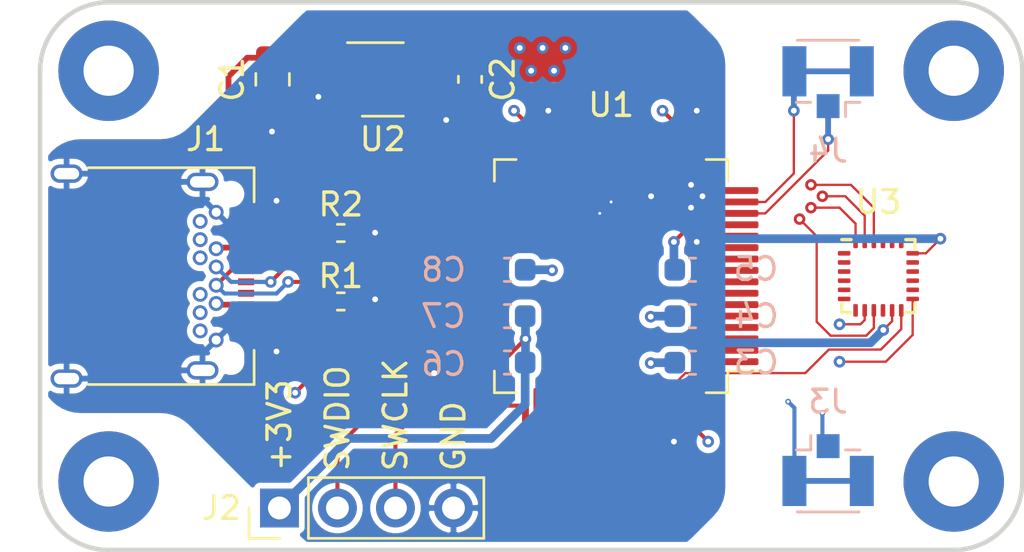
<source format=kicad_pcb>
(kicad_pcb (version 20171130) (host pcbnew "(5.1.10)-1")

  (general
    (thickness 1.6002)
    (drawings 12)
    (tracks 235)
    (zones 0)
    (modules 21)
    (nets 68)
  )

  (page A3)
  (title_block
    (title "STM32 Value Line Discovery - Shiled board")
    (rev 1.0)
  )

  (layers
    (0 F.Cu signal)
    (1 In1.Cu signal hide)
    (2 In2.Cu signal hide)
    (31 B.Cu signal)
    (32 B.Adhes user hide)
    (33 F.Adhes user hide)
    (34 B.Paste user hide)
    (35 F.Paste user hide)
    (36 B.SilkS user hide)
    (37 F.SilkS user)
    (38 B.Mask user hide)
    (39 F.Mask user)
    (40 Dwgs.User user hide)
    (41 Cmts.User user hide)
    (42 Eco1.User user hide)
    (43 Eco2.User user hide)
    (44 Edge.Cuts user)
    (45 Margin user hide)
    (46 B.CrtYd user hide)
    (47 F.CrtYd user hide)
  )

  (setup
    (last_trace_width 0.381)
    (user_trace_width 0.1016)
    (user_trace_width 0.1778)
    (user_trace_width 0.254)
    (user_trace_width 0.381)
    (trace_clearance 0.0762)
    (zone_clearance 0.254)
    (zone_45_only no)
    (trace_min 0.0762)
    (via_size 0.508)
    (via_drill 0.254)
    (via_min_size 0.508)
    (via_min_drill 0.254)
    (user_via 0.508 0.254)
    (blind_buried_vias_allowed yes)
    (uvia_size 0.254)
    (uvia_drill 0.127)
    (uvias_allowed yes)
    (uvia_min_size 0.254)
    (uvia_min_drill 0.127)
    (edge_width 0.14986)
    (segment_width 0.20066)
    (pcb_text_width 0.127)
    (pcb_text_size 1.00076 1.00076)
    (mod_edge_width 0.14986)
    (mod_text_size 1.00076 1.00076)
    (mod_text_width 0.14986)
    (pad_size 0.9 0.95)
    (pad_drill 0)
    (pad_to_mask_clearance 0)
    (aux_axis_origin 0 0)
    (grid_origin 37.084 104.14)
    (visible_elements 7FFFFFFF)
    (pcbplotparams
      (layerselection 0x00030_80000001)
      (usegerberextensions true)
      (usegerberattributes false)
      (usegerberadvancedattributes false)
      (creategerberjobfile false)
      (excludeedgelayer true)
      (linewidth 0.150000)
      (plotframeref false)
      (viasonmask false)
      (mode 1)
      (useauxorigin false)
      (hpglpennumber 1)
      (hpglpenspeed 20)
      (hpglpendiameter 15.000000)
      (psnegative false)
      (psa4output false)
      (plotreference true)
      (plotvalue true)
      (plotinvisibletext false)
      (padsonsilk false)
      (subtractmaskfromsilk false)
      (outputformat 1)
      (mirror false)
      (drillshape 1)
      (scaleselection 1)
      (outputdirectory ""))
  )

  (net 0 "")
  (net 1 GND)
  (net 2 +3V3)
  (net 3 "Net-(J1-PadB8)")
  (net 4 "Net-(J1-PadB5)")
  (net 5 "Net-(J1-PadA8)")
  (net 6 "Net-(J1-PadA5)")
  (net 7 /USB-)
  (net 8 /USB+)
  (net 9 "Net-(U2-Pad3)")
  (net 10 VBUS)
  (net 11 /SWCLK)
  (net 12 /SWDIO)
  (net 13 /SPI_MOSI)
  (net 14 /SPI_CS)
  (net 15 /SPI_MISO)
  (net 16 /SPI_SCK)
  (net 17 /MPU_INT)
  (net 18 "Net-(U3-Pad21)")
  (net 19 "Net-(U3-Pad20)")
  (net 20 "Net-(U3-Pad10)")
  (net 21 "Net-(U3-Pad7)")
  (net 22 "Net-(U3-Pad1)")
  (net 23 /AIN1-)
  (net 24 /AIN1+)
  (net 25 /AIN2-)
  (net 26 /AIN2+)
  (net 27 "Net-(U1-Pad61)")
  (net 28 "Net-(U1-Pad60)")
  (net 29 "Net-(U1-Pad59)")
  (net 30 "Net-(U1-Pad58)")
  (net 31 "Net-(U1-Pad57)")
  (net 32 "Net-(U1-Pad56)")
  (net 33 "Net-(U1-Pad55)")
  (net 34 "Net-(U1-Pad54)")
  (net 35 "Net-(U1-Pad53)")
  (net 36 "Net-(U1-Pad52)")
  (net 37 "Net-(U1-Pad51)")
  (net 38 "Net-(U1-Pad50)")
  (net 39 "Net-(U1-Pad43)")
  (net 40 "Net-(U1-Pad42)")
  (net 41 "Net-(U1-Pad41)")
  (net 42 "Net-(U1-Pad40)")
  (net 43 "Net-(U1-Pad39)")
  (net 44 "Net-(U1-Pad38)")
  (net 45 "Net-(U1-Pad37)")
  (net 46 "Net-(U1-Pad36)")
  (net 47 "Net-(U1-Pad35)")
  (net 48 "Net-(U1-Pad34)")
  (net 49 "Net-(U1-Pad33)")
  (net 50 "Net-(U1-Pad30)")
  (net 51 "Net-(U1-Pad29)")
  (net 52 "Net-(U1-Pad28)")
  (net 53 "Net-(U1-Pad25)")
  (net 54 "Net-(U1-Pad24)")
  (net 55 "Net-(U1-Pad17)")
  (net 56 "Net-(U1-Pad16)")
  (net 57 "Net-(U1-Pad11)")
  (net 58 "Net-(U1-Pad10)")
  (net 59 "Net-(U1-Pad9)")
  (net 60 "Net-(U1-Pad8)")
  (net 61 "Net-(U1-Pad7)")
  (net 62 "Net-(U1-Pad6)")
  (net 63 "Net-(U1-Pad5)")
  (net 64 "Net-(U1-Pad4)")
  (net 65 "Net-(U1-Pad3)")
  (net 66 "Net-(U1-Pad2)")
  (net 67 "Net-(U1-Pad1)")

  (net_class Default "To jest domyślna klasa połączeń."
    (clearance 0.0762)
    (trace_width 0.0762)
    (via_dia 0.508)
    (via_drill 0.254)
    (uvia_dia 0.254)
    (uvia_drill 0.127)
    (add_net +3V3)
    (add_net /AIN1+)
    (add_net /AIN1-)
    (add_net /AIN2+)
    (add_net /AIN2-)
    (add_net /MPU_INT)
    (add_net /SPI_CS)
    (add_net /SPI_MISO)
    (add_net /SPI_MOSI)
    (add_net /SPI_SCK)
    (add_net /SWCLK)
    (add_net /SWDIO)
    (add_net /USB+)
    (add_net /USB-)
    (add_net GND)
    (add_net "Net-(J1-PadA5)")
    (add_net "Net-(J1-PadA8)")
    (add_net "Net-(J1-PadB5)")
    (add_net "Net-(J1-PadB8)")
    (add_net "Net-(U1-Pad1)")
    (add_net "Net-(U1-Pad10)")
    (add_net "Net-(U1-Pad11)")
    (add_net "Net-(U1-Pad16)")
    (add_net "Net-(U1-Pad17)")
    (add_net "Net-(U1-Pad2)")
    (add_net "Net-(U1-Pad24)")
    (add_net "Net-(U1-Pad25)")
    (add_net "Net-(U1-Pad28)")
    (add_net "Net-(U1-Pad29)")
    (add_net "Net-(U1-Pad3)")
    (add_net "Net-(U1-Pad30)")
    (add_net "Net-(U1-Pad33)")
    (add_net "Net-(U1-Pad34)")
    (add_net "Net-(U1-Pad35)")
    (add_net "Net-(U1-Pad36)")
    (add_net "Net-(U1-Pad37)")
    (add_net "Net-(U1-Pad38)")
    (add_net "Net-(U1-Pad39)")
    (add_net "Net-(U1-Pad4)")
    (add_net "Net-(U1-Pad40)")
    (add_net "Net-(U1-Pad41)")
    (add_net "Net-(U1-Pad42)")
    (add_net "Net-(U1-Pad43)")
    (add_net "Net-(U1-Pad5)")
    (add_net "Net-(U1-Pad50)")
    (add_net "Net-(U1-Pad51)")
    (add_net "Net-(U1-Pad52)")
    (add_net "Net-(U1-Pad53)")
    (add_net "Net-(U1-Pad54)")
    (add_net "Net-(U1-Pad55)")
    (add_net "Net-(U1-Pad56)")
    (add_net "Net-(U1-Pad57)")
    (add_net "Net-(U1-Pad58)")
    (add_net "Net-(U1-Pad59)")
    (add_net "Net-(U1-Pad6)")
    (add_net "Net-(U1-Pad60)")
    (add_net "Net-(U1-Pad61)")
    (add_net "Net-(U1-Pad7)")
    (add_net "Net-(U1-Pad8)")
    (add_net "Net-(U1-Pad9)")
    (add_net "Net-(U2-Pad3)")
    (add_net "Net-(U3-Pad1)")
    (add_net "Net-(U3-Pad10)")
    (add_net "Net-(U3-Pad20)")
    (add_net "Net-(U3-Pad21)")
    (add_net "Net-(U3-Pad7)")
    (add_net VBUS)
  )

  (module Package_QFP:LQFP-64_10x10mm_P0.5mm (layer F.Cu) (tedit 5D9F72AF) (tstamp 618C206B)
    (at 58.084 104.14 180)
    (descr "LQFP, 64 Pin (https://www.analog.com/media/en/technical-documentation/data-sheets/ad7606_7606-6_7606-4.pdf), generated with kicad-footprint-generator ipc_gullwing_generator.py")
    (tags "LQFP QFP")
    (path /618C70FD)
    (attr smd)
    (fp_text reference U1 (at 0 7.5) (layer F.SilkS)
      (effects (font (size 1 1) (thickness 0.15)))
    )
    (fp_text value STM32F103R8Tx (at 0 7.4) (layer F.Fab)
      (effects (font (size 1 1) (thickness 0.15)))
    )
    (fp_text user %R (at 0 0) (layer F.Fab)
      (effects (font (size 1 1) (thickness 0.15)))
    )
    (fp_line (start 4.16 5.11) (end 5.11 5.11) (layer F.SilkS) (width 0.12))
    (fp_line (start 5.11 5.11) (end 5.11 4.16) (layer F.SilkS) (width 0.12))
    (fp_line (start -4.16 5.11) (end -5.11 5.11) (layer F.SilkS) (width 0.12))
    (fp_line (start -5.11 5.11) (end -5.11 4.16) (layer F.SilkS) (width 0.12))
    (fp_line (start 4.16 -5.11) (end 5.11 -5.11) (layer F.SilkS) (width 0.12))
    (fp_line (start 5.11 -5.11) (end 5.11 -4.16) (layer F.SilkS) (width 0.12))
    (fp_line (start -4.16 -5.11) (end -5.11 -5.11) (layer F.SilkS) (width 0.12))
    (fp_line (start -5.11 -5.11) (end -5.11 -4.16) (layer F.SilkS) (width 0.12))
    (fp_line (start -5.11 -4.16) (end -6.45 -4.16) (layer F.SilkS) (width 0.12))
    (fp_line (start -4 -5) (end 5 -5) (layer F.Fab) (width 0.1))
    (fp_line (start 5 -5) (end 5 5) (layer F.Fab) (width 0.1))
    (fp_line (start 5 5) (end -5 5) (layer F.Fab) (width 0.1))
    (fp_line (start -5 5) (end -5 -4) (layer F.Fab) (width 0.1))
    (fp_line (start -5 -4) (end -4 -5) (layer F.Fab) (width 0.1))
    (fp_line (start 0 -6.7) (end -4.15 -6.7) (layer F.CrtYd) (width 0.05))
    (fp_line (start -4.15 -6.7) (end -4.15 -5.25) (layer F.CrtYd) (width 0.05))
    (fp_line (start -4.15 -5.25) (end -5.25 -5.25) (layer F.CrtYd) (width 0.05))
    (fp_line (start -5.25 -5.25) (end -5.25 -4.15) (layer F.CrtYd) (width 0.05))
    (fp_line (start -5.25 -4.15) (end -6.7 -4.15) (layer F.CrtYd) (width 0.05))
    (fp_line (start -6.7 -4.15) (end -6.7 0) (layer F.CrtYd) (width 0.05))
    (fp_line (start 0 -6.7) (end 4.15 -6.7) (layer F.CrtYd) (width 0.05))
    (fp_line (start 4.15 -6.7) (end 4.15 -5.25) (layer F.CrtYd) (width 0.05))
    (fp_line (start 4.15 -5.25) (end 5.25 -5.25) (layer F.CrtYd) (width 0.05))
    (fp_line (start 5.25 -5.25) (end 5.25 -4.15) (layer F.CrtYd) (width 0.05))
    (fp_line (start 5.25 -4.15) (end 6.7 -4.15) (layer F.CrtYd) (width 0.05))
    (fp_line (start 6.7 -4.15) (end 6.7 0) (layer F.CrtYd) (width 0.05))
    (fp_line (start 0 6.7) (end -4.15 6.7) (layer F.CrtYd) (width 0.05))
    (fp_line (start -4.15 6.7) (end -4.15 5.25) (layer F.CrtYd) (width 0.05))
    (fp_line (start -4.15 5.25) (end -5.25 5.25) (layer F.CrtYd) (width 0.05))
    (fp_line (start -5.25 5.25) (end -5.25 4.15) (layer F.CrtYd) (width 0.05))
    (fp_line (start -5.25 4.15) (end -6.7 4.15) (layer F.CrtYd) (width 0.05))
    (fp_line (start -6.7 4.15) (end -6.7 0) (layer F.CrtYd) (width 0.05))
    (fp_line (start 0 6.7) (end 4.15 6.7) (layer F.CrtYd) (width 0.05))
    (fp_line (start 4.15 6.7) (end 4.15 5.25) (layer F.CrtYd) (width 0.05))
    (fp_line (start 4.15 5.25) (end 5.25 5.25) (layer F.CrtYd) (width 0.05))
    (fp_line (start 5.25 5.25) (end 5.25 4.15) (layer F.CrtYd) (width 0.05))
    (fp_line (start 5.25 4.15) (end 6.7 4.15) (layer F.CrtYd) (width 0.05))
    (fp_line (start 6.7 4.15) (end 6.7 0) (layer F.CrtYd) (width 0.05))
    (pad 64 smd roundrect (at -3.75 -5.675 180) (size 0.3 1.55) (layers F.Cu F.Paste F.Mask) (roundrect_rratio 0.25)
      (net 2 +3V3))
    (pad 63 smd roundrect (at -3.25 -5.675 180) (size 0.3 1.55) (layers F.Cu F.Paste F.Mask) (roundrect_rratio 0.25)
      (net 1 GND))
    (pad 62 smd roundrect (at -2.75 -5.675 180) (size 0.3 1.55) (layers F.Cu F.Paste F.Mask) (roundrect_rratio 0.25)
      (net 17 /MPU_INT))
    (pad 61 smd roundrect (at -2.25 -5.675 180) (size 0.3 1.55) (layers F.Cu F.Paste F.Mask) (roundrect_rratio 0.25)
      (net 27 "Net-(U1-Pad61)"))
    (pad 60 smd roundrect (at -1.75 -5.675 180) (size 0.3 1.55) (layers F.Cu F.Paste F.Mask) (roundrect_rratio 0.25)
      (net 28 "Net-(U1-Pad60)"))
    (pad 59 smd roundrect (at -1.25 -5.675 180) (size 0.3 1.55) (layers F.Cu F.Paste F.Mask) (roundrect_rratio 0.25)
      (net 29 "Net-(U1-Pad59)"))
    (pad 58 smd roundrect (at -0.75 -5.675 180) (size 0.3 1.55) (layers F.Cu F.Paste F.Mask) (roundrect_rratio 0.25)
      (net 30 "Net-(U1-Pad58)"))
    (pad 57 smd roundrect (at -0.25 -5.675 180) (size 0.3 1.55) (layers F.Cu F.Paste F.Mask) (roundrect_rratio 0.25)
      (net 31 "Net-(U1-Pad57)"))
    (pad 56 smd roundrect (at 0.25 -5.675 180) (size 0.3 1.55) (layers F.Cu F.Paste F.Mask) (roundrect_rratio 0.25)
      (net 32 "Net-(U1-Pad56)"))
    (pad 55 smd roundrect (at 0.75 -5.675 180) (size 0.3 1.55) (layers F.Cu F.Paste F.Mask) (roundrect_rratio 0.25)
      (net 33 "Net-(U1-Pad55)"))
    (pad 54 smd roundrect (at 1.25 -5.675 180) (size 0.3 1.55) (layers F.Cu F.Paste F.Mask) (roundrect_rratio 0.25)
      (net 34 "Net-(U1-Pad54)"))
    (pad 53 smd roundrect (at 1.75 -5.675 180) (size 0.3 1.55) (layers F.Cu F.Paste F.Mask) (roundrect_rratio 0.25)
      (net 35 "Net-(U1-Pad53)"))
    (pad 52 smd roundrect (at 2.25 -5.675 180) (size 0.3 1.55) (layers F.Cu F.Paste F.Mask) (roundrect_rratio 0.25)
      (net 36 "Net-(U1-Pad52)"))
    (pad 51 smd roundrect (at 2.75 -5.675 180) (size 0.3 1.55) (layers F.Cu F.Paste F.Mask) (roundrect_rratio 0.25)
      (net 37 "Net-(U1-Pad51)"))
    (pad 50 smd roundrect (at 3.25 -5.675 180) (size 0.3 1.55) (layers F.Cu F.Paste F.Mask) (roundrect_rratio 0.25)
      (net 38 "Net-(U1-Pad50)"))
    (pad 49 smd roundrect (at 3.75 -5.675 180) (size 0.3 1.55) (layers F.Cu F.Paste F.Mask) (roundrect_rratio 0.25)
      (net 11 /SWCLK))
    (pad 48 smd roundrect (at 5.675 -3.75 180) (size 1.55 0.3) (layers F.Cu F.Paste F.Mask) (roundrect_rratio 0.25)
      (net 2 +3V3))
    (pad 47 smd roundrect (at 5.675 -3.25 180) (size 1.55 0.3) (layers F.Cu F.Paste F.Mask) (roundrect_rratio 0.25)
      (net 1 GND))
    (pad 46 smd roundrect (at 5.675 -2.75 180) (size 1.55 0.3) (layers F.Cu F.Paste F.Mask) (roundrect_rratio 0.25)
      (net 12 /SWDIO))
    (pad 45 smd roundrect (at 5.675 -2.25 180) (size 1.55 0.3) (layers F.Cu F.Paste F.Mask) (roundrect_rratio 0.25)
      (net 8 /USB+))
    (pad 44 smd roundrect (at 5.675 -1.75 180) (size 1.55 0.3) (layers F.Cu F.Paste F.Mask) (roundrect_rratio 0.25)
      (net 7 /USB-))
    (pad 43 smd roundrect (at 5.675 -1.25 180) (size 1.55 0.3) (layers F.Cu F.Paste F.Mask) (roundrect_rratio 0.25)
      (net 39 "Net-(U1-Pad43)"))
    (pad 42 smd roundrect (at 5.675 -0.75 180) (size 1.55 0.3) (layers F.Cu F.Paste F.Mask) (roundrect_rratio 0.25)
      (net 40 "Net-(U1-Pad42)"))
    (pad 41 smd roundrect (at 5.675 -0.25 180) (size 1.55 0.3) (layers F.Cu F.Paste F.Mask) (roundrect_rratio 0.25)
      (net 41 "Net-(U1-Pad41)"))
    (pad 40 smd roundrect (at 5.675 0.25 180) (size 1.55 0.3) (layers F.Cu F.Paste F.Mask) (roundrect_rratio 0.25)
      (net 42 "Net-(U1-Pad40)"))
    (pad 39 smd roundrect (at 5.675 0.75 180) (size 1.55 0.3) (layers F.Cu F.Paste F.Mask) (roundrect_rratio 0.25)
      (net 43 "Net-(U1-Pad39)"))
    (pad 38 smd roundrect (at 5.675 1.25 180) (size 1.55 0.3) (layers F.Cu F.Paste F.Mask) (roundrect_rratio 0.25)
      (net 44 "Net-(U1-Pad38)"))
    (pad 37 smd roundrect (at 5.675 1.75 180) (size 1.55 0.3) (layers F.Cu F.Paste F.Mask) (roundrect_rratio 0.25)
      (net 45 "Net-(U1-Pad37)"))
    (pad 36 smd roundrect (at 5.675 2.25 180) (size 1.55 0.3) (layers F.Cu F.Paste F.Mask) (roundrect_rratio 0.25)
      (net 46 "Net-(U1-Pad36)"))
    (pad 35 smd roundrect (at 5.675 2.75 180) (size 1.55 0.3) (layers F.Cu F.Paste F.Mask) (roundrect_rratio 0.25)
      (net 47 "Net-(U1-Pad35)"))
    (pad 34 smd roundrect (at 5.675 3.25 180) (size 1.55 0.3) (layers F.Cu F.Paste F.Mask) (roundrect_rratio 0.25)
      (net 48 "Net-(U1-Pad34)"))
    (pad 33 smd roundrect (at 5.675 3.75 180) (size 1.55 0.3) (layers F.Cu F.Paste F.Mask) (roundrect_rratio 0.25)
      (net 49 "Net-(U1-Pad33)"))
    (pad 32 smd roundrect (at 3.75 5.675 180) (size 0.3 1.55) (layers F.Cu F.Paste F.Mask) (roundrect_rratio 0.25)
      (net 2 +3V3))
    (pad 31 smd roundrect (at 3.25 5.675 180) (size 0.3 1.55) (layers F.Cu F.Paste F.Mask) (roundrect_rratio 0.25)
      (net 1 GND))
    (pad 30 smd roundrect (at 2.75 5.675 180) (size 0.3 1.55) (layers F.Cu F.Paste F.Mask) (roundrect_rratio 0.25)
      (net 50 "Net-(U1-Pad30)"))
    (pad 29 smd roundrect (at 2.25 5.675 180) (size 0.3 1.55) (layers F.Cu F.Paste F.Mask) (roundrect_rratio 0.25)
      (net 51 "Net-(U1-Pad29)"))
    (pad 28 smd roundrect (at 1.75 5.675 180) (size 0.3 1.55) (layers F.Cu F.Paste F.Mask) (roundrect_rratio 0.25)
      (net 52 "Net-(U1-Pad28)"))
    (pad 27 smd roundrect (at 1.25 5.675 180) (size 0.3 1.55) (layers F.Cu F.Paste F.Mask) (roundrect_rratio 0.25)
      (net 23 /AIN1-))
    (pad 26 smd roundrect (at 0.75 5.675 180) (size 0.3 1.55) (layers F.Cu F.Paste F.Mask) (roundrect_rratio 0.25)
      (net 24 /AIN1+))
    (pad 25 smd roundrect (at 0.25 5.675 180) (size 0.3 1.55) (layers F.Cu F.Paste F.Mask) (roundrect_rratio 0.25)
      (net 53 "Net-(U1-Pad25)"))
    (pad 24 smd roundrect (at -0.25 5.675 180) (size 0.3 1.55) (layers F.Cu F.Paste F.Mask) (roundrect_rratio 0.25)
      (net 54 "Net-(U1-Pad24)"))
    (pad 23 smd roundrect (at -0.75 5.675 180) (size 0.3 1.55) (layers F.Cu F.Paste F.Mask) (roundrect_rratio 0.25)
      (net 13 /SPI_MOSI))
    (pad 22 smd roundrect (at -1.25 5.675 180) (size 0.3 1.55) (layers F.Cu F.Paste F.Mask) (roundrect_rratio 0.25)
      (net 15 /SPI_MISO))
    (pad 21 smd roundrect (at -1.75 5.675 180) (size 0.3 1.55) (layers F.Cu F.Paste F.Mask) (roundrect_rratio 0.25)
      (net 16 /SPI_SCK))
    (pad 20 smd roundrect (at -2.25 5.675 180) (size 0.3 1.55) (layers F.Cu F.Paste F.Mask) (roundrect_rratio 0.25)
      (net 14 /SPI_CS))
    (pad 19 smd roundrect (at -2.75 5.675 180) (size 0.3 1.55) (layers F.Cu F.Paste F.Mask) (roundrect_rratio 0.25)
      (net 2 +3V3))
    (pad 18 smd roundrect (at -3.25 5.675 180) (size 0.3 1.55) (layers F.Cu F.Paste F.Mask) (roundrect_rratio 0.25)
      (net 1 GND))
    (pad 17 smd roundrect (at -3.75 5.675 180) (size 0.3 1.55) (layers F.Cu F.Paste F.Mask) (roundrect_rratio 0.25)
      (net 55 "Net-(U1-Pad17)"))
    (pad 16 smd roundrect (at -5.675 3.75 180) (size 1.55 0.3) (layers F.Cu F.Paste F.Mask) (roundrect_rratio 0.25)
      (net 56 "Net-(U1-Pad16)"))
    (pad 15 smd roundrect (at -5.675 3.25 180) (size 1.55 0.3) (layers F.Cu F.Paste F.Mask) (roundrect_rratio 0.25)
      (net 25 /AIN2-))
    (pad 14 smd roundrect (at -5.675 2.75 180) (size 1.55 0.3) (layers F.Cu F.Paste F.Mask) (roundrect_rratio 0.25)
      (net 26 /AIN2+))
    (pad 13 smd roundrect (at -5.675 2.25 180) (size 1.55 0.3) (layers F.Cu F.Paste F.Mask) (roundrect_rratio 0.25)
      (net 2 +3V3))
    (pad 12 smd roundrect (at -5.675 1.75 180) (size 1.55 0.3) (layers F.Cu F.Paste F.Mask) (roundrect_rratio 0.25)
      (net 1 GND))
    (pad 11 smd roundrect (at -5.675 1.25 180) (size 1.55 0.3) (layers F.Cu F.Paste F.Mask) (roundrect_rratio 0.25)
      (net 57 "Net-(U1-Pad11)"))
    (pad 10 smd roundrect (at -5.675 0.75 180) (size 1.55 0.3) (layers F.Cu F.Paste F.Mask) (roundrect_rratio 0.25)
      (net 58 "Net-(U1-Pad10)"))
    (pad 9 smd roundrect (at -5.675 0.25 180) (size 1.55 0.3) (layers F.Cu F.Paste F.Mask) (roundrect_rratio 0.25)
      (net 59 "Net-(U1-Pad9)"))
    (pad 8 smd roundrect (at -5.675 -0.25 180) (size 1.55 0.3) (layers F.Cu F.Paste F.Mask) (roundrect_rratio 0.25)
      (net 60 "Net-(U1-Pad8)"))
    (pad 7 smd roundrect (at -5.675 -0.75 180) (size 1.55 0.3) (layers F.Cu F.Paste F.Mask) (roundrect_rratio 0.25)
      (net 61 "Net-(U1-Pad7)"))
    (pad 6 smd roundrect (at -5.675 -1.25 180) (size 1.55 0.3) (layers F.Cu F.Paste F.Mask) (roundrect_rratio 0.25)
      (net 62 "Net-(U1-Pad6)"))
    (pad 5 smd roundrect (at -5.675 -1.75 180) (size 1.55 0.3) (layers F.Cu F.Paste F.Mask) (roundrect_rratio 0.25)
      (net 63 "Net-(U1-Pad5)"))
    (pad 4 smd roundrect (at -5.675 -2.25 180) (size 1.55 0.3) (layers F.Cu F.Paste F.Mask) (roundrect_rratio 0.25)
      (net 64 "Net-(U1-Pad4)"))
    (pad 3 smd roundrect (at -5.675 -2.75 180) (size 1.55 0.3) (layers F.Cu F.Paste F.Mask) (roundrect_rratio 0.25)
      (net 65 "Net-(U1-Pad3)"))
    (pad 2 smd roundrect (at -5.675 -3.25 180) (size 1.55 0.3) (layers F.Cu F.Paste F.Mask) (roundrect_rratio 0.25)
      (net 66 "Net-(U1-Pad2)"))
    (pad 1 smd roundrect (at -5.675 -3.75 180) (size 1.55 0.3) (layers F.Cu F.Paste F.Mask) (roundrect_rratio 0.25)
      (net 67 "Net-(U1-Pad1)"))
    (model ${KISYS3DMOD}/Package_QFP.3dshapes/LQFP-64_10x10mm_P0.5mm.wrl
      (at (xyz 0 0 0))
      (scale (xyz 1 1 1))
      (rotate (xyz 0 0 0))
    )
  )

  (module MountingHole:MountingHole_2.2mm_M2_Pad_TopBottom (layer F.Cu) (tedit 56D1B4CB) (tstamp 618C5BF9)
    (at 73.084 95.14)
    (descr "Mounting Hole 2.2mm, M2")
    (tags "mounting hole 2.2mm m2")
    (attr virtual)
    (fp_text reference H3 (at 6 0) (layer F.SilkS) hide
      (effects (font (size 1 1) (thickness 0.15)))
    )
    (fp_text value MountingHole_2.2mm_M2_Pad_TopBottom (at 0 3.2) (layer F.Fab)
      (effects (font (size 1 1) (thickness 0.15)))
    )
    (fp_circle (center 0 0) (end 2.2 0) (layer Cmts.User) (width 0.15))
    (fp_circle (center 0 0) (end 2.45 0) (layer F.CrtYd) (width 0.05))
    (fp_text user %R (at 0.3 0) (layer F.Fab)
      (effects (font (size 1 1) (thickness 0.15)))
    )
    (pad 1 thru_hole circle (at 0 0) (size 2.6 2.6) (drill 2.2) (layers *.Cu *.Mask))
    (pad 1 connect circle (at 0 0) (size 4.4 4.4) (layers F.Cu F.Mask))
    (pad 1 connect circle (at 0 0) (size 4.4 4.4) (layers B.Cu B.Mask))
  )

  (module MountingHole:MountingHole_2.2mm_M2_Pad_TopBottom (layer F.Cu) (tedit 56D1B4CB) (tstamp 618C592E)
    (at 73.084 113.14)
    (descr "Mounting Hole 2.2mm, M2")
    (tags "mounting hole 2.2mm m2")
    (attr virtual)
    (fp_text reference H4 (at 6 0) (layer F.SilkS) hide
      (effects (font (size 1 1) (thickness 0.15)))
    )
    (fp_text value MountingHole_2.2mm_M2_Pad_TopBottom (at 0 3.2) (layer F.Fab)
      (effects (font (size 1 1) (thickness 0.15)))
    )
    (fp_circle (center 0 0) (end 2.45 0) (layer F.CrtYd) (width 0.05))
    (fp_circle (center 0 0) (end 2.2 0) (layer Cmts.User) (width 0.15))
    (fp_text user %R (at 0.3 0) (layer F.Fab)
      (effects (font (size 1 1) (thickness 0.15)))
    )
    (pad 1 connect circle (at 0 0) (size 4.4 4.4) (layers B.Cu B.Mask))
    (pad 1 connect circle (at 0 0) (size 4.4 4.4) (layers F.Cu F.Mask))
    (pad 1 thru_hole circle (at 0 0) (size 2.6 2.6) (drill 2.2) (layers *.Cu *.Mask))
  )

  (module MountingHole:MountingHole_2.2mm_M2_Pad_TopBottom (layer F.Cu) (tedit 56D1B4CB) (tstamp 618C592E)
    (at 36.084 113.14)
    (descr "Mounting Hole 2.2mm, M2")
    (tags "mounting hole 2.2mm m2")
    (attr virtual)
    (fp_text reference H2 (at -6 0) (layer F.SilkS) hide
      (effects (font (size 1 1) (thickness 0.15)))
    )
    (fp_text value MountingHole_2.2mm_M2_Pad_TopBottom (at 0 3.2) (layer F.Fab)
      (effects (font (size 1 1) (thickness 0.15)))
    )
    (fp_circle (center 0 0) (end 2.2 0) (layer Cmts.User) (width 0.15))
    (fp_circle (center 0 0) (end 2.45 0) (layer F.CrtYd) (width 0.05))
    (fp_text user %R (at 0.3 0) (layer F.Fab)
      (effects (font (size 1 1) (thickness 0.15)))
    )
    (pad 1 thru_hole circle (at 0 0) (size 2.6 2.6) (drill 2.2) (layers *.Cu *.Mask))
    (pad 1 connect circle (at 0 0) (size 4.4 4.4) (layers F.Cu F.Mask))
    (pad 1 connect circle (at 0 0) (size 4.4 4.4) (layers B.Cu B.Mask))
  )

  (module MountingHole:MountingHole_2.2mm_M2_Pad_TopBottom (layer F.Cu) (tedit 56D1B4CB) (tstamp 618C5906)
    (at 36.084 95.14)
    (descr "Mounting Hole 2.2mm, M2")
    (tags "mounting hole 2.2mm m2")
    (attr virtual)
    (fp_text reference H1 (at -6 0) (layer F.SilkS) hide
      (effects (font (size 1 1) (thickness 0.15)))
    )
    (fp_text value MountingHole_2.2mm_M2_Pad_TopBottom (at 0 3.2) (layer F.Fab)
      (effects (font (size 1 1) (thickness 0.15)))
    )
    (fp_circle (center 0 0) (end 2.2 0) (layer Cmts.User) (width 0.15))
    (fp_circle (center 0 0) (end 2.45 0) (layer F.CrtYd) (width 0.05))
    (fp_text user %R (at 0.3 0) (layer F.Fab)
      (effects (font (size 1 1) (thickness 0.15)))
    )
    (pad 1 connect circle (at 0 0) (size 4.4 4.4) (layers B.Cu B.Mask))
    (pad 1 connect circle (at 0 0) (size 4.4 4.4) (layers F.Cu F.Mask))
    (pad 1 thru_hole circle (at 0 0) (size 2.6 2.6) (drill 2.2) (layers *.Cu *.Mask))
  )

  (module Connector_USB:USB_C_Receptacle_Amphenol_12401548E4-2A (layer F.Cu) (tedit 618A3C3B) (tstamp 618A3FB0)
    (at 37.084 104.14 270)
    (descr "USB TYPE C, RA RCPT PCB, Hybrid, https://www.amphenolcanada.com/StockAvailabilityPrice.aspx?From=&PartNum=12401548E4%7e2A")
    (tags "USB C Type-C Receptacle Hybrid")
    (path /618A6746)
    (attr smd)
    (fp_text reference J1 (at -6 -3.25 180) (layer F.SilkS)
      (effects (font (size 1 1) (thickness 0.15)))
    )
    (fp_text value USB_C_Receptacle_USB2.0 (at 0 6.14 90) (layer F.Fab)
      (effects (font (size 1 1) (thickness 0.15)))
    )
    (fp_line (start -4.6 5.23) (end -4.6 -5.22) (layer F.Fab) (width 0.1))
    (fp_line (start -4.6 -5.22) (end 4.6 -5.22) (layer F.Fab) (width 0.1))
    (fp_line (start -4.75 -5.37) (end -3.25 -5.37) (layer F.SilkS) (width 0.12))
    (fp_line (start -4.75 -5.37) (end -4.75 1.89) (layer F.SilkS) (width 0.12))
    (fp_line (start 4.75 -5.37) (end 4.75 1.89) (layer F.SilkS) (width 0.12))
    (fp_line (start 3.25 -5.37) (end 4.75 -5.37) (layer F.SilkS) (width 0.12))
    (fp_line (start -4.6 5.23) (end 4.6 5.23) (layer F.Fab) (width 0.1))
    (fp_line (start 4.6 5.23) (end 4.6 -5.22) (layer F.Fab) (width 0.1))
    (fp_line (start -5.39 -5.87) (end 5.39 -5.87) (layer F.CrtYd) (width 0.05))
    (fp_line (start 5.39 -5.87) (end 5.39 5.73) (layer F.CrtYd) (width 0.05))
    (fp_line (start 5.39 5.73) (end -5.39 5.73) (layer F.CrtYd) (width 0.05))
    (fp_line (start -5.39 5.73) (end -5.39 -5.87) (layer F.CrtYd) (width 0.05))
    (fp_text user %R (at 0 0 90) (layer F.Fab)
      (effects (font (size 1 1) (thickness 0.1)))
    )
    (pad B11 thru_hole circle (at -2.4 -3.01 270) (size 0.65 0.65) (drill 0.4) (layers *.Cu *.Mask))
    (pad B10 thru_hole circle (at -1.6 -3.01 270) (size 0.65 0.65) (drill 0.4) (layers *.Cu *.Mask))
    (pad B8 thru_hole circle (at -0.8 -3.01 270) (size 0.65 0.65) (drill 0.4) (layers *.Cu *.Mask)
      (net 3 "Net-(J1-PadB8)"))
    (pad B5 thru_hole circle (at 0.8 -3.01 270) (size 0.65 0.65) (drill 0.4) (layers *.Cu *.Mask)
      (net 4 "Net-(J1-PadB5)"))
    (pad B3 thru_hole circle (at 1.6 -3.01 270) (size 0.65 0.65) (drill 0.4) (layers *.Cu *.Mask))
    (pad B2 thru_hole circle (at 2.4 -3.01 270) (size 0.65 0.65) (drill 0.4) (layers *.Cu *.Mask))
    (pad B12 thru_hole circle (at -2.8 -3.71 270) (size 0.65 0.65) (drill 0.4) (layers *.Cu *.Mask)
      (net 1 GND))
    (pad B9 thru_hole circle (at -1.2 -3.71 270) (size 0.65 0.65) (drill 0.4) (layers *.Cu *.Mask)
      (net 10 VBUS))
    (pad B7 thru_hole circle (at -0.4 -3.71 270) (size 0.65 0.65) (drill 0.4) (layers *.Cu *.Mask)
      (net 7 /USB-))
    (pad B6 thru_hole circle (at 0.4 -3.71 270) (size 0.65 0.65) (drill 0.4) (layers *.Cu *.Mask)
      (net 8 /USB+))
    (pad B4 thru_hole circle (at 1.2 -3.71 270) (size 0.65 0.65) (drill 0.4) (layers *.Cu *.Mask)
      (net 10 VBUS))
    (pad B1 thru_hole circle (at 2.8 -3.71 270) (size 0.65 0.65) (drill 0.4) (layers *.Cu *.Mask)
      (net 1 GND))
    (pad "" np_thru_hole circle (at -3.6 -4.36 270) (size 0.65 0.65) (drill 0.65) (layers *.Cu *.Mask))
    (pad "" np_thru_hole oval (at 3.6 -4.36 270) (size 0.95 0.65) (drill oval 0.95 0.65) (layers *.Cu *.Mask))
    (pad S1 thru_hole oval (at -4.49 2.84 270) (size 0.8 1.4) (drill oval 0.5 1.1) (layers *.Cu *.Mask)
      (net 1 GND))
    (pad S1 thru_hole oval (at 4.49 2.84 270) (size 0.8 1.4) (drill oval 0.5 1.1) (layers *.Cu *.Mask)
      (net 1 GND))
    (pad S1 thru_hole oval (at 4.13 -3.11 270) (size 0.8 1.4) (drill oval 0.5 1.1) (layers *.Cu *.Mask)
      (net 1 GND))
    (pad A11 smd rect (at 2.25 -5.02 270) (size 0.3 0.7) (layers F.Cu F.Paste F.Mask))
    (pad A8 smd rect (at 0.75 -5.02 270) (size 0.3 0.7) (layers F.Cu F.Paste F.Mask)
      (net 5 "Net-(J1-PadA8)"))
    (pad A9 smd rect (at 1.25 -5.02 270) (size 0.3 0.7) (layers F.Cu F.Paste F.Mask)
      (net 10 VBUS))
    (pad A10 smd rect (at 1.75 -5.02 270) (size 0.3 0.7) (layers F.Cu F.Paste F.Mask))
    (pad A12 smd rect (at 2.75 -5.02 270) (size 0.3 0.7) (layers F.Cu F.Paste F.Mask)
      (net 1 GND))
    (pad A7 smd rect (at 0.25 -5.02 270) (size 0.3 0.7) (layers F.Cu F.Paste F.Mask)
      (net 7 /USB-))
    (pad A6 smd rect (at -0.25 -5.02 270) (size 0.3 0.7) (layers F.Cu F.Paste F.Mask)
      (net 8 /USB+))
    (pad A5 smd rect (at -0.75 -5.02 270) (size 0.3 0.7) (layers F.Cu F.Paste F.Mask)
      (net 6 "Net-(J1-PadA5)"))
    (pad A4 smd rect (at -1.25 -5.02 270) (size 0.3 0.7) (layers F.Cu F.Paste F.Mask)
      (net 10 VBUS))
    (pad A3 smd rect (at -1.75 -5.02 270) (size 0.3 0.7) (layers F.Cu F.Paste F.Mask))
    (pad A2 smd rect (at -2.25 -5.02 270) (size 0.3 0.7) (layers F.Cu F.Paste F.Mask))
    (pad A1 smd rect (at -2.75 -5.02 270) (size 0.3 0.7) (layers F.Cu F.Paste F.Mask)
      (net 1 GND))
    (pad S1 thru_hole oval (at -4.13 -3.11 270) (size 0.8 1.4) (drill oval 0.5 1.1) (layers *.Cu *.Mask)
      (net 1 GND))
    (model ${KISYS3DMOD}/Connector_USB.3dshapes/USB_C_Receptacle_Amphenol_12401548E4-2A.wrl
      (at (xyz 0 0 0))
      (scale (xyz 1 1 1))
      (rotate (xyz 0 0 0))
    )
    (model ${KISYS3DMOD}/Connector_USB.3dshapes/12401548E4_2A.step
      (offset (xyz 0 -5.2 1.6))
      (scale (xyz 1 1 1))
      (rotate (xyz -90 0 0))
    )
  )

  (module Connector_PinHeader_2.54mm:PinHeader_1x04_P2.54mm_Vertical (layer F.Cu) (tedit 59FED5CC) (tstamp 618A82A0)
    (at 43.562 114.3 90)
    (descr "Through hole straight pin header, 1x04, 2.54mm pitch, single row")
    (tags "Through hole pin header THT 1x04 2.54mm single row")
    (path /61905856)
    (fp_text reference J2 (at 0 -2.54 180) (layer F.SilkS)
      (effects (font (size 1 1) (thickness 0.15)))
    )
    (fp_text value Conn_01x04 (at 0 9.95 90) (layer F.Fab)
      (effects (font (size 1 1) (thickness 0.15)))
    )
    (fp_line (start -0.635 -1.27) (end 1.27 -1.27) (layer F.Fab) (width 0.1))
    (fp_line (start 1.27 -1.27) (end 1.27 8.89) (layer F.Fab) (width 0.1))
    (fp_line (start 1.27 8.89) (end -1.27 8.89) (layer F.Fab) (width 0.1))
    (fp_line (start -1.27 8.89) (end -1.27 -0.635) (layer F.Fab) (width 0.1))
    (fp_line (start -1.27 -0.635) (end -0.635 -1.27) (layer F.Fab) (width 0.1))
    (fp_line (start -1.33 8.95) (end 1.33 8.95) (layer F.SilkS) (width 0.12))
    (fp_line (start -1.33 1.27) (end -1.33 8.95) (layer F.SilkS) (width 0.12))
    (fp_line (start 1.33 1.27) (end 1.33 8.95) (layer F.SilkS) (width 0.12))
    (fp_line (start -1.33 1.27) (end 1.33 1.27) (layer F.SilkS) (width 0.12))
    (fp_line (start -1.33 0) (end -1.33 -1.33) (layer F.SilkS) (width 0.12))
    (fp_line (start -1.33 -1.33) (end 0 -1.33) (layer F.SilkS) (width 0.12))
    (fp_line (start -1.8 -1.8) (end -1.8 9.4) (layer F.CrtYd) (width 0.05))
    (fp_line (start -1.8 9.4) (end 1.8 9.4) (layer F.CrtYd) (width 0.05))
    (fp_line (start 1.8 9.4) (end 1.8 -1.8) (layer F.CrtYd) (width 0.05))
    (fp_line (start 1.8 -1.8) (end -1.8 -1.8) (layer F.CrtYd) (width 0.05))
    (fp_text user %R (at 0 3.81) (layer F.Fab)
      (effects (font (size 1 1) (thickness 0.15)))
    )
    (pad 4 thru_hole oval (at 0 7.62 90) (size 1.7 1.7) (drill 1) (layers *.Cu *.Mask)
      (net 1 GND))
    (pad 3 thru_hole oval (at 0 5.08 90) (size 1.7 1.7) (drill 1) (layers *.Cu *.Mask)
      (net 11 /SWCLK))
    (pad 2 thru_hole oval (at 0 2.54 90) (size 1.7 1.7) (drill 1) (layers *.Cu *.Mask)
      (net 12 /SWDIO))
    (pad 1 thru_hole rect (at 0 0 90) (size 1.7 1.7) (drill 1) (layers *.Cu *.Mask)
      (net 2 +3V3))
    (model ${KISYS3DMOD}/Connector_PinHeader_2.54mm.3dshapes/PinHeader_1x04_P2.54mm_Vertical.wrl
      (at (xyz 0 0 0))
      (scale (xyz 1 1 1))
      (rotate (xyz 0 0 0))
    )
  )

  (module Capacitor_SMD:C_0603_1608Metric (layer B.Cu) (tedit 5F68FEEE) (tstamp 618BAC1C)
    (at 53.546 103.862 180)
    (descr "Capacitor SMD 0603 (1608 Metric), square (rectangular) end terminal, IPC_7351 nominal, (Body size source: IPC-SM-782 page 76, https://www.pcb-3d.com/wordpress/wp-content/uploads/ipc-sm-782a_amendment_1_and_2.pdf), generated with kicad-footprint-generator")
    (tags capacitor)
    (path /619B1621)
    (attr smd)
    (fp_text reference C8 (at 2.794 0) (layer B.SilkS)
      (effects (font (size 1 1) (thickness 0.15)) (justify mirror))
    )
    (fp_text value 0.1uF/0603 (at 0 -1.43) (layer B.Fab)
      (effects (font (size 1 1) (thickness 0.15)) (justify mirror))
    )
    (fp_line (start -0.8 -0.4) (end -0.8 0.4) (layer B.Fab) (width 0.1))
    (fp_line (start -0.8 0.4) (end 0.8 0.4) (layer B.Fab) (width 0.1))
    (fp_line (start 0.8 0.4) (end 0.8 -0.4) (layer B.Fab) (width 0.1))
    (fp_line (start 0.8 -0.4) (end -0.8 -0.4) (layer B.Fab) (width 0.1))
    (fp_line (start -0.14058 0.51) (end 0.14058 0.51) (layer B.SilkS) (width 0.12))
    (fp_line (start -0.14058 -0.51) (end 0.14058 -0.51) (layer B.SilkS) (width 0.12))
    (fp_line (start -1.48 -0.73) (end -1.48 0.73) (layer B.CrtYd) (width 0.05))
    (fp_line (start -1.48 0.73) (end 1.48 0.73) (layer B.CrtYd) (width 0.05))
    (fp_line (start 1.48 0.73) (end 1.48 -0.73) (layer B.CrtYd) (width 0.05))
    (fp_line (start 1.48 -0.73) (end -1.48 -0.73) (layer B.CrtYd) (width 0.05))
    (fp_text user %R (at 0 0) (layer B.Fab)
      (effects (font (size 0.4 0.4) (thickness 0.06)) (justify mirror))
    )
    (pad 2 smd roundrect (at 0.775 0 180) (size 0.9 0.95) (layers B.Cu B.Paste B.Mask) (roundrect_rratio 0.25)
      (net 1 GND))
    (pad 1 smd roundrect (at -0.775 0 180) (size 0.9 0.95) (layers B.Cu B.Paste B.Mask) (roundrect_rratio 0.25)
      (net 2 +3V3))
    (model ${KISYS3DMOD}/Capacitor_SMD.3dshapes/C_0603_1608Metric.wrl
      (at (xyz 0 0 0))
      (scale (xyz 1 1 1))
      (rotate (xyz 0 0 0))
    )
  )

  (module Resistor_SMD:R_0402_1005Metric (layer F.Cu) (tedit 5F68FEEE) (tstamp 618C1D61)
    (at 46.25 102.25)
    (descr "Resistor SMD 0402 (1005 Metric), square (rectangular) end terminal, IPC_7351 nominal, (Body size source: IPC-SM-782 page 72, https://www.pcb-3d.com/wordpress/wp-content/uploads/ipc-sm-782a_amendment_1_and_2.pdf), generated with kicad-footprint-generator")
    (tags resistor)
    (path /61939FE3)
    (attr smd)
    (fp_text reference R2 (at 0 -1.25) (layer F.SilkS)
      (effects (font (size 1 1) (thickness 0.15)))
    )
    (fp_text value 5.1k/0402 (at 0 1.17) (layer F.Fab)
      (effects (font (size 1 1) (thickness 0.15)))
    )
    (fp_line (start -0.525 0.27) (end -0.525 -0.27) (layer F.Fab) (width 0.1))
    (fp_line (start -0.525 -0.27) (end 0.525 -0.27) (layer F.Fab) (width 0.1))
    (fp_line (start 0.525 -0.27) (end 0.525 0.27) (layer F.Fab) (width 0.1))
    (fp_line (start 0.525 0.27) (end -0.525 0.27) (layer F.Fab) (width 0.1))
    (fp_line (start -0.153641 -0.38) (end 0.153641 -0.38) (layer F.SilkS) (width 0.12))
    (fp_line (start -0.153641 0.38) (end 0.153641 0.38) (layer F.SilkS) (width 0.12))
    (fp_line (start -0.93 0.47) (end -0.93 -0.47) (layer F.CrtYd) (width 0.05))
    (fp_line (start -0.93 -0.47) (end 0.93 -0.47) (layer F.CrtYd) (width 0.05))
    (fp_line (start 0.93 -0.47) (end 0.93 0.47) (layer F.CrtYd) (width 0.05))
    (fp_line (start 0.93 0.47) (end -0.93 0.47) (layer F.CrtYd) (width 0.05))
    (fp_text user %R (at 0 0) (layer F.Fab)
      (effects (font (size 0.26 0.26) (thickness 0.04)))
    )
    (pad 2 smd roundrect (at 0.51 0) (size 0.54 0.64) (layers F.Cu F.Paste F.Mask) (roundrect_rratio 0.25)
      (net 1 GND))
    (pad 1 smd roundrect (at -0.51 0) (size 0.54 0.64) (layers F.Cu F.Paste F.Mask) (roundrect_rratio 0.25)
      (net 6 "Net-(J1-PadA5)"))
    (model ${KISYS3DMOD}/Resistor_SMD.3dshapes/R_0402_1005Metric.wrl
      (at (xyz 0 0 0))
      (scale (xyz 1 1 1))
      (rotate (xyz 0 0 0))
    )
  )

  (module Resistor_SMD:R_0402_1005Metric (layer F.Cu) (tedit 5F68FEEE) (tstamp 618B832C)
    (at 46.25 105.25)
    (descr "Resistor SMD 0402 (1005 Metric), square (rectangular) end terminal, IPC_7351 nominal, (Body size source: IPC-SM-782 page 72, https://www.pcb-3d.com/wordpress/wp-content/uploads/ipc-sm-782a_amendment_1_and_2.pdf), generated with kicad-footprint-generator")
    (tags resistor)
    (path /61938CD1)
    (attr smd)
    (fp_text reference R1 (at 0 -1.11) (layer F.SilkS)
      (effects (font (size 1 1) (thickness 0.15)))
    )
    (fp_text value 5.1k/0402 (at 0 1.17) (layer F.Fab)
      (effects (font (size 1 1) (thickness 0.15)))
    )
    (fp_line (start -0.525 0.27) (end -0.525 -0.27) (layer F.Fab) (width 0.1))
    (fp_line (start -0.525 -0.27) (end 0.525 -0.27) (layer F.Fab) (width 0.1))
    (fp_line (start 0.525 -0.27) (end 0.525 0.27) (layer F.Fab) (width 0.1))
    (fp_line (start 0.525 0.27) (end -0.525 0.27) (layer F.Fab) (width 0.1))
    (fp_line (start -0.153641 -0.38) (end 0.153641 -0.38) (layer F.SilkS) (width 0.12))
    (fp_line (start -0.153641 0.38) (end 0.153641 0.38) (layer F.SilkS) (width 0.12))
    (fp_line (start -0.93 0.47) (end -0.93 -0.47) (layer F.CrtYd) (width 0.05))
    (fp_line (start -0.93 -0.47) (end 0.93 -0.47) (layer F.CrtYd) (width 0.05))
    (fp_line (start 0.93 -0.47) (end 0.93 0.47) (layer F.CrtYd) (width 0.05))
    (fp_line (start 0.93 0.47) (end -0.93 0.47) (layer F.CrtYd) (width 0.05))
    (fp_text user %R (at 0 0) (layer F.Fab)
      (effects (font (size 0.26 0.26) (thickness 0.04)))
    )
    (pad 2 smd roundrect (at 0.51 0) (size 0.54 0.64) (layers F.Cu F.Paste F.Mask) (roundrect_rratio 0.25)
      (net 1 GND))
    (pad 1 smd roundrect (at -0.51 0) (size 0.54 0.64) (layers F.Cu F.Paste F.Mask) (roundrect_rratio 0.25)
      (net 4 "Net-(J1-PadB5)"))
    (model ${KISYS3DMOD}/Resistor_SMD.3dshapes/R_0402_1005Metric.wrl
      (at (xyz 0 0 0))
      (scale (xyz 1 1 1))
      (rotate (xyz 0 0 0))
    )
  )

  (module Connector_Coaxial:U.FL_Hirose_U.FL-R-SMT-1_Vertical (layer B.Cu) (tedit 5A1DBFC3) (tstamp 618B831B)
    (at 67.584 95.64 90)
    (descr "Hirose U.FL Coaxial https://www.hirose.com/product/en/products/U.FL/U.FL-R-SMT-1%2810%29/")
    (tags "Hirose U.FL Coaxial")
    (path /6197A4F5)
    (attr smd)
    (fp_text reference J4 (at -3 0 180) (layer B.SilkS)
      (effects (font (size 1 1) (thickness 0.15)) (justify mirror))
    )
    (fp_text value U.FL (at 0.475 -3.2 90) (layer B.Fab)
      (effects (font (size 1 1) (thickness 0.15)) (justify mirror))
    )
    (fp_line (start -2.02 -1) (end -2.02 1) (layer B.CrtYd) (width 0.05))
    (fp_line (start -1.32 -1) (end -2.02 -1) (layer B.CrtYd) (width 0.05))
    (fp_line (start 2.08 -1.8) (end 2.28 -1.8) (layer B.CrtYd) (width 0.05))
    (fp_line (start 2.08 -2.5) (end 2.08 -1.8) (layer B.CrtYd) (width 0.05))
    (fp_line (start 2.28 -1.8) (end 2.28 1.8) (layer B.CrtYd) (width 0.05))
    (fp_line (start -1.32 -1.8) (end -1.12 -1.8) (layer B.CrtYd) (width 0.05))
    (fp_line (start -1.12 -2.5) (end -1.12 -1.8) (layer B.CrtYd) (width 0.05))
    (fp_line (start 2.08 -2.5) (end -1.12 -2.5) (layer B.CrtYd) (width 0.05))
    (fp_line (start 1.835 1.35) (end 1.835 -1.35) (layer B.SilkS) (width 0.12))
    (fp_line (start -0.885 0.76) (end -1.515 0.76) (layer B.SilkS) (width 0.12))
    (fp_line (start -0.885 -1.4) (end -0.885 -0.76) (layer B.SilkS) (width 0.12))
    (fp_line (start -0.925 0.3) (end -1.075 0.15) (layer B.Fab) (width 0.1))
    (fp_line (start 1.775 1.3) (end 1.375 1.3) (layer B.Fab) (width 0.1))
    (fp_line (start 1.375 1.5) (end 1.375 1.3) (layer B.Fab) (width 0.1))
    (fp_line (start -0.425 1.5) (end 1.375 1.5) (layer B.Fab) (width 0.1))
    (fp_line (start 1.775 1.3) (end 1.775 -1.3) (layer B.Fab) (width 0.1))
    (fp_line (start 1.775 -1.3) (end 1.375 -1.3) (layer B.Fab) (width 0.1))
    (fp_line (start 1.375 -1.5) (end 1.375 -1.3) (layer B.Fab) (width 0.1))
    (fp_line (start -0.425 -1.5) (end 1.375 -1.5) (layer B.Fab) (width 0.1))
    (fp_line (start -0.425 1.3) (end -0.825 1.3) (layer B.Fab) (width 0.1))
    (fp_line (start -0.425 1.5) (end -0.425 1.3) (layer B.Fab) (width 0.1))
    (fp_line (start -0.825 0.3) (end -0.825 1.3) (layer B.Fab) (width 0.1))
    (fp_line (start -0.925 0.3) (end -0.825 0.3) (layer B.Fab) (width 0.1))
    (fp_line (start -1.075 -0.3) (end -1.075 0.15) (layer B.Fab) (width 0.1))
    (fp_line (start -1.075 -0.3) (end -0.825 -0.3) (layer B.Fab) (width 0.1))
    (fp_line (start -0.825 -0.3) (end -0.825 -1.3) (layer B.Fab) (width 0.1))
    (fp_line (start -0.425 -1.3) (end -0.825 -1.3) (layer B.Fab) (width 0.1))
    (fp_line (start -0.425 -1.5) (end -0.425 -1.3) (layer B.Fab) (width 0.1))
    (fp_line (start -0.885 1.4) (end -0.885 0.76) (layer B.SilkS) (width 0.12))
    (fp_line (start 2.08 1.8) (end 2.28 1.8) (layer B.CrtYd) (width 0.05))
    (fp_line (start 2.08 1.8) (end 2.08 2.5) (layer B.CrtYd) (width 0.05))
    (fp_line (start -1.32 1) (end -1.32 1.8) (layer B.CrtYd) (width 0.05))
    (fp_line (start 2.08 2.5) (end -1.12 2.5) (layer B.CrtYd) (width 0.05))
    (fp_line (start -1.12 1.8) (end -1.12 2.5) (layer B.CrtYd) (width 0.05))
    (fp_line (start -1.32 1.8) (end -1.12 1.8) (layer B.CrtYd) (width 0.05))
    (fp_line (start -1.32 -1.8) (end -1.32 -1) (layer B.CrtYd) (width 0.05))
    (fp_line (start -1.32 1) (end -2.02 1) (layer B.CrtYd) (width 0.05))
    (fp_text user %R (at 0.475 0 180) (layer B.Fab)
      (effects (font (size 0.6 0.6) (thickness 0.09)) (justify mirror))
    )
    (pad 2 smd rect (at 0.475 1.475 90) (size 2.2 1.05) (layers B.Cu B.Paste B.Mask)
      (net 25 /AIN2-))
    (pad 1 smd rect (at -1.05 0 90) (size 1.05 1) (layers B.Cu B.Paste B.Mask)
      (net 26 /AIN2+))
    (pad 2 smd rect (at 0.475 -1.475 90) (size 2.2 1.05) (layers B.Cu B.Paste B.Mask)
      (net 25 /AIN2-))
    (model ${KISYS3DMOD}/Connector_Coaxial.3dshapes/U.FL_Hirose_U.FL-R-SMT-1_Vertical.wrl
      (offset (xyz 0.4749999928262157 0 0))
      (scale (xyz 1 1 1))
      (rotate (xyz 0 0 0))
    )
  )

  (module Connector_Coaxial:U.FL_Hirose_U.FL-R-SMT-1_Vertical (layer B.Cu) (tedit 5A1DBFC3) (tstamp 618B82EE)
    (at 67.584 112.64 270)
    (descr "Hirose U.FL Coaxial https://www.hirose.com/product/en/products/U.FL/U.FL-R-SMT-1%2810%29/")
    (tags "Hirose U.FL Coaxial")
    (path /61936C1D)
    (attr smd)
    (fp_text reference J3 (at -3 0 180) (layer B.SilkS)
      (effects (font (size 1 1) (thickness 0.15)) (justify mirror))
    )
    (fp_text value U.FL (at 0.475 -3.2 90) (layer B.Fab)
      (effects (font (size 1 1) (thickness 0.15)) (justify mirror))
    )
    (fp_line (start -2.02 -1) (end -2.02 1) (layer B.CrtYd) (width 0.05))
    (fp_line (start -1.32 -1) (end -2.02 -1) (layer B.CrtYd) (width 0.05))
    (fp_line (start 2.08 -1.8) (end 2.28 -1.8) (layer B.CrtYd) (width 0.05))
    (fp_line (start 2.08 -2.5) (end 2.08 -1.8) (layer B.CrtYd) (width 0.05))
    (fp_line (start 2.28 -1.8) (end 2.28 1.8) (layer B.CrtYd) (width 0.05))
    (fp_line (start -1.32 -1.8) (end -1.12 -1.8) (layer B.CrtYd) (width 0.05))
    (fp_line (start -1.12 -2.5) (end -1.12 -1.8) (layer B.CrtYd) (width 0.05))
    (fp_line (start 2.08 -2.5) (end -1.12 -2.5) (layer B.CrtYd) (width 0.05))
    (fp_line (start 1.835 1.35) (end 1.835 -1.35) (layer B.SilkS) (width 0.12))
    (fp_line (start -0.885 0.76) (end -1.515 0.76) (layer B.SilkS) (width 0.12))
    (fp_line (start -0.885 -1.4) (end -0.885 -0.76) (layer B.SilkS) (width 0.12))
    (fp_line (start -0.925 0.3) (end -1.075 0.15) (layer B.Fab) (width 0.1))
    (fp_line (start 1.775 1.3) (end 1.375 1.3) (layer B.Fab) (width 0.1))
    (fp_line (start 1.375 1.5) (end 1.375 1.3) (layer B.Fab) (width 0.1))
    (fp_line (start -0.425 1.5) (end 1.375 1.5) (layer B.Fab) (width 0.1))
    (fp_line (start 1.775 1.3) (end 1.775 -1.3) (layer B.Fab) (width 0.1))
    (fp_line (start 1.775 -1.3) (end 1.375 -1.3) (layer B.Fab) (width 0.1))
    (fp_line (start 1.375 -1.5) (end 1.375 -1.3) (layer B.Fab) (width 0.1))
    (fp_line (start -0.425 -1.5) (end 1.375 -1.5) (layer B.Fab) (width 0.1))
    (fp_line (start -0.425 1.3) (end -0.825 1.3) (layer B.Fab) (width 0.1))
    (fp_line (start -0.425 1.5) (end -0.425 1.3) (layer B.Fab) (width 0.1))
    (fp_line (start -0.825 0.3) (end -0.825 1.3) (layer B.Fab) (width 0.1))
    (fp_line (start -0.925 0.3) (end -0.825 0.3) (layer B.Fab) (width 0.1))
    (fp_line (start -1.075 -0.3) (end -1.075 0.15) (layer B.Fab) (width 0.1))
    (fp_line (start -1.075 -0.3) (end -0.825 -0.3) (layer B.Fab) (width 0.1))
    (fp_line (start -0.825 -0.3) (end -0.825 -1.3) (layer B.Fab) (width 0.1))
    (fp_line (start -0.425 -1.3) (end -0.825 -1.3) (layer B.Fab) (width 0.1))
    (fp_line (start -0.425 -1.5) (end -0.425 -1.3) (layer B.Fab) (width 0.1))
    (fp_line (start -0.885 1.4) (end -0.885 0.76) (layer B.SilkS) (width 0.12))
    (fp_line (start 2.08 1.8) (end 2.28 1.8) (layer B.CrtYd) (width 0.05))
    (fp_line (start 2.08 1.8) (end 2.08 2.5) (layer B.CrtYd) (width 0.05))
    (fp_line (start -1.32 1) (end -1.32 1.8) (layer B.CrtYd) (width 0.05))
    (fp_line (start 2.08 2.5) (end -1.12 2.5) (layer B.CrtYd) (width 0.05))
    (fp_line (start -1.12 1.8) (end -1.12 2.5) (layer B.CrtYd) (width 0.05))
    (fp_line (start -1.32 1.8) (end -1.12 1.8) (layer B.CrtYd) (width 0.05))
    (fp_line (start -1.32 -1.8) (end -1.32 -1) (layer B.CrtYd) (width 0.05))
    (fp_line (start -1.32 1) (end -2.02 1) (layer B.CrtYd) (width 0.05))
    (fp_text user %R (at 0.475 0 180) (layer B.Fab)
      (effects (font (size 0.6 0.6) (thickness 0.09)) (justify mirror))
    )
    (pad 2 smd rect (at 0.475 1.475 270) (size 2.2 1.05) (layers B.Cu B.Paste B.Mask)
      (net 23 /AIN1-))
    (pad 1 smd rect (at -1.05 0 270) (size 1.05 1) (layers B.Cu B.Paste B.Mask)
      (net 24 /AIN1+))
    (pad 2 smd rect (at 0.475 -1.475 270) (size 2.2 1.05) (layers B.Cu B.Paste B.Mask)
      (net 23 /AIN1-))
    (model ${KISYS3DMOD}/Connector_Coaxial.3dshapes/U.FL_Hirose_U.FL-R-SMT-1_Vertical.wrl
      (offset (xyz 0.4749999928262157 0 0))
      (scale (xyz 1 1 1))
      (rotate (xyz 0 0 0))
    )
  )

  (module Capacitor_SMD:C_0603_1608Metric (layer B.Cu) (tedit 5F68FEEE) (tstamp 618B8237)
    (at 53.546 105.894 180)
    (descr "Capacitor SMD 0603 (1608 Metric), square (rectangular) end terminal, IPC_7351 nominal, (Body size source: IPC-SM-782 page 76, https://www.pcb-3d.com/wordpress/wp-content/uploads/ipc-sm-782a_amendment_1_and_2.pdf), generated with kicad-footprint-generator")
    (tags capacitor)
    (path /6195AF1E)
    (attr smd)
    (fp_text reference C7 (at 2.807 0) (layer B.SilkS)
      (effects (font (size 1 1) (thickness 0.15)) (justify mirror))
    )
    (fp_text value 0.1uF/0603 (at 0 -1.43) (layer B.Fab)
      (effects (font (size 1 1) (thickness 0.15)) (justify mirror))
    )
    (fp_line (start -0.8 -0.4) (end -0.8 0.4) (layer B.Fab) (width 0.1))
    (fp_line (start -0.8 0.4) (end 0.8 0.4) (layer B.Fab) (width 0.1))
    (fp_line (start 0.8 0.4) (end 0.8 -0.4) (layer B.Fab) (width 0.1))
    (fp_line (start 0.8 -0.4) (end -0.8 -0.4) (layer B.Fab) (width 0.1))
    (fp_line (start -0.14058 0.51) (end 0.14058 0.51) (layer B.SilkS) (width 0.12))
    (fp_line (start -0.14058 -0.51) (end 0.14058 -0.51) (layer B.SilkS) (width 0.12))
    (fp_line (start -1.48 -0.73) (end -1.48 0.73) (layer B.CrtYd) (width 0.05))
    (fp_line (start -1.48 0.73) (end 1.48 0.73) (layer B.CrtYd) (width 0.05))
    (fp_line (start 1.48 0.73) (end 1.48 -0.73) (layer B.CrtYd) (width 0.05))
    (fp_line (start 1.48 -0.73) (end -1.48 -0.73) (layer B.CrtYd) (width 0.05))
    (fp_text user %R (at 0 0) (layer B.Fab)
      (effects (font (size 0.4 0.4) (thickness 0.06)) (justify mirror))
    )
    (pad 2 smd roundrect (at 0.775 0 180) (size 0.9 0.95) (layers B.Cu B.Paste B.Mask) (roundrect_rratio 0.25)
      (net 1 GND))
    (pad 1 smd roundrect (at -0.775 0 180) (size 0.9 0.95) (layers B.Cu B.Paste B.Mask) (roundrect_rratio 0.25)
      (net 2 +3V3))
    (model ${KISYS3DMOD}/Capacitor_SMD.3dshapes/C_0603_1608Metric.wrl
      (at (xyz 0 0 0))
      (scale (xyz 1 1 1))
      (rotate (xyz 0 0 0))
    )
  )

  (module Capacitor_SMD:C_0603_1608Metric (layer B.Cu) (tedit 5F68FEEE) (tstamp 618B8226)
    (at 53.546 107.926 180)
    (descr "Capacitor SMD 0603 (1608 Metric), square (rectangular) end terminal, IPC_7351 nominal, (Body size source: IPC-SM-782 page 76, https://www.pcb-3d.com/wordpress/wp-content/uploads/ipc-sm-782a_amendment_1_and_2.pdf), generated with kicad-footprint-generator")
    (tags capacitor)
    (path /619597AF)
    (attr smd)
    (fp_text reference C6 (at 2.788999 -0.066999) (layer B.SilkS)
      (effects (font (size 1 1) (thickness 0.15)) (justify mirror))
    )
    (fp_text value 0.1uF/0603 (at 0 -1.43) (layer B.Fab)
      (effects (font (size 1 1) (thickness 0.15)) (justify mirror))
    )
    (fp_line (start -0.8 -0.4) (end -0.8 0.4) (layer B.Fab) (width 0.1))
    (fp_line (start -0.8 0.4) (end 0.8 0.4) (layer B.Fab) (width 0.1))
    (fp_line (start 0.8 0.4) (end 0.8 -0.4) (layer B.Fab) (width 0.1))
    (fp_line (start 0.8 -0.4) (end -0.8 -0.4) (layer B.Fab) (width 0.1))
    (fp_line (start -0.14058 0.51) (end 0.14058 0.51) (layer B.SilkS) (width 0.12))
    (fp_line (start -0.14058 -0.51) (end 0.14058 -0.51) (layer B.SilkS) (width 0.12))
    (fp_line (start -1.48 -0.73) (end -1.48 0.73) (layer B.CrtYd) (width 0.05))
    (fp_line (start -1.48 0.73) (end 1.48 0.73) (layer B.CrtYd) (width 0.05))
    (fp_line (start 1.48 0.73) (end 1.48 -0.73) (layer B.CrtYd) (width 0.05))
    (fp_line (start 1.48 -0.73) (end -1.48 -0.73) (layer B.CrtYd) (width 0.05))
    (fp_text user %R (at 0 0) (layer B.Fab)
      (effects (font (size 0.4 0.4) (thickness 0.06)) (justify mirror))
    )
    (pad 2 smd roundrect (at 0.775 0 180) (size 0.9 0.95) (layers B.Cu B.Paste B.Mask) (roundrect_rratio 0.25)
      (net 1 GND))
    (pad 1 smd roundrect (at -0.775 0 180) (size 0.9 0.95) (layers B.Cu B.Paste B.Mask) (roundrect_rratio 0.25)
      (net 2 +3V3))
    (model ${KISYS3DMOD}/Capacitor_SMD.3dshapes/C_0603_1608Metric.wrl
      (at (xyz 0 0 0))
      (scale (xyz 1 1 1))
      (rotate (xyz 0 0 0))
    )
  )

  (module Capacitor_SMD:C_0603_1608Metric (layer B.Cu) (tedit 5F68FEEE) (tstamp 618B8215)
    (at 61.646 103.862)
    (descr "Capacitor SMD 0603 (1608 Metric), square (rectangular) end terminal, IPC_7351 nominal, (Body size source: IPC-SM-782 page 76, https://www.pcb-3d.com/wordpress/wp-content/uploads/ipc-sm-782a_amendment_1_and_2.pdf), generated with kicad-footprint-generator")
    (tags capacitor)
    (path /61957E5E)
    (attr smd)
    (fp_text reference C5 (at 2.780999 -0.036999) (layer B.SilkS)
      (effects (font (size 1 1) (thickness 0.15)) (justify mirror))
    )
    (fp_text value 0.1uF/0603 (at 0 -1.43) (layer B.Fab)
      (effects (font (size 1 1) (thickness 0.15)) (justify mirror))
    )
    (fp_line (start -0.8 -0.4) (end -0.8 0.4) (layer B.Fab) (width 0.1))
    (fp_line (start -0.8 0.4) (end 0.8 0.4) (layer B.Fab) (width 0.1))
    (fp_line (start 0.8 0.4) (end 0.8 -0.4) (layer B.Fab) (width 0.1))
    (fp_line (start 0.8 -0.4) (end -0.8 -0.4) (layer B.Fab) (width 0.1))
    (fp_line (start -0.14058 0.51) (end 0.14058 0.51) (layer B.SilkS) (width 0.12))
    (fp_line (start -0.14058 -0.51) (end 0.14058 -0.51) (layer B.SilkS) (width 0.12))
    (fp_line (start -1.48 -0.73) (end -1.48 0.73) (layer B.CrtYd) (width 0.05))
    (fp_line (start -1.48 0.73) (end 1.48 0.73) (layer B.CrtYd) (width 0.05))
    (fp_line (start 1.48 0.73) (end 1.48 -0.73) (layer B.CrtYd) (width 0.05))
    (fp_line (start 1.48 -0.73) (end -1.48 -0.73) (layer B.CrtYd) (width 0.05))
    (fp_text user %R (at 0 0) (layer B.Fab)
      (effects (font (size 0.4 0.4) (thickness 0.06)) (justify mirror))
    )
    (pad 2 smd roundrect (at 0.775 0) (size 0.9 0.95) (layers B.Cu B.Paste B.Mask) (roundrect_rratio 0.25)
      (net 1 GND))
    (pad 1 smd roundrect (at -0.775 0) (size 0.9 0.95) (layers B.Cu B.Paste B.Mask) (roundrect_rratio 0.25)
      (net 2 +3V3))
    (model ${KISYS3DMOD}/Capacitor_SMD.3dshapes/C_0603_1608Metric.wrl
      (at (xyz 0 0 0))
      (scale (xyz 1 1 1))
      (rotate (xyz 0 0 0))
    )
  )

  (module Capacitor_SMD:C_0603_1608Metric (layer B.Cu) (tedit 5F68FEEE) (tstamp 618B8204)
    (at 61.646 105.894)
    (descr "Capacitor SMD 0603 (1608 Metric), square (rectangular) end terminal, IPC_7351 nominal, (Body size source: IPC-SM-782 page 76, https://www.pcb-3d.com/wordpress/wp-content/uploads/ipc-sm-782a_amendment_1_and_2.pdf), generated with kicad-footprint-generator")
    (tags capacitor)
    (path /61956262)
    (attr smd)
    (fp_text reference C4 (at 2.794 0) (layer B.SilkS)
      (effects (font (size 1 1) (thickness 0.15)) (justify mirror))
    )
    (fp_text value 0.1uF/0603 (at 0 -1.43) (layer B.Fab)
      (effects (font (size 1 1) (thickness 0.15)) (justify mirror))
    )
    (fp_line (start -0.8 -0.4) (end -0.8 0.4) (layer B.Fab) (width 0.1))
    (fp_line (start -0.8 0.4) (end 0.8 0.4) (layer B.Fab) (width 0.1))
    (fp_line (start 0.8 0.4) (end 0.8 -0.4) (layer B.Fab) (width 0.1))
    (fp_line (start 0.8 -0.4) (end -0.8 -0.4) (layer B.Fab) (width 0.1))
    (fp_line (start -0.14058 0.51) (end 0.14058 0.51) (layer B.SilkS) (width 0.12))
    (fp_line (start -0.14058 -0.51) (end 0.14058 -0.51) (layer B.SilkS) (width 0.12))
    (fp_line (start -1.48 -0.73) (end -1.48 0.73) (layer B.CrtYd) (width 0.05))
    (fp_line (start -1.48 0.73) (end 1.48 0.73) (layer B.CrtYd) (width 0.05))
    (fp_line (start 1.48 0.73) (end 1.48 -0.73) (layer B.CrtYd) (width 0.05))
    (fp_line (start 1.48 -0.73) (end -1.48 -0.73) (layer B.CrtYd) (width 0.05))
    (fp_text user %R (at 0 0) (layer B.Fab)
      (effects (font (size 0.4 0.4) (thickness 0.06)) (justify mirror))
    )
    (pad 2 smd roundrect (at 0.775 0) (size 0.9 0.95) (layers B.Cu B.Paste B.Mask) (roundrect_rratio 0.25)
      (net 1 GND))
    (pad 1 smd roundrect (at -0.775 0) (size 0.9 0.95) (layers B.Cu B.Paste B.Mask) (roundrect_rratio 0.25)
      (net 2 +3V3))
    (model ${KISYS3DMOD}/Capacitor_SMD.3dshapes/C_0603_1608Metric.wrl
      (at (xyz 0 0 0))
      (scale (xyz 1 1 1))
      (rotate (xyz 0 0 0))
    )
  )

  (module Capacitor_SMD:C_0603_1608Metric (layer B.Cu) (tedit 5F68FEEE) (tstamp 618B81F3)
    (at 61.646 107.932999)
    (descr "Capacitor SMD 0603 (1608 Metric), square (rectangular) end terminal, IPC_7351 nominal, (Body size source: IPC-SM-782 page 76, https://www.pcb-3d.com/wordpress/wp-content/uploads/ipc-sm-782a_amendment_1_and_2.pdf), generated with kicad-footprint-generator")
    (tags capacitor)
    (path /61954180)
    (attr smd)
    (fp_text reference C3 (at 2.794 -0.006999) (layer B.SilkS)
      (effects (font (size 1 1) (thickness 0.15)) (justify mirror))
    )
    (fp_text value 0.1uF/0603 (at 0 -1.43) (layer B.Fab)
      (effects (font (size 1 1) (thickness 0.15)) (justify mirror))
    )
    (fp_line (start -0.8 -0.4) (end -0.8 0.4) (layer B.Fab) (width 0.1))
    (fp_line (start -0.8 0.4) (end 0.8 0.4) (layer B.Fab) (width 0.1))
    (fp_line (start 0.8 0.4) (end 0.8 -0.4) (layer B.Fab) (width 0.1))
    (fp_line (start 0.8 -0.4) (end -0.8 -0.4) (layer B.Fab) (width 0.1))
    (fp_line (start -0.14058 0.51) (end 0.14058 0.51) (layer B.SilkS) (width 0.12))
    (fp_line (start -0.14058 -0.51) (end 0.14058 -0.51) (layer B.SilkS) (width 0.12))
    (fp_line (start -1.48 -0.73) (end -1.48 0.73) (layer B.CrtYd) (width 0.05))
    (fp_line (start -1.48 0.73) (end 1.48 0.73) (layer B.CrtYd) (width 0.05))
    (fp_line (start 1.48 0.73) (end 1.48 -0.73) (layer B.CrtYd) (width 0.05))
    (fp_line (start 1.48 -0.73) (end -1.48 -0.73) (layer B.CrtYd) (width 0.05))
    (fp_text user %R (at 0 0) (layer B.Fab)
      (effects (font (size 0.4 0.4) (thickness 0.06)) (justify mirror))
    )
    (pad 2 smd roundrect (at 0.775 0) (size 0.9 0.95) (layers B.Cu B.Paste B.Mask) (roundrect_rratio 0.25)
      (net 1 GND))
    (pad 1 smd roundrect (at -0.775 0) (size 0.9 0.95) (layers B.Cu B.Paste B.Mask) (roundrect_rratio 0.25)
      (net 2 +3V3))
    (model ${KISYS3DMOD}/Capacitor_SMD.3dshapes/C_0603_1608Metric.wrl
      (at (xyz 0 0 0))
      (scale (xyz 1 1 1))
      (rotate (xyz 0 0 0))
    )
  )

  (module Capacitor_SMD:C_0603_1608Metric (layer F.Cu) (tedit 5F68FEEE) (tstamp 618B81E2)
    (at 51.908 95.52 270)
    (descr "Capacitor SMD 0603 (1608 Metric), square (rectangular) end terminal, IPC_7351 nominal, (Body size source: IPC-SM-782 page 76, https://www.pcb-3d.com/wordpress/wp-content/uploads/ipc-sm-782a_amendment_1_and_2.pdf), generated with kicad-footprint-generator")
    (tags capacitor)
    (path /6194B117)
    (attr smd)
    (fp_text reference C2 (at 0 -1.43 90) (layer F.SilkS)
      (effects (font (size 1 1) (thickness 0.15)))
    )
    (fp_text value 1uF/0603 (at 0 1.43 90) (layer F.Fab)
      (effects (font (size 1 1) (thickness 0.15)))
    )
    (fp_line (start -0.8 0.4) (end -0.8 -0.4) (layer F.Fab) (width 0.1))
    (fp_line (start -0.8 -0.4) (end 0.8 -0.4) (layer F.Fab) (width 0.1))
    (fp_line (start 0.8 -0.4) (end 0.8 0.4) (layer F.Fab) (width 0.1))
    (fp_line (start 0.8 0.4) (end -0.8 0.4) (layer F.Fab) (width 0.1))
    (fp_line (start -0.14058 -0.51) (end 0.14058 -0.51) (layer F.SilkS) (width 0.12))
    (fp_line (start -0.14058 0.51) (end 0.14058 0.51) (layer F.SilkS) (width 0.12))
    (fp_line (start -1.48 0.73) (end -1.48 -0.73) (layer F.CrtYd) (width 0.05))
    (fp_line (start -1.48 -0.73) (end 1.48 -0.73) (layer F.CrtYd) (width 0.05))
    (fp_line (start 1.48 -0.73) (end 1.48 0.73) (layer F.CrtYd) (width 0.05))
    (fp_line (start 1.48 0.73) (end -1.48 0.73) (layer F.CrtYd) (width 0.05))
    (fp_text user %R (at 0 0 90) (layer F.Fab)
      (effects (font (size 0.4 0.4) (thickness 0.06)))
    )
    (pad 2 smd roundrect (at 0.775 0 270) (size 0.9 0.95) (layers F.Cu F.Paste F.Mask) (roundrect_rratio 0.25)
      (net 1 GND))
    (pad 1 smd roundrect (at -0.775 0 270) (size 0.9 0.95) (layers F.Cu F.Paste F.Mask) (roundrect_rratio 0.25)
      (net 2 +3V3))
    (model ${KISYS3DMOD}/Capacitor_SMD.3dshapes/C_0603_1608Metric.wrl
      (at (xyz 0 0 0))
      (scale (xyz 1 1 1))
      (rotate (xyz 0 0 0))
    )
  )

  (module Capacitor_SMD:C_0805_2012Metric (layer F.Cu) (tedit 5F68FEEE) (tstamp 618B81D1)
    (at 43.264 95.52 270)
    (descr "Capacitor SMD 0805 (2012 Metric), square (rectangular) end terminal, IPC_7351 nominal, (Body size source: IPC-SM-782 page 76, https://www.pcb-3d.com/wordpress/wp-content/uploads/ipc-sm-782a_amendment_1_and_2.pdf, https://docs.google.com/spreadsheets/d/1BsfQQcO9C6DZCsRaXUlFlo91Tg2WpOkGARC1WS5S8t0/edit?usp=sharing), generated with kicad-footprint-generator")
    (tags capacitor)
    (path /6194A8A5)
    (attr smd)
    (fp_text reference C1 (at 0 1.778 90) (layer F.SilkS)
      (effects (font (size 1 1) (thickness 0.15)))
    )
    (fp_text value 1uF/0805 (at 0 1.68 90) (layer F.Fab)
      (effects (font (size 1 1) (thickness 0.15)))
    )
    (fp_line (start -1 0.625) (end -1 -0.625) (layer F.Fab) (width 0.1))
    (fp_line (start -1 -0.625) (end 1 -0.625) (layer F.Fab) (width 0.1))
    (fp_line (start 1 -0.625) (end 1 0.625) (layer F.Fab) (width 0.1))
    (fp_line (start 1 0.625) (end -1 0.625) (layer F.Fab) (width 0.1))
    (fp_line (start -0.261252 -0.735) (end 0.261252 -0.735) (layer F.SilkS) (width 0.12))
    (fp_line (start -0.261252 0.735) (end 0.261252 0.735) (layer F.SilkS) (width 0.12))
    (fp_line (start -1.7 0.98) (end -1.7 -0.98) (layer F.CrtYd) (width 0.05))
    (fp_line (start -1.7 -0.98) (end 1.7 -0.98) (layer F.CrtYd) (width 0.05))
    (fp_line (start 1.7 -0.98) (end 1.7 0.98) (layer F.CrtYd) (width 0.05))
    (fp_line (start 1.7 0.98) (end -1.7 0.98) (layer F.CrtYd) (width 0.05))
    (fp_text user %R (at 0 0 90) (layer F.Fab)
      (effects (font (size 0.5 0.5) (thickness 0.08)))
    )
    (pad 2 smd roundrect (at 0.95 0 270) (size 1 1.45) (layers F.Cu F.Paste F.Mask) (roundrect_rratio 0.25)
      (net 1 GND))
    (pad 1 smd roundrect (at -0.95 0 270) (size 1 1.45) (layers F.Cu F.Paste F.Mask) (roundrect_rratio 0.25)
      (net 10 VBUS))
    (model ${KISYS3DMOD}/Capacitor_SMD.3dshapes/C_0805_2012Metric.wrl
      (at (xyz 0 0 0))
      (scale (xyz 1 1 1))
      (rotate (xyz 0 0 0))
    )
  )

  (module Sensor_Motion:InvenSense_QFN-24_3x3mm_P0.4mm (layer F.Cu) (tedit 5B5A6A65) (tstamp 618AA456)
    (at 69.786 104.14)
    (descr "24-Lead Plastic QFN (3mm x 3mm); Pitch 0.4mm; EP 1.7x1.54mm; for InvenSense motion sensors; keepout area marked (Package see: https://store.invensense.com/datasheets/invensense/MPU9250REV1.0.pdf; See also https://www.invensense.com/wp-content/uploads/2015/02/InvenSense-MEMS-Handling.pdf)")
    (tags "QFN 0.4")
    (path /6191539E)
    (attr smd)
    (fp_text reference U3 (at 0 -3.25) (layer F.SilkS)
      (effects (font (size 1 1) (thickness 0.15)))
    )
    (fp_text value MPU-9250 (at 0 3.25) (layer F.Fab)
      (effects (font (size 1 1) (thickness 0.15)))
    )
    (fp_line (start -0.5 -1.5) (end 1.5 -1.5) (layer F.Fab) (width 0.15))
    (fp_line (start 1.5 -1.5) (end 1.5 1.5) (layer F.Fab) (width 0.15))
    (fp_line (start 1.5 1.5) (end -1.5 1.5) (layer F.Fab) (width 0.15))
    (fp_line (start -1.5 1.5) (end -1.5 -0.5) (layer F.Fab) (width 0.15))
    (fp_line (start -1.5 -0.5) (end -0.5 -1.5) (layer F.Fab) (width 0.15))
    (fp_line (start 2.05 -2.05) (end 2.05 2.05) (layer F.CrtYd) (width 0.05))
    (fp_line (start 2.05 2.05) (end -2.05 2.05) (layer F.CrtYd) (width 0.05))
    (fp_line (start -2.05 2.05) (end -2.05 -2.05) (layer F.CrtYd) (width 0.05))
    (fp_line (start -2.05 -2.05) (end 2.05 -2.05) (layer F.CrtYd) (width 0.05))
    (fp_line (start -1.6 1.6) (end -1.6 1.2) (layer F.SilkS) (width 0.15))
    (fp_line (start -1.6 1.6) (end -1.2 1.6) (layer F.SilkS) (width 0.15))
    (fp_line (start 1.6 1.6) (end 1.6 1.2) (layer F.SilkS) (width 0.15))
    (fp_line (start 1.6 1.6) (end 1.2 1.6) (layer F.SilkS) (width 0.15))
    (fp_line (start 1.6 -1.6) (end 1.6 -1.2) (layer F.SilkS) (width 0.15))
    (fp_line (start 1.6 -1.6) (end 1.2 -1.6) (layer F.SilkS) (width 0.15))
    (fp_line (start -1.6 -1.6) (end -1.2 -1.6) (layer F.SilkS) (width 0.15))
    (fp_line (start -0.875 -0.795) (end 0.875 -0.795) (layer Dwgs.User) (width 0.05))
    (fp_line (start -0.875 -0.795) (end -0.875 0.795) (layer Dwgs.User) (width 0.05))
    (fp_line (start -0.875 0.795) (end 0.875 0.795) (layer Dwgs.User) (width 0.05))
    (fp_line (start 0.875 -0.795) (end 0.875 0.795) (layer Dwgs.User) (width 0.05))
    (fp_line (start 0.875 0.295) (end 0.375 0.795) (layer Dwgs.User) (width 0.05))
    (fp_line (start 0.875 -0.205) (end -0.125 0.795) (layer Dwgs.User) (width 0.05))
    (fp_line (start 0.875 -0.705) (end -0.625 0.795) (layer Dwgs.User) (width 0.05))
    (fp_line (start 0.465 -0.795) (end -0.875 0.545) (layer Dwgs.User) (width 0.05))
    (fp_line (start -0.035 -0.795) (end -0.875 0.045) (layer Dwgs.User) (width 0.05))
    (fp_line (start -0.535 -0.795) (end -0.875 -0.455) (layer Dwgs.User) (width 0.05))
    (fp_text user Component (at 0 0.55) (layer Cmts.User)
      (effects (font (size 0.2 0.2) (thickness 0.04)))
    )
    (fp_text user "Directly Below" (at 0 0.25) (layer Cmts.User)
      (effects (font (size 0.2 0.2) (thickness 0.04)))
    )
    (fp_text user "No Copper" (at 0 -0.1) (layer Cmts.User)
      (effects (font (size 0.2 0.2) (thickness 0.04)))
    )
    (fp_text user KEEPOUT (at 0 -0.5) (layer Cmts.User)
      (effects (font (size 0.2 0.2) (thickness 0.04)))
    )
    (fp_text user %R (at 0 0) (layer F.Fab)
      (effects (font (size 0.7 0.7) (thickness 0.105)))
    )
    (pad 24 smd roundrect (at -1 -1.5 90) (size 0.55 0.2) (layers F.Cu F.Paste F.Mask) (roundrect_rratio 0.25)
      (net 13 /SPI_MOSI))
    (pad 23 smd roundrect (at -0.6 -1.5 90) (size 0.55 0.2) (layers F.Cu F.Paste F.Mask) (roundrect_rratio 0.25)
      (net 16 /SPI_SCK))
    (pad 22 smd roundrect (at -0.2 -1.5 90) (size 0.55 0.2) (layers F.Cu F.Paste F.Mask) (roundrect_rratio 0.25)
      (net 14 /SPI_CS))
    (pad 21 smd roundrect (at 0.2 -1.5 90) (size 0.55 0.2) (layers F.Cu F.Paste F.Mask) (roundrect_rratio 0.25)
      (net 18 "Net-(U3-Pad21)"))
    (pad 20 smd roundrect (at 0.6 -1.5 90) (size 0.55 0.2) (layers F.Cu F.Paste F.Mask) (roundrect_rratio 0.25)
      (net 19 "Net-(U3-Pad20)"))
    (pad 19 smd roundrect (at 1 -1.5 90) (size 0.55 0.2) (layers F.Cu F.Paste F.Mask) (roundrect_rratio 0.25))
    (pad 18 smd roundrect (at 1.5 -1) (size 0.55 0.2) (layers F.Cu F.Paste F.Mask) (roundrect_rratio 0.25)
      (net 1 GND))
    (pad 17 smd roundrect (at 1.5 -0.6) (size 0.55 0.2) (layers F.Cu F.Paste F.Mask) (roundrect_rratio 0.25))
    (pad 16 smd roundrect (at 1.5 -0.2) (size 0.55 0.2) (layers F.Cu F.Paste F.Mask) (roundrect_rratio 0.25))
    (pad 15 smd roundrect (at 1.5 0.2) (size 0.55 0.2) (layers F.Cu F.Paste F.Mask) (roundrect_rratio 0.25))
    (pad 14 smd roundrect (at 1.5 0.6) (size 0.55 0.2) (layers F.Cu F.Paste F.Mask) (roundrect_rratio 0.25))
    (pad 13 smd roundrect (at 1.5 1) (size 0.55 0.2) (layers F.Cu F.Paste F.Mask) (roundrect_rratio 0.25)
      (net 2 +3V3))
    (pad 12 smd roundrect (at 1 1.5 90) (size 0.55 0.2) (layers F.Cu F.Paste F.Mask) (roundrect_rratio 0.25)
      (net 17 /MPU_INT))
    (pad 11 smd roundrect (at 0.6 1.5 90) (size 0.55 0.2) (layers F.Cu F.Paste F.Mask) (roundrect_rratio 0.25)
      (net 1 GND))
    (pad 10 smd roundrect (at 0.2 1.5 90) (size 0.55 0.2) (layers F.Cu F.Paste F.Mask) (roundrect_rratio 0.25)
      (net 20 "Net-(U3-Pad10)"))
    (pad 9 smd roundrect (at -0.2 1.5 90) (size 0.55 0.2) (layers F.Cu F.Paste F.Mask) (roundrect_rratio 0.25)
      (net 15 /SPI_MISO))
    (pad 8 smd roundrect (at -0.6 1.5 90) (size 0.55 0.2) (layers F.Cu F.Paste F.Mask) (roundrect_rratio 0.25)
      (net 2 +3V3))
    (pad 7 smd roundrect (at -1 1.5 90) (size 0.55 0.2) (layers F.Cu F.Paste F.Mask) (roundrect_rratio 0.25)
      (net 21 "Net-(U3-Pad7)"))
    (pad 6 smd roundrect (at -1.5 1) (size 0.55 0.2) (layers F.Cu F.Paste F.Mask) (roundrect_rratio 0.25))
    (pad 5 smd roundrect (at -1.5 0.6) (size 0.55 0.2) (layers F.Cu F.Paste F.Mask) (roundrect_rratio 0.25))
    (pad 4 smd roundrect (at -1.5 0.2) (size 0.55 0.2) (layers F.Cu F.Paste F.Mask) (roundrect_rratio 0.25))
    (pad 3 smd roundrect (at -1.5 -0.2) (size 0.55 0.2) (layers F.Cu F.Paste F.Mask) (roundrect_rratio 0.25))
    (pad 2 smd roundrect (at -1.5 -0.6) (size 0.55 0.2) (layers F.Cu F.Paste F.Mask) (roundrect_rratio 0.25))
    (pad 1 smd roundrect (at -1.5 -1) (size 0.55 0.2) (layers F.Cu F.Paste F.Mask) (roundrect_rratio 0.25)
      (net 22 "Net-(U3-Pad1)"))
    (model ${KISYS3DMOD}/Package_DFN_QFN.3dshapes/QFN-24_3x3mm_P0.4mm_EP1.7x1.54mm.wrl
      (at (xyz 0 0 0))
      (scale (xyz 1 1 1))
      (rotate (xyz 0 0 0))
    )
    (model ${KISYS3DMOD}/Package_DFN_QFN.3dshapes/QFN-24-1EP_3x3mm_P0.4mm_EP1.75x1.6mm.wrl
      (at (xyz 0 0 0))
      (scale (xyz 1 1 1))
      (rotate (xyz 0 0 0))
    )
  )

  (module Package_TO_SOT_SMD:SOT-23-5 (layer F.Cu) (tedit 5A02FF57) (tstamp 618A7D74)
    (at 48.09 95.52)
    (descr "5-pin SOT23 package")
    (tags SOT-23-5)
    (path /618E364B)
    (attr smd)
    (fp_text reference U2 (at -0.006 2.62) (layer F.SilkS)
      (effects (font (size 1 1) (thickness 0.15)))
    )
    (fp_text value MCP1804T-1802I/OT (at 0 2.9) (layer F.Fab)
      (effects (font (size 1 1) (thickness 0.15)))
    )
    (fp_line (start -0.9 1.61) (end 0.9 1.61) (layer F.SilkS) (width 0.12))
    (fp_line (start 0.9 -1.61) (end -1.55 -1.61) (layer F.SilkS) (width 0.12))
    (fp_line (start -1.9 -1.8) (end 1.9 -1.8) (layer F.CrtYd) (width 0.05))
    (fp_line (start 1.9 -1.8) (end 1.9 1.8) (layer F.CrtYd) (width 0.05))
    (fp_line (start 1.9 1.8) (end -1.9 1.8) (layer F.CrtYd) (width 0.05))
    (fp_line (start -1.9 1.8) (end -1.9 -1.8) (layer F.CrtYd) (width 0.05))
    (fp_line (start -0.9 -0.9) (end -0.25 -1.55) (layer F.Fab) (width 0.1))
    (fp_line (start 0.9 -1.55) (end -0.25 -1.55) (layer F.Fab) (width 0.1))
    (fp_line (start -0.9 -0.9) (end -0.9 1.55) (layer F.Fab) (width 0.1))
    (fp_line (start 0.9 1.55) (end -0.9 1.55) (layer F.Fab) (width 0.1))
    (fp_line (start 0.9 -1.55) (end 0.9 1.55) (layer F.Fab) (width 0.1))
    (fp_text user %R (at 0 0 90) (layer F.Fab)
      (effects (font (size 0.5 0.5) (thickness 0.075)))
    )
    (pad 5 smd rect (at 1.1 -0.95) (size 1.06 0.65) (layers F.Cu F.Paste F.Mask)
      (net 2 +3V3))
    (pad 4 smd rect (at 1.1 0.95) (size 1.06 0.65) (layers F.Cu F.Paste F.Mask)
      (net 10 VBUS))
    (pad 3 smd rect (at -1.1 0.95) (size 1.06 0.65) (layers F.Cu F.Paste F.Mask)
      (net 9 "Net-(U2-Pad3)"))
    (pad 2 smd rect (at -1.1 0) (size 1.06 0.65) (layers F.Cu F.Paste F.Mask)
      (net 1 GND))
    (pad 1 smd rect (at -1.1 -0.95) (size 1.06 0.65) (layers F.Cu F.Paste F.Mask)
      (net 10 VBUS))
    (model ${KISYS3DMOD}/Package_TO_SOT_SMD.3dshapes/SOT-23-5.wrl
      (at (xyz 0 0 0))
      (scale (xyz 1 1 1))
      (rotate (xyz 0 0 0))
    )
  )

  (gr_text GND (at 51.182 112.776 90) (layer F.SilkS) (tstamp 618C4556)
    (effects (font (size 1.00076 1.00076) (thickness 0.14986)) (justify left))
  )
  (gr_text SWCLK (at 48.642 112.776 90) (layer F.SilkS) (tstamp 618C4556)
    (effects (font (size 1.00076 1.00076) (thickness 0.14986)) (justify left))
  )
  (gr_text SWDIO (at 46.102 112.776 90) (layer F.SilkS) (tstamp 618C4556)
    (effects (font (size 1.00076 1.00076) (thickness 0.14986)) (justify left))
  )
  (gr_text +3V3 (at 43.562 112.776 90) (layer F.SilkS)
    (effects (font (size 1.00076 1.00076) (thickness 0.14986)) (justify left))
  )
  (gr_arc (start 73.084 113.14) (end 73.084 116.14) (angle -90) (layer Edge.Cuts) (width 0.2) (tstamp 618C4314))
  (gr_arc (start 73.084 95.14) (end 76.084 95.14) (angle -90) (layer Edge.Cuts) (width 0.2) (tstamp 618C4314))
  (gr_arc (start 36.084 95.14) (end 36.084 92.14) (angle -90) (layer Edge.Cuts) (width 0.2) (tstamp 618C4314))
  (gr_arc (start 36.084 113.14) (end 33.084 113.14) (angle -90) (layer Edge.Cuts) (width 0.2))
  (gr_line (start 33.084 95.14) (end 33.084 113.14) (angle 90) (layer Edge.Cuts) (width 0.2))
  (gr_line (start 76.084 113.14) (end 76.084 95.14) (angle 90) (layer Edge.Cuts) (width 0.2))
  (gr_line (start 73.084 116.14) (end 36.084 116.14) (angle 90) (layer Edge.Cuts) (width 0.2))
  (gr_line (start 36.084 92.14) (end 73.084 92.14) (angle 90) (layer Edge.Cuts) (width 0.2))

  (via (at 70 106.5) (size 0.508) (drill 0.254) (layers F.Cu B.Cu) (net 1))
  (segment (start 70.386 106.114) (end 70 106.5) (width 0.1016) (layer F.Cu) (net 1))
  (segment (start 70.386 105.64) (end 70.386 106.114) (width 0.1016) (layer F.Cu) (net 1))
  (via (at 72.5 102.5) (size 0.508) (drill 0.254) (layers F.Cu B.Cu) (net 1))
  (segment (start 71.86 103.14) (end 72.5 102.5) (width 0.1016) (layer F.Cu) (net 1))
  (segment (start 71.286 103.14) (end 71.86 103.14) (width 0.1016) (layer F.Cu) (net 1))
  (segment (start 62.421 103.862) (end 62.421 103.829) (width 0.381) (layer B.Cu) (net 1))
  (segment (start 62.421 105.894) (end 62.421 105.829) (width 0.381) (layer B.Cu) (net 1))
  (segment (start 62.421 107.932999) (end 62.421 107.829) (width 0.381) (layer B.Cu) (net 1))
  (segment (start 52.771 107.926) (end 52.771 107.979) (width 0.381) (layer B.Cu) (net 1))
  (segment (start 52.771 107.979) (end 51.75 109) (width 0.381) (layer B.Cu) (net 1))
  (segment (start 52.771 103.862) (end 52.771 103.979) (width 0.381) (layer B.Cu) (net 1))
  (segment (start 52.771 103.979) (end 52 104.75) (width 0.381) (layer B.Cu) (net 1))
  (via (at 43.236 97.806) (size 0.508) (drill 0.254) (layers F.Cu B.Cu) (net 1))
  (segment (start 43.264 97.778) (end 43.236 97.806) (width 0.381) (layer F.Cu) (net 1))
  (segment (start 43.264 96.47) (end 43.264 97.778) (width 0.381) (layer F.Cu) (net 1))
  (segment (start 46.99 95.52) (end 46.03 95.52) (width 0.381) (layer F.Cu) (net 1))
  (via (at 45.268 96.282) (size 0.508) (drill 0.254) (layers F.Cu B.Cu) (net 1))
  (segment (start 46.03 95.52) (end 45.268 96.282) (width 0.381) (layer F.Cu) (net 1))
  (segment (start 51.908 96.295) (end 51.867 96.295) (width 0.381) (layer F.Cu) (net 1))
  (via (at 50.864 97.298) (size 0.508) (drill 0.254) (layers F.Cu B.Cu) (net 1))
  (segment (start 51.867 96.295) (end 50.864 97.298) (width 0.381) (layer F.Cu) (net 1))
  (via (at 43.434 100.838) (size 0.508) (drill 0.254) (layers F.Cu B.Cu) (net 1))
  (segment (start 42.882 101.39) (end 43.434 100.838) (width 0.254) (layer F.Cu) (net 1))
  (segment (start 42.104 101.39) (end 42.882 101.39) (width 0.254) (layer F.Cu) (net 1))
  (segment (start 42.104 106.89) (end 42.882 106.89) (width 0.254) (layer F.Cu) (net 1))
  (via (at 43.434 107.442) (size 0.508) (drill 0.254) (layers F.Cu B.Cu) (net 1))
  (segment (start 42.882 106.89) (end 43.434 107.442) (width 0.254) (layer F.Cu) (net 1))
  (via (at 61.834 96.89) (size 0.508) (drill 0.254) (layers F.Cu B.Cu) (net 1))
  (segment (start 61.334 97.39) (end 61.834 96.89) (width 0.1778) (layer F.Cu) (net 1))
  (segment (start 61.334 98.465) (end 61.334 97.39) (width 0.1778) (layer F.Cu) (net 1))
  (segment (start 52.409 107.39) (end 51.334 107.39) (width 0.1778) (layer F.Cu) (net 1))
  (via (at 50.334 108.39) (size 0.508) (drill 0.254) (layers F.Cu B.Cu) (net 1))
  (segment (start 51.334 107.39) (end 50.334 108.39) (width 0.1778) (layer F.Cu) (net 1))
  (via (at 60.834 111.39) (size 0.508) (drill 0.254) (layers F.Cu B.Cu) (net 1))
  (segment (start 61.334 110.89) (end 60.834 111.39) (width 0.1778) (layer F.Cu) (net 1))
  (segment (start 61.334 109.815) (end 61.334 110.89) (width 0.1778) (layer F.Cu) (net 1))
  (segment (start 63.759 102.39) (end 62.084 102.39) (width 0.1778) (layer F.Cu) (net 1))
  (via (at 61.834 102.64) (size 0.508) (drill 0.254) (layers F.Cu B.Cu) (net 1))
  (segment (start 62.084 102.39) (end 61.834 102.64) (width 0.1778) (layer F.Cu) (net 1))
  (via (at 47.752 102.235) (size 0.508) (drill 0.254) (layers F.Cu B.Cu) (net 1))
  (segment (start 47.737 102.25) (end 47.752 102.235) (width 0.254) (layer F.Cu) (net 1))
  (segment (start 46.76 102.25) (end 47.737 102.25) (width 0.254) (layer F.Cu) (net 1))
  (via (at 55.334 96.89) (size 0.508) (drill 0.254) (layers F.Cu B.Cu) (net 1))
  (segment (start 54.834 97.39) (end 55.334 96.89) (width 0.1778) (layer F.Cu) (net 1))
  (segment (start 54.834 98.465) (end 54.834 97.39) (width 0.1778) (layer F.Cu) (net 1))
  (segment (start 47.658 105.25) (end 47.752 105.156) (width 0.1778) (layer F.Cu) (net 1))
  (via (at 47.752 105.156) (size 0.508) (drill 0.254) (layers F.Cu B.Cu) (net 1))
  (segment (start 46.76 105.25) (end 47.658 105.25) (width 0.1778) (layer F.Cu) (net 1))
  (segment (start 72.5 102.5) (end 62.368 102.5) (width 0.381) (layer B.Cu) (net 1))
  (segment (start 70 106.5) (end 69.439 107.061) (width 0.381) (layer B.Cu) (net 1))
  (segment (start 69.439 107.061) (end 62.611 107.061) (width 0.381) (layer B.Cu) (net 1))
  (via (at 54.084 94.14) (size 0.508) (drill 0.254) (layers F.Cu B.Cu) (net 2))
  (via (at 55.084 94.14) (size 0.508) (drill 0.254) (layers F.Cu B.Cu) (net 2))
  (via (at 56.084 94.14) (size 0.508) (drill 0.254) (layers F.Cu B.Cu) (net 2))
  (via (at 54.584 95.14) (size 0.508) (drill 0.254) (layers F.Cu B.Cu) (net 2))
  (via (at 55.584 95.14) (size 0.508) (drill 0.254) (layers F.Cu B.Cu) (net 2))
  (segment (start 69.186 105.64) (end 69.186 106.064) (width 0.1016) (layer F.Cu) (net 2))
  (segment (start 69.186 106.064) (end 69 106.25) (width 0.1016) (layer F.Cu) (net 2))
  (via (at 68.084 106.25) (size 0.508) (drill 0.254) (layers F.Cu B.Cu) (net 2))
  (via (at 68.084 107.89) (size 0.508) (drill 0.254) (layers F.Cu B.Cu) (net 2))
  (segment (start 60.759 103.75) (end 60.871 103.862) (width 0.381) (layer B.Cu) (net 2))
  (segment (start 68.084 106.25) (end 69 106.25) (width 0.1016) (layer F.Cu) (net 2))
  (segment (start 71.286 106.714) (end 71.286 105.14) (width 0.1016) (layer F.Cu) (net 2))
  (segment (start 70.11 107.89) (end 71.286 106.714) (width 0.1016) (layer F.Cu) (net 2))
  (segment (start 68.084 107.89) (end 70.11 107.89) (width 0.1016) (layer F.Cu) (net 2))
  (segment (start 61.834 109.815) (end 61.834 110.89) (width 0.1778) (layer F.Cu) (net 2))
  (via (at 62.334 111.39) (size 0.508) (drill 0.254) (layers F.Cu B.Cu) (net 2))
  (segment (start 61.834 110.89) (end 62.334 111.39) (width 0.1778) (layer F.Cu) (net 2))
  (via (at 54.334 106.89) (size 0.508) (drill 0.254) (layers F.Cu B.Cu) (net 2))
  (via (at 53.834 96.89) (size 0.508) (drill 0.254) (layers F.Cu B.Cu) (net 2))
  (segment (start 54.334 97.39) (end 53.834 96.89) (width 0.1778) (layer F.Cu) (net 2))
  (segment (start 54.334 98.465) (end 54.334 97.39) (width 0.1778) (layer F.Cu) (net 2))
  (via (at 60.334 96.89) (size 0.508) (drill 0.254) (layers F.Cu B.Cu) (net 2))
  (segment (start 60.834 97.39) (end 60.334 96.89) (width 0.1778) (layer F.Cu) (net 2))
  (segment (start 60.834 98.465) (end 60.834 97.39) (width 0.1778) (layer F.Cu) (net 2))
  (segment (start 63.759 101.89) (end 61.584 101.89) (width 0.1778) (layer F.Cu) (net 2))
  (via (at 60.834 102.64) (size 0.508) (drill 0.254) (layers F.Cu B.Cu) (net 2))
  (segment (start 61.584 101.89) (end 60.834 102.64) (width 0.1778) (layer F.Cu) (net 2))
  (segment (start 53.334 107.89) (end 54.334 106.89) (width 0.1778) (layer F.Cu) (net 2))
  (segment (start 52.409 107.89) (end 53.334 107.89) (width 0.1778) (layer F.Cu) (net 2))
  (segment (start 54.334 107.913) (end 54.321 107.926) (width 0.381) (layer B.Cu) (net 2))
  (segment (start 54.334 106.89) (end 54.334 107.913) (width 0.381) (layer B.Cu) (net 2))
  (segment (start 54.334 105.907) (end 54.321 105.894) (width 0.381) (layer B.Cu) (net 2))
  (segment (start 54.334 106.89) (end 54.334 105.907) (width 0.381) (layer B.Cu) (net 2))
  (via (at 55.499 103.886) (size 0.508) (drill 0.254) (layers F.Cu B.Cu) (net 2))
  (segment (start 55.475 103.862) (end 55.499 103.886) (width 0.381) (layer B.Cu) (net 2))
  (segment (start 54.321 103.862) (end 55.475 103.862) (width 0.381) (layer B.Cu) (net 2))
  (segment (start 60.834 103.825) (end 60.871 103.862) (width 0.381) (layer B.Cu) (net 2))
  (segment (start 60.834 102.64) (end 60.834 103.825) (width 0.381) (layer B.Cu) (net 2))
  (segment (start 59.841 105.894) (end 59.817 105.918) (width 0.381) (layer B.Cu) (net 2))
  (via (at 59.817 105.918) (size 0.508) (drill 0.254) (layers F.Cu B.Cu) (net 2))
  (segment (start 60.871 105.894) (end 59.841 105.894) (width 0.381) (layer B.Cu) (net 2))
  (via (at 59.817 107.95) (size 0.508) (drill 0.254) (layers F.Cu B.Cu) (net 2))
  (segment (start 59.834001 107.932999) (end 59.817 107.95) (width 0.381) (layer B.Cu) (net 2))
  (segment (start 60.871 107.932999) (end 59.834001 107.932999) (width 0.381) (layer B.Cu) (net 2))
  (segment (start 43.562 114.3) (end 46.61 111.252) (width 0.381) (layer B.Cu) (net 2))
  (segment (start 46.61 111.252) (end 52.832 111.252) (width 0.381) (layer B.Cu) (net 2))
  (segment (start 54.321 109.763) (end 54.321 107.926) (width 0.381) (layer B.Cu) (net 2))
  (segment (start 52.832 111.252) (end 54.321 109.763) (width 0.381) (layer B.Cu) (net 2))
  (via (at 44.25 109.25) (size 0.508) (drill 0.254) (layers F.Cu B.Cu) (net 4))
  (segment (start 38.608 106.426) (end 40.094 104.94) (width 0.1778) (layer In1.Cu) (net 4))
  (segment (start 38.608 108.458) (end 38.608 106.426) (width 0.1778) (layer In1.Cu) (net 4))
  (segment (start 39.4 109.25) (end 38.608 108.458) (width 0.1778) (layer In1.Cu) (net 4))
  (segment (start 44.25 109.25) (end 39.4 109.25) (width 0.1778) (layer In1.Cu) (net 4))
  (segment (start 45.74 107.76) (end 44.25 109.25) (width 0.1778) (layer F.Cu) (net 4))
  (segment (start 45.74 105.25) (end 45.74 107.76) (width 0.1778) (layer F.Cu) (net 4))
  (segment (start 43.61 103.39) (end 44.722 102.278) (width 0.1778) (layer F.Cu) (net 6))
  (segment (start 42.104 103.39) (end 43.61 103.39) (width 0.1778) (layer F.Cu) (net 6))
  (segment (start 44.75 102.25) (end 44.722 102.278) (width 0.1016) (layer F.Cu) (net 6))
  (segment (start 45.74 102.25) (end 44.75 102.25) (width 0.1778) (layer F.Cu) (net 6))
  (via (at 43.18 104.394) (size 0.508) (drill 0.254) (layers F.Cu B.Cu) (net 7))
  (segment (start 41.448 104.394) (end 40.794 103.74) (width 0.1778) (layer B.Cu) (net 7))
  (segment (start 43.18 104.394) (end 41.448 104.394) (width 0.1778) (layer B.Cu) (net 7))
  (segment (start 43.942 103.632) (end 43.18 104.394) (width 0.1016) (layer F.Cu) (net 7))
  (segment (start 43.904899 103.669101) (end 43.18 104.394) (width 0.1778) (layer F.Cu) (net 7))
  (segment (start 43.176 104.39) (end 43.18 104.394) (width 0.1778) (layer F.Cu) (net 7))
  (segment (start 42.104 104.39) (end 43.176 104.39) (width 0.1778) (layer F.Cu) (net 7))
  (segment (start 50.775798 105.89) (end 48.554899 103.669101) (width 0.1778) (layer F.Cu) (net 7))
  (segment (start 52.409 105.89) (end 50.775798 105.89) (width 0.1778) (layer F.Cu) (net 7))
  (segment (start 48.554899 103.669101) (end 43.904899 103.669101) (width 0.1778) (layer F.Cu) (net 7))
  (via (at 43.942 104.394) (size 0.508) (drill 0.254) (layers F.Cu B.Cu) (net 8))
  (segment (start 43.942 104.394) (end 43.434 104.902) (width 0.1778) (layer B.Cu) (net 8))
  (segment (start 41.156 104.902) (end 40.794 104.54) (width 0.1778) (layer B.Cu) (net 8))
  (segment (start 43.434 104.902) (end 41.156 104.902) (width 0.1778) (layer B.Cu) (net 8))
  (segment (start 52.409 106.39) (end 50.334 106.39) (width 0.1778) (layer F.Cu) (net 8))
  (segment (start 48.338 104.394) (end 43.942 104.394) (width 0.1778) (layer F.Cu) (net 8))
  (segment (start 50.334 106.39) (end 48.338 104.394) (width 0.1778) (layer F.Cu) (net 8))
  (segment (start 41.444 103.89) (end 40.794 104.54) (width 0.1778) (layer F.Cu) (net 8))
  (segment (start 42.104 103.89) (end 41.444 103.89) (width 0.1778) (layer F.Cu) (net 8))
  (segment (start 40.844 102.89) (end 40.794 102.94) (width 0.254) (layer F.Cu) (net 10))
  (segment (start 42.104 102.89) (end 40.844 102.89) (width 0.254) (layer F.Cu) (net 10))
  (segment (start 40.844 105.39) (end 40.794 105.34) (width 0.254) (layer F.Cu) (net 10))
  (segment (start 42.104 105.39) (end 40.844 105.39) (width 0.254) (layer F.Cu) (net 10))
  (segment (start 42.104 102.89) (end 43.414 102.89) (width 0.254) (layer F.Cu) (net 10))
  (segment (start 46.99 94.57) (end 43.264 94.57) (width 0.254) (layer F.Cu) (net 10))
  (segment (start 49.19 96.47) (end 48.278 96.47) (width 0.254) (layer F.Cu) (net 10))
  (segment (start 48.278 96.47) (end 48.09 96.282) (width 0.254) (layer F.Cu) (net 10))
  (segment (start 48.09 96.282) (end 48.09 94.758) (width 0.254) (layer F.Cu) (net 10))
  (segment (start 47.902 94.57) (end 46.99 94.57) (width 0.254) (layer F.Cu) (net 10))
  (segment (start 48.09 94.758) (end 47.902 94.57) (width 0.254) (layer F.Cu) (net 10))
  (segment (start 43.414 102.89) (end 44.027 102.277) (width 0.254) (layer F.Cu) (net 10))
  (segment (start 40.794 102.94) (end 41.472 102.94) (width 0.1778) (layer In1.Cu) (net 10))
  (segment (start 41.472 102.94) (end 41.91 103.378) (width 0.1778) (layer In1.Cu) (net 10))
  (segment (start 41.91 103.378) (end 41.91 104.902) (width 0.1778) (layer In1.Cu) (net 10))
  (segment (start 41.472 105.34) (end 40.794 105.34) (width 0.1778) (layer In1.Cu) (net 10))
  (segment (start 41.91 104.902) (end 41.472 105.34) (width 0.1778) (layer In1.Cu) (net 10))
  (segment (start 44.027 102.277) (end 44.027 100.583) (width 0.254) (layer F.Cu) (net 10))
  (segment (start 44.027 100.583) (end 41.334 97.89) (width 0.254) (layer F.Cu) (net 10))
  (segment (start 41.334 97.89) (end 41.334 95.39) (width 0.254) (layer F.Cu) (net 10))
  (segment (start 42.154 94.57) (end 43.264 94.57) (width 0.254) (layer F.Cu) (net 10))
  (segment (start 41.334 95.39) (end 42.154 94.57) (width 0.254) (layer F.Cu) (net 10))
  (segment (start 48.642 114.3) (end 48.642 111.082) (width 0.1778) (layer F.Cu) (net 11))
  (segment (start 49.909 109.815) (end 54.334 109.815) (width 0.1778) (layer F.Cu) (net 11))
  (segment (start 48.642 111.082) (end 49.909 109.815) (width 0.1778) (layer F.Cu) (net 11))
  (segment (start 46.102 114.3) (end 46.102 111.622) (width 0.1778) (layer F.Cu) (net 12))
  (segment (start 50.834 106.89) (end 52.409 106.89) (width 0.1778) (layer F.Cu) (net 12))
  (segment (start 46.102 111.622) (end 50.834 106.89) (width 0.1778) (layer F.Cu) (net 12))
  (segment (start 68.786 102.64) (end 68.786 101.842) (width 0.1016) (layer F.Cu) (net 13))
  (segment (start 68.786 101.842) (end 68.084 101.14) (width 0.1016) (layer F.Cu) (net 13))
  (via blind (at 66.834 101.14) (size 0.508) (drill 0.254) (layers F.Cu In2.Cu) (net 13))
  (segment (start 68.084 101.14) (end 66.834 101.14) (width 0.1016) (layer F.Cu) (net 13))
  (segment (start 58.834 100.39) (end 59.584 101.14) (width 0.1016) (layer F.Cu) (net 13))
  (segment (start 58.834 98.465) (end 58.834 100.39) (width 0.1016) (layer F.Cu) (net 13))
  (segment (start 59.584 101.14) (end 61.584 101.14) (width 0.1016) (layer F.Cu) (net 13))
  (via blind (at 61.584 101.14) (size 0.508) (drill 0.254) (layers F.Cu In2.Cu) (net 13))
  (segment (start 61.584 101.14) (end 66.834 101.14) (width 0.1016) (layer In2.Cu) (net 13))
  (segment (start 69.586 102.64) (end 69.586 101.142) (width 0.1016) (layer F.Cu) (net 14))
  (segment (start 69.586 101.142) (end 68.584 100.14) (width 0.1016) (layer F.Cu) (net 14))
  (via blind (at 66.834 100.14) (size 0.508) (drill 0.254) (layers F.Cu In2.Cu) (net 14))
  (segment (start 68.584 100.14) (end 66.834 100.14) (width 0.1016) (layer F.Cu) (net 14))
  (segment (start 60.334 98.465) (end 60.334 99.24) (width 0.1016) (layer F.Cu) (net 14))
  (segment (start 60.334 99.24) (end 60.334 99.64) (width 0.1016) (layer F.Cu) (net 14))
  (segment (start 60.334 99.64) (end 60.834 100.14) (width 0.1016) (layer F.Cu) (net 14))
  (via blind (at 61.584 100.14) (size 0.508) (drill 0.254) (layers F.Cu In2.Cu) (net 14))
  (segment (start 60.834 100.14) (end 61.584 100.14) (width 0.1016) (layer F.Cu) (net 14))
  (segment (start 61.584 100.14) (end 66.834 100.14) (width 0.1016) (layer In2.Cu) (net 14))
  (segment (start 59.334 98.465) (end 59.334 100.14) (width 0.1016) (layer F.Cu) (net 15))
  (segment (start 59.334 100.14) (end 59.834 100.64) (width 0.1016) (layer F.Cu) (net 15))
  (via blind (at 59.834 100.64) (size 0.508) (drill 0.254) (layers F.Cu In2.Cu) (net 15))
  (segment (start 59.834 100.64) (end 60.834 101.64) (width 0.1016) (layer In2.Cu) (net 15))
  (segment (start 60.834 101.64) (end 66.334 101.64) (width 0.1016) (layer In2.Cu) (net 15))
  (via blind (at 66.334 101.64) (size 0.508) (drill 0.254) (layers F.Cu In2.Cu) (net 15))
  (segment (start 69.586 106.414) (end 69.25 106.75) (width 0.1016) (layer F.Cu) (net 15))
  (segment (start 69.586 105.64) (end 69.586 106.414) (width 0.1016) (layer F.Cu) (net 15))
  (segment (start 67.084 106.14) (end 67.694 106.75) (width 0.1016) (layer F.Cu) (net 15))
  (segment (start 67.084 102.39) (end 67.084 106.14) (width 0.1016) (layer F.Cu) (net 15))
  (segment (start 66.334 101.64) (end 67.084 102.39) (width 0.1016) (layer F.Cu) (net 15))
  (segment (start 69.25 106.75) (end 67.694 106.75) (width 0.1016) (layer F.Cu) (net 15))
  (segment (start 69.186 102.64) (end 69.186 101.492) (width 0.1016) (layer F.Cu) (net 16))
  (segment (start 69.186 101.492) (end 68.334 100.64) (width 0.1016) (layer F.Cu) (net 16))
  (via blind (at 67.334 100.64) (size 0.508) (drill 0.254) (layers F.Cu In2.Cu) (net 16))
  (segment (start 68.334 100.64) (end 67.334 100.64) (width 0.1016) (layer F.Cu) (net 16))
  (segment (start 59.834 98.465) (end 59.834 99.89) (width 0.1016) (layer F.Cu) (net 16))
  (segment (start 59.834 99.89) (end 60.584 100.64) (width 0.1016) (layer F.Cu) (net 16))
  (via blind (at 62.084 100.64) (size 0.508) (drill 0.254) (layers F.Cu In2.Cu) (net 16))
  (segment (start 60.584 100.64) (end 62.084 100.64) (width 0.1016) (layer F.Cu) (net 16))
  (segment (start 62.084 100.64) (end 67.334 100.64) (width 0.1016) (layer In2.Cu) (net 16))
  (segment (start 61.334 108.39) (end 60.834 108.89) (width 0.1016) (layer F.Cu) (net 17))
  (segment (start 66.584 108.39) (end 61.334 108.39) (width 0.1016) (layer F.Cu) (net 17))
  (segment (start 60.834 108.89) (end 60.834 109.815) (width 0.1016) (layer F.Cu) (net 17))
  (segment (start 67.615941 107.358059) (end 66.584 108.39) (width 0.1016) (layer F.Cu) (net 17))
  (segment (start 69.891941 107.358059) (end 67.615941 107.358059) (width 0.1016) (layer F.Cu) (net 17))
  (segment (start 70.786 106.464) (end 69.891941 107.358059) (width 0.1016) (layer F.Cu) (net 17))
  (segment (start 70.786 105.64) (end 70.786 106.464) (width 0.1016) (layer F.Cu) (net 17))
  (segment (start 69.084 113.09) (end 69.059 113.115) (width 0.1778) (layer B.Cu) (net 23))
  (segment (start 66.109 113.115) (end 69.059 113.115) (width 0.254) (layer B.Cu) (net 23))
  (segment (start 56.834 98.465) (end 56.834 100.64) (width 0.1016) (layer F.Cu) (net 23))
  (via micro (at 57.584 101.39) (size 0.254) (drill 0.127) (layers F.Cu In1.Cu) (net 23))
  (segment (start 56.834 100.64) (end 57.584 101.39) (width 0.1016) (layer F.Cu) (net 23))
  (via blind (at 65.834 109.64) (size 0.254) (drill 0.127) (layers In1.Cu B.Cu) (net 23))
  (segment (start 66.109 109.915) (end 65.834 109.64) (width 0.1778) (layer B.Cu) (net 23))
  (segment (start 66.109 113.115) (end 66.109 109.915) (width 0.1778) (layer B.Cu) (net 23))
  (segment (start 57.584 101.39) (end 65.834 109.64) (width 0.1016) (layer In1.Cu) (net 23))
  (via blind (at 67.334 110.14) (size 0.254) (drill 0.127) (layers In1.Cu B.Cu) (net 24))
  (via micro (at 58.084 100.89) (size 0.254) (drill 0.127) (layers F.Cu In1.Cu) (net 24))
  (segment (start 57.334 100.14) (end 58.084 100.89) (width 0.1016) (layer F.Cu) (net 24))
  (segment (start 57.334 98.465) (end 57.334 100.14) (width 0.1016) (layer F.Cu) (net 24))
  (segment (start 58.084 100.89) (end 67.334 110.14) (width 0.1016) (layer In1.Cu) (net 24))
  (segment (start 67.584 111.59) (end 67.334 111.34) (width 0.1778) (layer B.Cu) (net 24))
  (segment (start 67.334 111.34) (end 67.334 110.14) (width 0.1778) (layer B.Cu) (net 24))
  (segment (start 66.109 95.165) (end 66.109 95.865) (width 0.1778) (layer B.Cu) (net 25))
  (segment (start 66.109 95.165) (end 69.059 95.165) (width 0.254) (layer B.Cu) (net 25))
  (segment (start 63.759 100.89) (end 64.834 100.89) (width 0.1016) (layer F.Cu) (net 25))
  (segment (start 64.834 100.89) (end 66.084 99.64) (width 0.1016) (layer F.Cu) (net 25))
  (via (at 66.084 96.89) (size 0.508) (drill 0.254) (layers F.Cu B.Cu) (net 25))
  (segment (start 66.084 99.64) (end 66.084 96.89) (width 0.1016) (layer F.Cu) (net 25))
  (segment (start 66.084 95.19) (end 66.109 95.165) (width 0.1778) (layer B.Cu) (net 25))
  (segment (start 66.084 96.89) (end 66.084 95.19) (width 0.254) (layer B.Cu) (net 25))
  (segment (start 63.759 101.39) (end 64.58546 101.39) (width 0.1016) (layer F.Cu) (net 26))
  (segment (start 64.58546 101.39) (end 64.834 101.39) (width 0.1016) (layer F.Cu) (net 26))
  (segment (start 64.834 101.39) (end 67.584 98.64) (width 0.1016) (layer F.Cu) (net 26))
  (via (at 67.584 98.14) (size 0.508) (drill 0.254) (layers F.Cu B.Cu) (net 26))
  (segment (start 67.584 98.64) (end 67.584 98.14) (width 0.1016) (layer F.Cu) (net 26))
  (segment (start 67.584 98.14) (end 67.584 96.69) (width 0.254) (layer B.Cu) (net 26))

  (zone (net 1) (net_name GND) (layer B.Cu) (tstamp 618CA65D) (hatch edge 0.508)
    (connect_pads thru_hole_only (clearance 0.254))
    (min_thickness 0.2032)
    (fill yes (arc_segments 32) (thermal_gap 0.254) (thermal_bridge_width 0.254) (smoothing fillet) (radius 1.778))
    (polygon
      (pts
        (xy 63.084 94.14) (xy 63.084 114.14) (xy 61.084 116.14) (xy 45.084 116.14) (xy 39.084 110.14)
        (xy 33.084 110.14) (xy 33.084 98.14) (xy 39.084 98.14) (xy 45.084 92.14) (xy 61.084 92.14)
      )
    )
    (filled_polygon
      (pts
        (xy 61.535744 92.735428) (xy 62.488572 93.688256) (xy 62.661982 93.891294) (xy 62.799405 94.115546) (xy 62.900051 94.358529)
        (xy 62.96145 94.614274) (xy 62.9824 94.880466) (xy 62.9824 113.399534) (xy 62.96145 113.665726) (xy 62.900051 113.921471)
        (xy 62.799405 114.164454) (xy 62.661982 114.388706) (xy 62.488572 114.591744) (xy 61.535744 115.544572) (xy 61.372026 115.6844)
        (xy 44.795974 115.6844) (xy 44.632256 115.544572) (xy 44.561164 115.47348) (xy 44.610516 115.447101) (xy 44.664663 115.402663)
        (xy 44.709101 115.348516) (xy 44.742121 115.28674) (xy 44.762454 115.21971) (xy 44.76932 115.15) (xy 44.76932 114.181259)
        (xy 44.8964 114.181259) (xy 44.8964 114.418741) (xy 44.942731 114.65166) (xy 45.033611 114.871066) (xy 45.16555 115.068525)
        (xy 45.333475 115.23645) (xy 45.530934 115.368389) (xy 45.75034 115.459269) (xy 45.983259 115.5056) (xy 46.220741 115.5056)
        (xy 46.45366 115.459269) (xy 46.673066 115.368389) (xy 46.870525 115.23645) (xy 47.03845 115.068525) (xy 47.170389 114.871066)
        (xy 47.261269 114.65166) (xy 47.3076 114.418741) (xy 47.3076 114.181259) (xy 47.4364 114.181259) (xy 47.4364 114.418741)
        (xy 47.482731 114.65166) (xy 47.573611 114.871066) (xy 47.70555 115.068525) (xy 47.873475 115.23645) (xy 48.070934 115.368389)
        (xy 48.29034 115.459269) (xy 48.523259 115.5056) (xy 48.760741 115.5056) (xy 48.99366 115.459269) (xy 49.213066 115.368389)
        (xy 49.410525 115.23645) (xy 49.57845 115.068525) (xy 49.710389 114.871066) (xy 49.801269 114.65166) (xy 49.828722 114.513643)
        (xy 49.995479 114.513643) (xy 50.059957 114.741017) (xy 50.167555 114.951443) (xy 50.314138 115.136834) (xy 50.494072 115.290066)
        (xy 50.700443 115.40525) (xy 50.92532 115.47796) (xy 50.968357 115.486519) (xy 51.1566 115.416411) (xy 51.1566 114.3254)
        (xy 51.2074 114.3254) (xy 51.2074 115.416411) (xy 51.395643 115.486519) (xy 51.43868 115.47796) (xy 51.663557 115.40525)
        (xy 51.869928 115.290066) (xy 52.049862 115.136834) (xy 52.196445 114.951443) (xy 52.304043 114.741017) (xy 52.368521 114.513643)
        (xy 52.298434 114.3254) (xy 51.2074 114.3254) (xy 51.1566 114.3254) (xy 50.065566 114.3254) (xy 49.995479 114.513643)
        (xy 49.828722 114.513643) (xy 49.8476 114.418741) (xy 49.8476 114.181259) (xy 49.828723 114.086357) (xy 49.995479 114.086357)
        (xy 50.065566 114.2746) (xy 51.1566 114.2746) (xy 51.1566 113.183589) (xy 51.2074 113.183589) (xy 51.2074 114.2746)
        (xy 52.298434 114.2746) (xy 52.368521 114.086357) (xy 52.304043 113.858983) (xy 52.196445 113.648557) (xy 52.049862 113.463166)
        (xy 51.869928 113.309934) (xy 51.663557 113.19475) (xy 51.43868 113.12204) (xy 51.395643 113.113481) (xy 51.2074 113.183589)
        (xy 51.1566 113.183589) (xy 50.968357 113.113481) (xy 50.92532 113.12204) (xy 50.700443 113.19475) (xy 50.494072 113.309934)
        (xy 50.314138 113.463166) (xy 50.167555 113.648557) (xy 50.059957 113.858983) (xy 49.995479 114.086357) (xy 49.828723 114.086357)
        (xy 49.801269 113.94834) (xy 49.710389 113.728934) (xy 49.57845 113.531475) (xy 49.410525 113.36355) (xy 49.213066 113.231611)
        (xy 48.99366 113.140731) (xy 48.760741 113.0944) (xy 48.523259 113.0944) (xy 48.29034 113.140731) (xy 48.070934 113.231611)
        (xy 47.873475 113.36355) (xy 47.70555 113.531475) (xy 47.573611 113.728934) (xy 47.482731 113.94834) (xy 47.4364 114.181259)
        (xy 47.3076 114.181259) (xy 47.261269 113.94834) (xy 47.170389 113.728934) (xy 47.03845 113.531475) (xy 46.870525 113.36355)
        (xy 46.673066 113.231611) (xy 46.45366 113.140731) (xy 46.220741 113.0944) (xy 45.983259 113.0944) (xy 45.75034 113.140731)
        (xy 45.530934 113.231611) (xy 45.333475 113.36355) (xy 45.16555 113.531475) (xy 45.033611 113.728934) (xy 44.942731 113.94834)
        (xy 44.8964 114.181259) (xy 44.76932 114.181259) (xy 44.76932 113.864981) (xy 46.836202 111.7981) (xy 52.805183 111.7981)
        (xy 52.832 111.800741) (xy 52.858817 111.7981) (xy 52.858824 111.7981) (xy 52.939054 111.790198) (xy 53.041994 111.758972)
        (xy 53.136865 111.708262) (xy 53.220019 111.640019) (xy 53.237122 111.619179) (xy 53.526341 111.32996) (xy 61.7244 111.32996)
        (xy 61.7244 111.45004) (xy 61.747826 111.567814) (xy 61.793779 111.678754) (xy 61.860492 111.778598) (xy 61.945402 111.863508)
        (xy 62.045246 111.930221) (xy 62.156186 111.976174) (xy 62.27396 111.9996) (xy 62.39404 111.9996) (xy 62.511814 111.976174)
        (xy 62.622754 111.930221) (xy 62.722598 111.863508) (xy 62.807508 111.778598) (xy 62.874221 111.678754) (xy 62.920174 111.567814)
        (xy 62.9436 111.45004) (xy 62.9436 111.32996) (xy 62.920174 111.212186) (xy 62.874221 111.101246) (xy 62.807508 111.001402)
        (xy 62.722598 110.916492) (xy 62.622754 110.849779) (xy 62.511814 110.803826) (xy 62.39404 110.7804) (xy 62.27396 110.7804)
        (xy 62.156186 110.803826) (xy 62.045246 110.849779) (xy 61.945402 110.916492) (xy 61.860492 111.001402) (xy 61.793779 111.101246)
        (xy 61.747826 111.212186) (xy 61.7244 111.32996) (xy 53.526341 111.32996) (xy 54.688184 110.168118) (xy 54.709019 110.151019)
        (xy 54.777262 110.067865) (xy 54.827972 109.972994) (xy 54.859198 109.870054) (xy 54.8671 109.789824) (xy 54.8671 109.789817)
        (xy 54.869741 109.763) (xy 54.8671 109.736183) (xy 54.8671 108.661475) (xy 54.86952 108.660181) (xy 54.957762 108.587762)
        (xy 55.030181 108.49952) (xy 55.083994 108.398844) (xy 55.117131 108.289605) (xy 55.12832 108.176) (xy 55.12832 107.88996)
        (xy 59.2074 107.88996) (xy 59.2074 108.01004) (xy 59.230826 108.127814) (xy 59.276779 108.238754) (xy 59.343492 108.338598)
        (xy 59.428402 108.423508) (xy 59.528246 108.490221) (xy 59.639186 108.536174) (xy 59.75696 108.5596) (xy 59.87704 108.5596)
        (xy 59.994814 108.536174) (xy 60.105754 108.490221) (xy 60.122399 108.479099) (xy 60.147163 108.479099) (xy 60.161819 108.506519)
        (xy 60.234238 108.594761) (xy 60.32248 108.66718) (xy 60.423156 108.720993) (xy 60.532395 108.75413) (xy 60.646 108.765319)
        (xy 61.096 108.765319) (xy 61.209605 108.75413) (xy 61.318844 108.720993) (xy 61.41952 108.66718) (xy 61.507762 108.594761)
        (xy 61.580181 108.506519) (xy 61.633994 108.405843) (xy 61.667131 108.296604) (xy 61.67832 108.182999) (xy 61.67832 107.682999)
        (xy 61.667131 107.569394) (xy 61.633994 107.460155) (xy 61.580181 107.359479) (xy 61.507762 107.271237) (xy 61.41952 107.198818)
        (xy 61.318844 107.145005) (xy 61.209605 107.111868) (xy 61.096 107.100679) (xy 60.646 107.100679) (xy 60.532395 107.111868)
        (xy 60.423156 107.145005) (xy 60.32248 107.198818) (xy 60.234238 107.271237) (xy 60.161819 107.359479) (xy 60.147163 107.386899)
        (xy 60.050517 107.386899) (xy 59.994814 107.363826) (xy 59.87704 107.3404) (xy 59.75696 107.3404) (xy 59.639186 107.363826)
        (xy 59.528246 107.409779) (xy 59.428402 107.476492) (xy 59.343492 107.561402) (xy 59.276779 107.661246) (xy 59.230826 107.772186)
        (xy 59.2074 107.88996) (xy 55.12832 107.88996) (xy 55.12832 107.676) (xy 55.117131 107.562395) (xy 55.083994 107.453156)
        (xy 55.030181 107.35248) (xy 54.957762 107.264238) (xy 54.8801 107.200502) (xy 54.8801 107.164561) (xy 54.920174 107.067814)
        (xy 54.9436 106.95004) (xy 54.9436 106.82996) (xy 54.920174 106.712186) (xy 54.881355 106.618468) (xy 54.957762 106.555762)
        (xy 55.030181 106.46752) (xy 55.083994 106.366844) (xy 55.117131 106.257605) (xy 55.12832 106.144) (xy 55.12832 105.85796)
        (xy 59.2074 105.85796) (xy 59.2074 105.97804) (xy 59.230826 106.095814) (xy 59.276779 106.206754) (xy 59.343492 106.306598)
        (xy 59.428402 106.391508) (xy 59.528246 106.458221) (xy 59.639186 106.504174) (xy 59.75696 106.5276) (xy 59.87704 106.5276)
        (xy 59.994814 106.504174) (xy 60.105754 106.458221) (xy 60.132874 106.4401) (xy 60.147163 106.4401) (xy 60.161819 106.46752)
        (xy 60.234238 106.555762) (xy 60.32248 106.628181) (xy 60.423156 106.681994) (xy 60.532395 106.715131) (xy 60.646 106.72632)
        (xy 61.096 106.72632) (xy 61.209605 106.715131) (xy 61.318844 106.681994) (xy 61.41952 106.628181) (xy 61.507762 106.555762)
        (xy 61.580181 106.46752) (xy 61.633994 106.366844) (xy 61.667131 106.257605) (xy 61.67832 106.144) (xy 61.67832 105.644)
        (xy 61.667131 105.530395) (xy 61.633994 105.421156) (xy 61.580181 105.32048) (xy 61.507762 105.232238) (xy 61.41952 105.159819)
        (xy 61.318844 105.106006) (xy 61.209605 105.072869) (xy 61.096 105.06168) (xy 60.646 105.06168) (xy 60.532395 105.072869)
        (xy 60.423156 105.106006) (xy 60.32248 105.159819) (xy 60.234238 105.232238) (xy 60.161819 105.32048) (xy 60.147163 105.3479)
        (xy 60.03362 105.3479) (xy 59.994814 105.331826) (xy 59.87704 105.3084) (xy 59.75696 105.3084) (xy 59.639186 105.331826)
        (xy 59.528246 105.377779) (xy 59.428402 105.444492) (xy 59.343492 105.529402) (xy 59.276779 105.629246) (xy 59.230826 105.740186)
        (xy 59.2074 105.85796) (xy 55.12832 105.85796) (xy 55.12832 105.644) (xy 55.117131 105.530395) (xy 55.083994 105.421156)
        (xy 55.030181 105.32048) (xy 54.957762 105.232238) (xy 54.86952 105.159819) (xy 54.768844 105.106006) (xy 54.659605 105.072869)
        (xy 54.546 105.06168) (xy 54.096 105.06168) (xy 53.982395 105.072869) (xy 53.873156 105.106006) (xy 53.77248 105.159819)
        (xy 53.684238 105.232238) (xy 53.611819 105.32048) (xy 53.558006 105.421156) (xy 53.524869 105.530395) (xy 53.51368 105.644)
        (xy 53.51368 106.144) (xy 53.524869 106.257605) (xy 53.558006 106.366844) (xy 53.611819 106.46752) (xy 53.684238 106.555762)
        (xy 53.77248 106.628181) (xy 53.780784 106.632619) (xy 53.747826 106.712186) (xy 53.7244 106.82996) (xy 53.7244 106.95004)
        (xy 53.747826 107.067814) (xy 53.7879 107.164562) (xy 53.7879 107.183577) (xy 53.77248 107.191819) (xy 53.684238 107.264238)
        (xy 53.611819 107.35248) (xy 53.558006 107.453156) (xy 53.524869 107.562395) (xy 53.51368 107.676) (xy 53.51368 108.176)
        (xy 53.524869 108.289605) (xy 53.558006 108.398844) (xy 53.611819 108.49952) (xy 53.684238 108.587762) (xy 53.77248 108.660181)
        (xy 53.774901 108.661475) (xy 53.7749 109.536798) (xy 52.605799 110.7059) (xy 46.636817 110.7059) (xy 46.61 110.703259)
        (xy 46.583183 110.7059) (xy 46.583176 110.7059) (xy 46.502946 110.713802) (xy 46.400006 110.745028) (xy 46.305135 110.795738)
        (xy 46.221981 110.863981) (xy 46.204882 110.884816) (xy 43.997019 113.09268) (xy 42.712 113.09268) (xy 42.64229 113.099546)
        (xy 42.57526 113.119879) (xy 42.513484 113.152899) (xy 42.459337 113.197337) (xy 42.414899 113.251484) (xy 42.38852 113.300836)
        (xy 39.676606 110.588922) (xy 39.670748 110.583507) (xy 39.458594 110.402311) (xy 39.445696 110.39294) (xy 39.207809 110.247162)
        (xy 39.193603 110.239924) (xy 38.935841 110.133156) (xy 38.920679 110.128229) (xy 38.649387 110.063097) (xy 38.63364 110.060603)
        (xy 38.355499 110.038713) (xy 38.347528 110.0384) (xy 34.865994 110.0384) (xy 34.599803 110.01745) (xy 34.344058 109.956051)
        (xy 34.101074 109.855405) (xy 33.876822 109.717982) (xy 33.676828 109.547172) (xy 33.5396 109.386498) (xy 33.5396 109.265268)
        (xy 33.631378 109.318363) (xy 33.771678 109.366126) (xy 33.9186 109.3856) (xy 34.2186 109.3856) (xy 34.2186 108.6554)
        (xy 34.2694 108.6554) (xy 34.2694 109.3856) (xy 34.5694 109.3856) (xy 34.716322 109.366126) (xy 34.856622 109.318363)
        (xy 34.984908 109.244147) (xy 35.046586 109.18996) (xy 43.6404 109.18996) (xy 43.6404 109.31004) (xy 43.663826 109.427814)
        (xy 43.709779 109.538754) (xy 43.776492 109.638598) (xy 43.861402 109.723508) (xy 43.961246 109.790221) (xy 44.072186 109.836174)
        (xy 44.18996 109.8596) (xy 44.31004 109.8596) (xy 44.427814 109.836174) (xy 44.538754 109.790221) (xy 44.638598 109.723508)
        (xy 44.723508 109.638598) (xy 44.790221 109.538754) (xy 44.836174 109.427814) (xy 44.8596 109.31004) (xy 44.8596 109.18996)
        (xy 44.836174 109.072186) (xy 44.790221 108.961246) (xy 44.723508 108.861402) (xy 44.638598 108.776492) (xy 44.538754 108.709779)
        (xy 44.427814 108.663826) (xy 44.31004 108.6404) (xy 44.18996 108.6404) (xy 44.072186 108.663826) (xy 43.961246 108.709779)
        (xy 43.861402 108.776492) (xy 43.776492 108.861402) (xy 43.709779 108.961246) (xy 43.663826 109.072186) (xy 43.6404 109.18996)
        (xy 35.046586 109.18996) (xy 35.09625 109.146329) (xy 35.186369 109.028669) (xy 35.251803 108.895689) (xy 35.285902 108.773222)
        (xy 35.210216 108.6554) (xy 34.2694 108.6554) (xy 34.2186 108.6554) (xy 34.1986 108.6554) (xy 34.1986 108.6046)
        (xy 34.2186 108.6046) (xy 34.2186 107.8744) (xy 34.2694 107.8744) (xy 34.2694 108.6046) (xy 35.210216 108.6046)
        (xy 35.285902 108.486778) (xy 35.265422 108.413222) (xy 39.152098 108.413222) (xy 39.186197 108.535689) (xy 39.251631 108.668669)
        (xy 39.34175 108.786329) (xy 39.453092 108.884147) (xy 39.581378 108.958363) (xy 39.721678 109.006126) (xy 39.8686 109.0256)
        (xy 40.1686 109.0256) (xy 40.1686 108.2954) (xy 39.227784 108.2954) (xy 39.152098 108.413222) (xy 35.265422 108.413222)
        (xy 35.251803 108.364311) (xy 35.186369 108.231331) (xy 35.10629 108.126778) (xy 39.152098 108.126778) (xy 39.227784 108.2446)
        (xy 40.1686 108.2446) (xy 40.1686 107.5144) (xy 40.2194 107.5144) (xy 40.2194 108.2446) (xy 40.2394 108.2446)
        (xy 40.2394 108.2954) (xy 40.2194 108.2954) (xy 40.2194 109.0256) (xy 40.5194 109.0256) (xy 40.666322 109.006126)
        (xy 40.806622 108.958363) (xy 40.934908 108.884147) (xy 41.04625 108.786329) (xy 41.136369 108.668669) (xy 41.201803 108.535689)
        (xy 41.20384 108.528374) (xy 41.310579 108.560752) (xy 41.444 108.573893) (xy 41.57742 108.560752) (xy 41.705714 108.521835)
        (xy 41.82395 108.458636) (xy 41.927584 108.373585) (xy 42.012636 108.269951) (xy 42.075835 108.151715) (xy 42.114752 108.023421)
        (xy 42.1246 107.923434) (xy 42.1246 107.556567) (xy 42.114752 107.45658) (xy 42.075835 107.328285) (xy 42.012636 107.210049)
        (xy 41.927585 107.106415) (xy 41.823951 107.021364) (xy 41.705715 106.958165) (xy 41.577421 106.919248) (xy 41.474779 106.909138)
        (xy 41.465034 106.808002) (xy 41.426388 106.679626) (xy 41.36344 106.561257) (xy 41.361829 106.558844) (xy 41.232301 106.53762)
        (xy 40.829921 106.94) (xy 40.844064 106.954143) (xy 40.808143 106.990064) (xy 40.794 106.975921) (xy 40.39162 107.378301)
        (xy 40.412844 107.507829) (xy 40.425075 107.5144) (xy 40.2194 107.5144) (xy 40.1686 107.5144) (xy 39.8686 107.5144)
        (xy 39.721678 107.533874) (xy 39.581378 107.581637) (xy 39.453092 107.655853) (xy 39.34175 107.753671) (xy 39.251631 107.871331)
        (xy 39.186197 108.004311) (xy 39.152098 108.126778) (xy 35.10629 108.126778) (xy 35.09625 108.113671) (xy 34.984908 108.015853)
        (xy 34.856622 107.941637) (xy 34.716322 107.893874) (xy 34.5694 107.8744) (xy 34.2694 107.8744) (xy 34.2186 107.8744)
        (xy 33.9186 107.8744) (xy 33.771678 107.893874) (xy 33.631378 107.941637) (xy 33.5396 107.994732) (xy 33.5396 101.672967)
        (xy 39.4134 101.672967) (xy 39.4134 101.807033) (xy 39.439555 101.938524) (xy 39.49086 102.062385) (xy 39.542721 102.14)
        (xy 39.49086 102.217615) (xy 39.439555 102.341476) (xy 39.4134 102.472967) (xy 39.4134 102.607033) (xy 39.439555 102.738524)
        (xy 39.49086 102.862385) (xy 39.542721 102.94) (xy 39.49086 103.017615) (xy 39.439555 103.141476) (xy 39.4134 103.272967)
        (xy 39.4134 103.407033) (xy 39.439555 103.538524) (xy 39.49086 103.662385) (xy 39.565344 103.773857) (xy 39.660143 103.868656)
        (xy 39.771615 103.94314) (xy 39.895476 103.994445) (xy 40.026967 104.0206) (xy 40.161033 104.0206) (xy 40.172599 104.018299)
        (xy 40.19086 104.062385) (xy 40.242721 104.14) (xy 40.19086 104.217615) (xy 40.172599 104.261701) (xy 40.161033 104.2594)
        (xy 40.026967 104.2594) (xy 39.895476 104.285555) (xy 39.771615 104.33686) (xy 39.660143 104.411344) (xy 39.565344 104.506143)
        (xy 39.49086 104.617615) (xy 39.439555 104.741476) (xy 39.4134 104.872967) (xy 39.4134 105.007033) (xy 39.439555 105.138524)
        (xy 39.49086 105.262385) (xy 39.542721 105.34) (xy 39.49086 105.417615) (xy 39.439555 105.541476) (xy 39.4134 105.672967)
        (xy 39.4134 105.807033) (xy 39.439555 105.938524) (xy 39.49086 106.062385) (xy 39.542721 106.14) (xy 39.49086 106.217615)
        (xy 39.439555 106.341476) (xy 39.4134 106.472967) (xy 39.4134 106.607033) (xy 39.439555 106.738524) (xy 39.49086 106.862385)
        (xy 39.565344 106.973857) (xy 39.660143 107.068656) (xy 39.771615 107.14314) (xy 39.895476 107.194445) (xy 40.026967 107.2206)
        (xy 40.161033 107.2206) (xy 40.171284 107.218561) (xy 40.22456 107.318743) (xy 40.226171 107.321156) (xy 40.355699 107.34238)
        (xy 40.758079 106.94) (xy 40.743937 106.925858) (xy 40.779858 106.889937) (xy 40.794 106.904079) (xy 41.19638 106.501699)
        (xy 41.175156 106.372171) (xy 41.057054 106.308721) (xy 40.928843 106.269532) (xy 40.79545 106.256108) (xy 40.716245 106.26374)
        (xy 40.69714 106.217615) (xy 40.645279 106.14) (xy 40.69714 106.062385) (xy 40.715401 106.018299) (xy 40.726967 106.0206)
        (xy 40.861033 106.0206) (xy 40.992524 105.994445) (xy 41.116385 105.94314) (xy 41.227857 105.868656) (xy 41.322656 105.773857)
        (xy 41.39714 105.662385) (xy 41.448445 105.538524) (xy 41.4746 105.407033) (xy 41.4746 105.3465) (xy 43.41218 105.3465)
        (xy 43.434 105.348649) (xy 43.45582 105.3465) (xy 43.45583 105.3465) (xy 43.521137 105.340068) (xy 43.604926 105.314651)
        (xy 43.682145 105.273376) (xy 43.749829 105.217829) (xy 43.763746 105.200871) (xy 43.961017 105.0036) (xy 44.00204 105.0036)
        (xy 44.119814 104.980174) (xy 44.230754 104.934221) (xy 44.330598 104.867508) (xy 44.415508 104.782598) (xy 44.482221 104.682754)
        (xy 44.528174 104.571814) (xy 44.5516 104.45404) (xy 44.5516 104.33396) (xy 44.528174 104.216186) (xy 44.482221 104.105246)
        (xy 44.415508 104.005402) (xy 44.330598 103.920492) (xy 44.230754 103.853779) (xy 44.119814 103.807826) (xy 44.00204 103.7844)
        (xy 43.88196 103.7844) (xy 43.764186 103.807826) (xy 43.653246 103.853779) (xy 43.561 103.915415) (xy 43.468754 103.853779)
        (xy 43.357814 103.807826) (xy 43.24004 103.7844) (xy 43.11996 103.7844) (xy 43.002186 103.807826) (xy 42.891246 103.853779)
        (xy 42.791402 103.920492) (xy 42.762394 103.9495) (xy 41.632118 103.9495) (xy 41.4746 103.791982) (xy 41.4746 103.672967)
        (xy 41.462473 103.612) (xy 53.51368 103.612) (xy 53.51368 104.112) (xy 53.524869 104.225605) (xy 53.558006 104.334844)
        (xy 53.611819 104.43552) (xy 53.684238 104.523762) (xy 53.77248 104.596181) (xy 53.873156 104.649994) (xy 53.982395 104.683131)
        (xy 54.096 104.69432) (xy 54.546 104.69432) (xy 54.659605 104.683131) (xy 54.768844 104.649994) (xy 54.86952 104.596181)
        (xy 54.957762 104.523762) (xy 55.030181 104.43552) (xy 55.044837 104.4081) (xy 55.183126 104.4081) (xy 55.210246 104.426221)
        (xy 55.321186 104.472174) (xy 55.43896 104.4956) (xy 55.55904 104.4956) (xy 55.676814 104.472174) (xy 55.787754 104.426221)
        (xy 55.887598 104.359508) (xy 55.972508 104.274598) (xy 56.039221 104.174754) (xy 56.085174 104.063814) (xy 56.1086 103.94604)
        (xy 56.1086 103.82596) (xy 56.085174 103.708186) (xy 56.045333 103.612) (xy 60.06368 103.612) (xy 60.06368 104.112)
        (xy 60.074869 104.225605) (xy 60.108006 104.334844) (xy 60.161819 104.43552) (xy 60.234238 104.523762) (xy 60.32248 104.596181)
        (xy 60.423156 104.649994) (xy 60.532395 104.683131) (xy 60.646 104.69432) (xy 61.096 104.69432) (xy 61.209605 104.683131)
        (xy 61.318844 104.649994) (xy 61.41952 104.596181) (xy 61.507762 104.523762) (xy 61.580181 104.43552) (xy 61.633994 104.334844)
        (xy 61.667131 104.225605) (xy 61.67832 104.112) (xy 61.67832 103.612) (xy 61.667131 103.498395) (xy 61.633994 103.389156)
        (xy 61.580181 103.28848) (xy 61.507762 103.200238) (xy 61.41952 103.127819) (xy 61.3801 103.106748) (xy 61.3801 102.914561)
        (xy 61.420174 102.817814) (xy 61.4436 102.70004) (xy 61.4436 102.57996) (xy 61.420174 102.462186) (xy 61.374221 102.351246)
        (xy 61.307508 102.251402) (xy 61.222598 102.166492) (xy 61.122754 102.099779) (xy 61.011814 102.053826) (xy 60.89404 102.0304)
        (xy 60.77396 102.0304) (xy 60.656186 102.053826) (xy 60.545246 102.099779) (xy 60.445402 102.166492) (xy 60.360492 102.251402)
        (xy 60.293779 102.351246) (xy 60.247826 102.462186) (xy 60.2244 102.57996) (xy 60.2244 102.70004) (xy 60.247826 102.817814)
        (xy 60.2879 102.914561) (xy 60.2879 103.156198) (xy 60.234238 103.200238) (xy 60.161819 103.28848) (xy 60.108006 103.389156)
        (xy 60.074869 103.498395) (xy 60.06368 103.612) (xy 56.045333 103.612) (xy 56.039221 103.597246) (xy 55.972508 103.497402)
        (xy 55.887598 103.412492) (xy 55.787754 103.345779) (xy 55.676814 103.299826) (xy 55.55904 103.2764) (xy 55.43896 103.2764)
        (xy 55.321186 103.299826) (xy 55.28238 103.3159) (xy 55.044837 103.3159) (xy 55.030181 103.28848) (xy 54.957762 103.200238)
        (xy 54.86952 103.127819) (xy 54.768844 103.074006) (xy 54.659605 103.040869) (xy 54.546 103.02968) (xy 54.096 103.02968)
        (xy 53.982395 103.040869) (xy 53.873156 103.074006) (xy 53.77248 103.127819) (xy 53.684238 103.200238) (xy 53.611819 103.28848)
        (xy 53.558006 103.389156) (xy 53.524869 103.498395) (xy 53.51368 103.612) (xy 41.462473 103.612) (xy 41.448445 103.541476)
        (xy 41.39714 103.417615) (xy 41.345279 103.34) (xy 41.39714 103.262385) (xy 41.448445 103.138524) (xy 41.4746 103.007033)
        (xy 41.4746 102.872967) (xy 41.448445 102.741476) (xy 41.39714 102.617615) (xy 41.322656 102.506143) (xy 41.227857 102.411344)
        (xy 41.116385 102.33686) (xy 40.992524 102.285555) (xy 40.861033 102.2594) (xy 40.726967 102.2594) (xy 40.715401 102.261701)
        (xy 40.69714 102.217615) (xy 40.645279 102.14) (xy 40.69714 102.062385) (xy 40.716264 102.016215) (xy 40.79255 102.023892)
        (xy 40.925998 102.011034) (xy 41.054374 101.972388) (xy 41.172743 101.90944) (xy 41.175156 101.907829) (xy 41.19638 101.778301)
        (xy 40.794 101.375921) (xy 40.779858 101.390064) (xy 40.743937 101.354143) (xy 40.758079 101.34) (xy 40.355699 100.93762)
        (xy 40.226171 100.958844) (xy 40.171074 101.061397) (xy 40.161033 101.0594) (xy 40.026967 101.0594) (xy 39.895476 101.085555)
        (xy 39.771615 101.13686) (xy 39.660143 101.211344) (xy 39.565344 101.306143) (xy 39.49086 101.417615) (xy 39.439555 101.541476)
        (xy 39.4134 101.672967) (xy 33.5396 101.672967) (xy 33.5396 100.285268) (xy 33.631378 100.338363) (xy 33.771678 100.386126)
        (xy 33.9186 100.4056) (xy 34.2186 100.4056) (xy 34.2186 99.6754) (xy 34.2694 99.6754) (xy 34.2694 100.4056)
        (xy 34.5694 100.4056) (xy 34.716322 100.386126) (xy 34.856622 100.338363) (xy 34.984908 100.264147) (xy 35.09625 100.166329)
        (xy 35.106289 100.153222) (xy 39.152098 100.153222) (xy 39.186197 100.275689) (xy 39.251631 100.408669) (xy 39.34175 100.526329)
        (xy 39.453092 100.624147) (xy 39.581378 100.698363) (xy 39.721678 100.746126) (xy 39.8686 100.7656) (xy 40.1686 100.7656)
        (xy 40.1686 100.0354) (xy 39.227784 100.0354) (xy 39.152098 100.153222) (xy 35.106289 100.153222) (xy 35.186369 100.048669)
        (xy 35.251803 99.915689) (xy 35.265421 99.866778) (xy 39.152098 99.866778) (xy 39.227784 99.9846) (xy 40.1686 99.9846)
        (xy 40.1686 99.2544) (xy 40.2194 99.2544) (xy 40.2194 99.9846) (xy 40.2394 99.9846) (xy 40.2394 100.0354)
        (xy 40.2194 100.0354) (xy 40.2194 100.7656) (xy 40.424584 100.7656) (xy 40.415257 100.77056) (xy 40.412844 100.772171)
        (xy 40.39162 100.901699) (xy 40.794 101.304079) (xy 40.808143 101.289937) (xy 40.844064 101.325858) (xy 40.829921 101.34)
        (xy 41.232301 101.74238) (xy 41.361829 101.721156) (xy 41.425279 101.603054) (xy 41.464468 101.474843) (xy 41.477892 101.34145)
        (xy 41.466248 101.2206) (xy 41.511033 101.2206) (xy 41.642524 101.194445) (xy 41.766385 101.14314) (xy 41.877857 101.068656)
        (xy 41.972656 100.973857) (xy 42.04714 100.862385) (xy 42.098445 100.738524) (xy 42.1246 100.607033) (xy 42.1246 100.472967)
        (xy 42.098445 100.341476) (xy 42.04714 100.217615) (xy 41.972656 100.106143) (xy 41.877857 100.011344) (xy 41.766385 99.93686)
        (xy 41.642524 99.885555) (xy 41.511033 99.8594) (xy 41.376967 99.8594) (xy 41.245476 99.885555) (xy 41.215996 99.897766)
        (xy 41.235902 99.866778) (xy 41.201803 99.744311) (xy 41.136369 99.611331) (xy 41.04625 99.493671) (xy 40.934908 99.395853)
        (xy 40.806622 99.321637) (xy 40.666322 99.273874) (xy 40.5194 99.2544) (xy 40.2194 99.2544) (xy 40.1686 99.2544)
        (xy 39.8686 99.2544) (xy 39.721678 99.273874) (xy 39.581378 99.321637) (xy 39.453092 99.395853) (xy 39.34175 99.493671)
        (xy 39.251631 99.611331) (xy 39.186197 99.744311) (xy 39.152098 99.866778) (xy 35.265421 99.866778) (xy 35.285902 99.793222)
        (xy 35.210216 99.6754) (xy 34.2694 99.6754) (xy 34.2186 99.6754) (xy 34.1986 99.6754) (xy 34.1986 99.6246)
        (xy 34.2186 99.6246) (xy 34.2186 98.8944) (xy 34.2694 98.8944) (xy 34.2694 99.6246) (xy 35.210216 99.6246)
        (xy 35.285902 99.506778) (xy 35.251803 99.384311) (xy 35.186369 99.251331) (xy 35.09625 99.133671) (xy 34.984908 99.035853)
        (xy 34.856622 98.961637) (xy 34.716322 98.913874) (xy 34.5694 98.8944) (xy 34.2694 98.8944) (xy 34.2186 98.8944)
        (xy 33.9186 98.8944) (xy 33.771678 98.913874) (xy 33.631378 98.961637) (xy 33.5396 99.014732) (xy 33.5396 98.893502)
        (xy 33.676828 98.732828) (xy 33.876822 98.562018) (xy 34.101074 98.424595) (xy 34.344058 98.323949) (xy 34.599803 98.26255)
        (xy 34.865994 98.2416) (xy 38.347528 98.2416) (xy 38.355499 98.241287) (xy 38.63364 98.219397) (xy 38.649387 98.216903)
        (xy 38.920679 98.151771) (xy 38.935841 98.146844) (xy 39.193603 98.040076) (xy 39.207809 98.032838) (xy 39.445696 97.88706)
        (xy 39.458594 97.877689) (xy 39.670748 97.696493) (xy 39.676606 97.691078) (xy 40.537724 96.82996) (xy 53.2244 96.82996)
        (xy 53.2244 96.95004) (xy 53.247826 97.067814) (xy 53.293779 97.178754) (xy 53.360492 97.278598) (xy 53.445402 97.363508)
        (xy 53.545246 97.430221) (xy 53.656186 97.476174) (xy 53.77396 97.4996) (xy 53.89404 97.4996) (xy 54.011814 97.476174)
        (xy 54.122754 97.430221) (xy 54.222598 97.363508) (xy 54.307508 97.278598) (xy 54.374221 97.178754) (xy 54.420174 97.067814)
        (xy 54.4436 96.95004) (xy 54.4436 96.82996) (xy 59.7244 96.82996) (xy 59.7244 96.95004) (xy 59.747826 97.067814)
        (xy 59.793779 97.178754) (xy 59.860492 97.278598) (xy 59.945402 97.363508) (xy 60.045246 97.430221) (xy 60.156186 97.476174)
        (xy 60.27396 97.4996) (xy 60.39404 97.4996) (xy 60.511814 97.476174) (xy 60.622754 97.430221) (xy 60.722598 97.363508)
        (xy 60.807508 97.278598) (xy 60.874221 97.178754) (xy 60.920174 97.067814) (xy 60.9436 96.95004) (xy 60.9436 96.82996)
        (xy 60.920174 96.712186) (xy 60.874221 96.601246) (xy 60.807508 96.501402) (xy 60.722598 96.416492) (xy 60.622754 96.349779)
        (xy 60.511814 96.303826) (xy 60.39404 96.2804) (xy 60.27396 96.2804) (xy 60.156186 96.303826) (xy 60.045246 96.349779)
        (xy 59.945402 96.416492) (xy 59.860492 96.501402) (xy 59.793779 96.601246) (xy 59.747826 96.712186) (xy 59.7244 96.82996)
        (xy 54.4436 96.82996) (xy 54.420174 96.712186) (xy 54.374221 96.601246) (xy 54.307508 96.501402) (xy 54.222598 96.416492)
        (xy 54.122754 96.349779) (xy 54.011814 96.303826) (xy 53.89404 96.2804) (xy 53.77396 96.2804) (xy 53.656186 96.303826)
        (xy 53.545246 96.349779) (xy 53.445402 96.416492) (xy 53.360492 96.501402) (xy 53.293779 96.601246) (xy 53.247826 96.712186)
        (xy 53.2244 96.82996) (xy 40.537724 96.82996) (xy 43.287724 94.07996) (xy 53.4744 94.07996) (xy 53.4744 94.20004)
        (xy 53.497826 94.317814) (xy 53.543779 94.428754) (xy 53.610492 94.528598) (xy 53.695402 94.613508) (xy 53.795246 94.680221)
        (xy 53.906186 94.726174) (xy 54.02396 94.7496) (xy 54.112294 94.7496) (xy 54.110492 94.751402) (xy 54.043779 94.851246)
        (xy 53.997826 94.962186) (xy 53.9744 95.07996) (xy 53.9744 95.20004) (xy 53.997826 95.317814) (xy 54.043779 95.428754)
        (xy 54.110492 95.528598) (xy 54.195402 95.613508) (xy 54.295246 95.680221) (xy 54.406186 95.726174) (xy 54.52396 95.7496)
        (xy 54.64404 95.7496) (xy 54.761814 95.726174) (xy 54.872754 95.680221) (xy 54.972598 95.613508) (xy 55.057508 95.528598)
        (xy 55.084 95.48895) (xy 55.110492 95.528598) (xy 55.195402 95.613508) (xy 55.295246 95.680221) (xy 55.406186 95.726174)
        (xy 55.52396 95.7496) (xy 55.64404 95.7496) (xy 55.761814 95.726174) (xy 55.872754 95.680221) (xy 55.972598 95.613508)
        (xy 56.057508 95.528598) (xy 56.124221 95.428754) (xy 56.170174 95.317814) (xy 56.1936 95.20004) (xy 56.1936 95.07996)
        (xy 56.170174 94.962186) (xy 56.124221 94.851246) (xy 56.057508 94.751402) (xy 56.055706 94.7496) (xy 56.14404 94.7496)
        (xy 56.261814 94.726174) (xy 56.372754 94.680221) (xy 56.472598 94.613508) (xy 56.557508 94.528598) (xy 56.624221 94.428754)
        (xy 56.670174 94.317814) (xy 56.6936 94.20004) (xy 56.6936 94.07996) (xy 56.670174 93.962186) (xy 56.624221 93.851246)
        (xy 56.557508 93.751402) (xy 56.472598 93.666492) (xy 56.372754 93.599779) (xy 56.261814 93.553826) (xy 56.14404 93.5304)
        (xy 56.02396 93.5304) (xy 55.906186 93.553826) (xy 55.795246 93.599779) (xy 55.695402 93.666492) (xy 55.610492 93.751402)
        (xy 55.584 93.79105) (xy 55.557508 93.751402) (xy 55.472598 93.666492) (xy 55.372754 93.599779) (xy 55.261814 93.553826)
        (xy 55.14404 93.5304) (xy 55.02396 93.5304) (xy 54.906186 93.553826) (xy 54.795246 93.599779) (xy 54.695402 93.666492)
        (xy 54.610492 93.751402) (xy 54.584 93.79105) (xy 54.557508 93.751402) (xy 54.472598 93.666492) (xy 54.372754 93.599779)
        (xy 54.261814 93.553826) (xy 54.14404 93.5304) (xy 54.02396 93.5304) (xy 53.906186 93.553826) (xy 53.795246 93.599779)
        (xy 53.695402 93.666492) (xy 53.610492 93.751402) (xy 53.543779 93.851246) (xy 53.497826 93.962186) (xy 53.4744 94.07996)
        (xy 43.287724 94.07996) (xy 44.632256 92.735428) (xy 44.795974 92.5956) (xy 61.372026 92.5956)
      )
    )
  )
  (zone (net 1) (net_name GND) (layer In1.Cu) (tstamp 0) (hatch edge 0.508)
    (connect_pads thru_hole_only (clearance 0.254))
    (min_thickness 0.2032)
    (fill yes (arc_segments 32) (thermal_gap 0.254) (thermal_bridge_width 0.254) (smoothing fillet) (radius 1.778))
    (polygon
      (pts
        (xy 63.084 94.14) (xy 63.084 114.14) (xy 62.084 115.14) (xy 44.084 115.14) (xy 39.084 110.14)
        (xy 33.084 110.14) (xy 33.084 98.14) (xy 39.084 98.14) (xy 44.084 93.14) (xy 62.084 93.14)
      )
    )
    (filled_polygon
      (pts
        (xy 61.628001 93.261677) (xy 61.872926 93.320479) (xy 62.105636 93.41687) (xy 62.320402 93.548478) (xy 62.511936 93.712064)
        (xy 62.675522 93.903598) (xy 62.80713 94.118364) (xy 62.903521 94.351074) (xy 62.962323 94.595999) (xy 62.9824 94.851101)
        (xy 62.9824 105.213664) (xy 60.997714 103.228978) (xy 61.011814 103.226174) (xy 61.122754 103.180221) (xy 61.222598 103.113508)
        (xy 61.307508 103.028598) (xy 61.374221 102.928754) (xy 61.420174 102.817814) (xy 61.4436 102.70004) (xy 61.4436 102.57996)
        (xy 61.420174 102.462186) (xy 61.374221 102.351246) (xy 61.307508 102.251402) (xy 61.222598 102.166492) (xy 61.122754 102.099779)
        (xy 61.011814 102.053826) (xy 60.89404 102.0304) (xy 60.77396 102.0304) (xy 60.656186 102.053826) (xy 60.545246 102.099779)
        (xy 60.445402 102.166492) (xy 60.360492 102.251402) (xy 60.293779 102.351246) (xy 60.247826 102.462186) (xy 60.245022 102.476286)
        (xy 58.555525 100.786789) (xy 58.548054 100.749231) (xy 58.511674 100.661403) (xy 58.45886 100.58236) (xy 58.45646 100.57996)
        (xy 59.2244 100.57996) (xy 59.2244 100.70004) (xy 59.247826 100.817814) (xy 59.293779 100.928754) (xy 59.360492 101.028598)
        (xy 59.445402 101.113508) (xy 59.545246 101.180221) (xy 59.656186 101.226174) (xy 59.77396 101.2496) (xy 59.89404 101.2496)
        (xy 60.011814 101.226174) (xy 60.122754 101.180221) (xy 60.222598 101.113508) (xy 60.307508 101.028598) (xy 60.374221 100.928754)
        (xy 60.420174 100.817814) (xy 60.4436 100.70004) (xy 60.4436 100.57996) (xy 60.420174 100.462186) (xy 60.374221 100.351246)
        (xy 60.307508 100.251402) (xy 60.222598 100.166492) (xy 60.122754 100.099779) (xy 60.074907 100.07996) (xy 60.9744 100.07996)
        (xy 60.9744 100.20004) (xy 60.997826 100.317814) (xy 61.043779 100.428754) (xy 61.110492 100.528598) (xy 61.195402 100.613508)
        (xy 61.23505 100.64) (xy 61.195402 100.666492) (xy 61.110492 100.751402) (xy 61.043779 100.851246) (xy 60.997826 100.962186)
        (xy 60.9744 101.07996) (xy 60.9744 101.20004) (xy 60.997826 101.317814) (xy 61.043779 101.428754) (xy 61.110492 101.528598)
        (xy 61.195402 101.613508) (xy 61.295246 101.680221) (xy 61.406186 101.726174) (xy 61.52396 101.7496) (xy 61.64404 101.7496)
        (xy 61.761814 101.726174) (xy 61.872754 101.680221) (xy 61.972598 101.613508) (xy 62.057508 101.528598) (xy 62.124221 101.428754)
        (xy 62.170174 101.317814) (xy 62.185378 101.241378) (xy 62.261814 101.226174) (xy 62.372754 101.180221) (xy 62.472598 101.113508)
        (xy 62.557508 101.028598) (xy 62.624221 100.928754) (xy 62.670174 100.817814) (xy 62.6936 100.70004) (xy 62.6936 100.57996)
        (xy 62.670174 100.462186) (xy 62.624221 100.351246) (xy 62.557508 100.251402) (xy 62.472598 100.166492) (xy 62.372754 100.099779)
        (xy 62.261814 100.053826) (xy 62.185378 100.038622) (xy 62.170174 99.962186) (xy 62.124221 99.851246) (xy 62.057508 99.751402)
        (xy 61.972598 99.666492) (xy 61.872754 99.599779) (xy 61.761814 99.553826) (xy 61.64404 99.5304) (xy 61.52396 99.5304)
        (xy 61.406186 99.553826) (xy 61.295246 99.599779) (xy 61.195402 99.666492) (xy 61.110492 99.751402) (xy 61.043779 99.851246)
        (xy 60.997826 99.962186) (xy 60.9744 100.07996) (xy 60.074907 100.07996) (xy 60.011814 100.053826) (xy 59.89404 100.0304)
        (xy 59.77396 100.0304) (xy 59.656186 100.053826) (xy 59.545246 100.099779) (xy 59.445402 100.166492) (xy 59.360492 100.251402)
        (xy 59.293779 100.351246) (xy 59.247826 100.462186) (xy 59.2244 100.57996) (xy 58.45646 100.57996) (xy 58.39164 100.51514)
        (xy 58.312597 100.462326) (xy 58.224769 100.425946) (xy 58.131532 100.4074) (xy 58.036468 100.4074) (xy 57.943231 100.425946)
        (xy 57.855403 100.462326) (xy 57.77636 100.51514) (xy 57.70914 100.58236) (xy 57.656326 100.661403) (xy 57.619946 100.749231)
        (xy 57.6014 100.842468) (xy 57.6014 100.9074) (xy 57.536468 100.9074) (xy 57.443231 100.925946) (xy 57.355403 100.962326)
        (xy 57.27636 101.01514) (xy 57.20914 101.08236) (xy 57.156326 101.161403) (xy 57.119946 101.249231) (xy 57.1014 101.342468)
        (xy 57.1014 101.437532) (xy 57.119946 101.530769) (xy 57.156326 101.618597) (xy 57.20914 101.69764) (xy 57.27636 101.76486)
        (xy 57.355403 101.817674) (xy 57.443231 101.854054) (xy 57.480789 101.861525) (xy 62.9824 107.363137) (xy 62.9824 113.428899)
        (xy 62.962323 113.684001) (xy 62.903521 113.928926) (xy 62.80713 114.161636) (xy 62.675522 114.376402) (xy 62.511936 114.567936)
        (xy 62.320402 114.731522) (xy 62.105636 114.86313) (xy 61.872926 114.959521) (xy 61.628001 115.018323) (xy 61.372899 115.0384)
        (xy 52.127691 115.0384) (xy 52.196445 114.951443) (xy 52.304043 114.741017) (xy 52.368521 114.513643) (xy 52.298434 114.3254)
        (xy 51.2074 114.3254) (xy 51.2074 114.3454) (xy 51.1566 114.3454) (xy 51.1566 114.3254) (xy 50.065566 114.3254)
        (xy 49.995479 114.513643) (xy 50.059957 114.741017) (xy 50.167555 114.951443) (xy 50.236309 115.0384) (xy 49.598579 115.0384)
        (xy 49.710389 114.871066) (xy 49.801269 114.65166) (xy 49.8476 114.418741) (xy 49.8476 114.181259) (xy 49.828723 114.086357)
        (xy 49.995479 114.086357) (xy 50.065566 114.2746) (xy 51.1566 114.2746) (xy 51.1566 113.183589) (xy 51.2074 113.183589)
        (xy 51.2074 114.2746) (xy 52.298434 114.2746) (xy 52.368521 114.086357) (xy 52.304043 113.858983) (xy 52.196445 113.648557)
        (xy 52.049862 113.463166) (xy 51.869928 113.309934) (xy 51.663557 113.19475) (xy 51.43868 113.12204) (xy 51.395643 113.113481)
        (xy 51.2074 113.183589) (xy 51.1566 113.183589) (xy 50.968357 113.113481) (xy 50.92532 113.12204) (xy 50.700443 113.19475)
        (xy 50.494072 113.309934) (xy 50.314138 113.463166) (xy 50.167555 113.648557) (xy 50.059957 113.858983) (xy 49.995479 114.086357)
        (xy 49.828723 114.086357) (xy 49.801269 113.94834) (xy 49.710389 113.728934) (xy 49.57845 113.531475) (xy 49.410525 113.36355)
        (xy 49.213066 113.231611) (xy 48.99366 113.140731) (xy 48.760741 113.0944) (xy 48.523259 113.0944) (xy 48.29034 113.140731)
        (xy 48.070934 113.231611) (xy 47.873475 113.36355) (xy 47.70555 113.531475) (xy 47.573611 113.728934) (xy 47.482731 113.94834)
        (xy 47.4364 114.181259) (xy 47.4364 114.418741) (xy 47.482731 114.65166) (xy 47.573611 114.871066) (xy 47.685421 115.0384)
        (xy 47.058579 115.0384) (xy 47.170389 114.871066) (xy 47.261269 114.65166) (xy 47.3076 114.418741) (xy 47.3076 114.181259)
        (xy 47.261269 113.94834) (xy 47.170389 113.728934) (xy 47.03845 113.531475) (xy 46.870525 113.36355) (xy 46.673066 113.231611)
        (xy 46.45366 113.140731) (xy 46.220741 113.0944) (xy 45.983259 113.0944) (xy 45.75034 113.140731) (xy 45.530934 113.231611)
        (xy 45.333475 113.36355) (xy 45.16555 113.531475) (xy 45.033611 113.728934) (xy 44.942731 113.94834) (xy 44.8964 114.181259)
        (xy 44.8964 114.418741) (xy 44.942731 114.65166) (xy 45.033611 114.871066) (xy 45.145421 115.0384) (xy 44.824466 115.0384)
        (xy 44.76932 115.03406) (xy 44.76932 113.45) (xy 44.762454 113.38029) (xy 44.742121 113.31326) (xy 44.709101 113.251484)
        (xy 44.664663 113.197337) (xy 44.610516 113.152899) (xy 44.54874 113.119879) (xy 44.48171 113.099546) (xy 44.412 113.09268)
        (xy 42.712 113.09268) (xy 42.64229 113.099546) (xy 42.57526 113.119879) (xy 42.513484 113.152899) (xy 42.459337 113.197337)
        (xy 42.414899 113.251484) (xy 42.38852 113.300836) (xy 40.417644 111.32996) (xy 61.7244 111.32996) (xy 61.7244 111.45004)
        (xy 61.747826 111.567814) (xy 61.793779 111.678754) (xy 61.860492 111.778598) (xy 61.945402 111.863508) (xy 62.045246 111.930221)
        (xy 62.156186 111.976174) (xy 62.27396 111.9996) (xy 62.39404 111.9996) (xy 62.511814 111.976174) (xy 62.622754 111.930221)
        (xy 62.722598 111.863508) (xy 62.807508 111.778598) (xy 62.874221 111.678754) (xy 62.920174 111.567814) (xy 62.9436 111.45004)
        (xy 62.9436 111.32996) (xy 62.920174 111.212186) (xy 62.874221 111.101246) (xy 62.807508 111.001402) (xy 62.722598 110.916492)
        (xy 62.622754 110.849779) (xy 62.511814 110.803826) (xy 62.39404 110.7804) (xy 62.27396 110.7804) (xy 62.156186 110.803826)
        (xy 62.045246 110.849779) (xy 61.945402 110.916492) (xy 61.860492 111.001402) (xy 61.793779 111.101246) (xy 61.747826 111.212186)
        (xy 61.7244 111.32996) (xy 40.417644 111.32996) (xy 39.676606 110.588922) (xy 39.670748 110.583507) (xy 39.458594 110.402311)
        (xy 39.445696 110.39294) (xy 39.207809 110.247162) (xy 39.193603 110.239924) (xy 38.935841 110.133156) (xy 38.920679 110.128229)
        (xy 38.649387 110.063097) (xy 38.63364 110.060603) (xy 38.355499 110.038713) (xy 38.347528 110.0384) (xy 34.865994 110.0384)
        (xy 34.599803 110.01745) (xy 34.344058 109.956051) (xy 34.101074 109.855405) (xy 33.876822 109.717982) (xy 33.676828 109.547172)
        (xy 33.5396 109.386498) (xy 33.5396 109.265268) (xy 33.631378 109.318363) (xy 33.771678 109.366126) (xy 33.9186 109.3856)
        (xy 34.2186 109.3856) (xy 34.2186 108.6554) (xy 34.2694 108.6554) (xy 34.2694 109.3856) (xy 34.5694 109.3856)
        (xy 34.716322 109.366126) (xy 34.856622 109.318363) (xy 34.984908 109.244147) (xy 35.09625 109.146329) (xy 35.186369 109.028669)
        (xy 35.251803 108.895689) (xy 35.285902 108.773222) (xy 35.210216 108.6554) (xy 34.2694 108.6554) (xy 34.2186 108.6554)
        (xy 34.1986 108.6554) (xy 34.1986 108.6046) (xy 34.2186 108.6046) (xy 34.2186 107.8744) (xy 34.2694 107.8744)
        (xy 34.2694 108.6046) (xy 35.210216 108.6046) (xy 35.285902 108.486778) (xy 35.251803 108.364311) (xy 35.186369 108.231331)
        (xy 35.09625 108.113671) (xy 34.984908 108.015853) (xy 34.856622 107.941637) (xy 34.716322 107.893874) (xy 34.5694 107.8744)
        (xy 34.2694 107.8744) (xy 34.2186 107.8744) (xy 33.9186 107.8744) (xy 33.771678 107.893874) (xy 33.631378 107.941637)
        (xy 33.5396 107.994732) (xy 33.5396 106.426) (xy 38.161351 106.426) (xy 38.163501 106.44783) (xy 38.1635 108.43618)
        (xy 38.161351 108.458) (xy 38.1635 108.47982) (xy 38.1635 108.479829) (xy 38.169932 108.545136) (xy 38.18797 108.6046)
        (xy 38.195349 108.628925) (xy 38.236624 108.706145) (xy 38.274185 108.751913) (xy 38.292171 108.773829) (xy 38.309129 108.787746)
        (xy 39.070258 109.548876) (xy 39.084171 109.565829) (xy 39.101124 109.579742) (xy 39.101127 109.579745) (xy 39.13896 109.610793)
        (xy 39.151855 109.621376) (xy 39.229074 109.662651) (xy 39.312863 109.688068) (xy 39.37817 109.6945) (xy 39.378179 109.6945)
        (xy 39.399999 109.696649) (xy 39.421819 109.6945) (xy 43.832394 109.6945) (xy 43.861402 109.723508) (xy 43.961246 109.790221)
        (xy 44.072186 109.836174) (xy 44.18996 109.8596) (xy 44.31004 109.8596) (xy 44.427814 109.836174) (xy 44.538754 109.790221)
        (xy 44.638598 109.723508) (xy 44.723508 109.638598) (xy 44.790221 109.538754) (xy 44.836174 109.427814) (xy 44.8596 109.31004)
        (xy 44.8596 109.18996) (xy 44.836174 109.072186) (xy 44.790221 108.961246) (xy 44.723508 108.861402) (xy 44.638598 108.776492)
        (xy 44.538754 108.709779) (xy 44.427814 108.663826) (xy 44.31004 108.6404) (xy 44.18996 108.6404) (xy 44.072186 108.663826)
        (xy 43.961246 108.709779) (xy 43.861402 108.776492) (xy 43.832394 108.8055) (xy 41.024428 108.8055) (xy 41.04625 108.786329)
        (xy 41.136369 108.668669) (xy 41.201803 108.535689) (xy 41.20384 108.528374) (xy 41.310579 108.560752) (xy 41.444 108.573893)
        (xy 41.57742 108.560752) (xy 41.705714 108.521835) (xy 41.82395 108.458636) (xy 41.927584 108.373585) (xy 42.012636 108.269951)
        (xy 42.075835 108.151715) (xy 42.114752 108.023421) (xy 42.1246 107.923434) (xy 42.1246 107.88996) (xy 59.2074 107.88996)
        (xy 59.2074 108.01004) (xy 59.230826 108.127814) (xy 59.276779 108.238754) (xy 59.343492 108.338598) (xy 59.428402 108.423508)
        (xy 59.528246 108.490221) (xy 59.639186 108.536174) (xy 59.75696 108.5596) (xy 59.87704 108.5596) (xy 59.994814 108.536174)
        (xy 60.105754 108.490221) (xy 60.205598 108.423508) (xy 60.290508 108.338598) (xy 60.357221 108.238754) (xy 60.403174 108.127814)
        (xy 60.4266 108.01004) (xy 60.4266 107.88996) (xy 60.403174 107.772186) (xy 60.357221 107.661246) (xy 60.290508 107.561402)
        (xy 60.205598 107.476492) (xy 60.105754 107.409779) (xy 59.994814 107.363826) (xy 59.87704 107.3404) (xy 59.75696 107.3404)
        (xy 59.639186 107.363826) (xy 59.528246 107.409779) (xy 59.428402 107.476492) (xy 59.343492 107.561402) (xy 59.276779 107.661246)
        (xy 59.230826 107.772186) (xy 59.2074 107.88996) (xy 42.1246 107.88996) (xy 42.1246 107.556567) (xy 42.114752 107.45658)
        (xy 42.075835 107.328285) (xy 42.012636 107.210049) (xy 41.927585 107.106415) (xy 41.823951 107.021364) (xy 41.705715 106.958165)
        (xy 41.577421 106.919248) (xy 41.474779 106.909138) (xy 41.46715 106.82996) (xy 53.7244 106.82996) (xy 53.7244 106.95004)
        (xy 53.747826 107.067814) (xy 53.793779 107.178754) (xy 53.860492 107.278598) (xy 53.945402 107.363508) (xy 54.045246 107.430221)
        (xy 54.156186 107.476174) (xy 54.27396 107.4996) (xy 54.39404 107.4996) (xy 54.511814 107.476174) (xy 54.622754 107.430221)
        (xy 54.722598 107.363508) (xy 54.807508 107.278598) (xy 54.874221 107.178754) (xy 54.920174 107.067814) (xy 54.9436 106.95004)
        (xy 54.9436 106.82996) (xy 54.920174 106.712186) (xy 54.874221 106.601246) (xy 54.807508 106.501402) (xy 54.722598 106.416492)
        (xy 54.622754 106.349779) (xy 54.511814 106.303826) (xy 54.39404 106.2804) (xy 54.27396 106.2804) (xy 54.156186 106.303826)
        (xy 54.045246 106.349779) (xy 53.945402 106.416492) (xy 53.860492 106.501402) (xy 53.793779 106.601246) (xy 53.747826 106.712186)
        (xy 53.7244 106.82996) (xy 41.46715 106.82996) (xy 41.465034 106.808002) (xy 41.426388 106.679626) (xy 41.36344 106.561257)
        (xy 41.361829 106.558844) (xy 41.232301 106.53762) (xy 40.829921 106.94) (xy 40.844064 106.954143) (xy 40.808143 106.990064)
        (xy 40.794 106.975921) (xy 40.39162 107.378301) (xy 40.412844 107.507829) (xy 40.425075 107.5144) (xy 40.2194 107.5144)
        (xy 40.2194 108.2446) (xy 40.2394 108.2446) (xy 40.2394 108.2954) (xy 40.2194 108.2954) (xy 40.2194 108.3154)
        (xy 40.1686 108.3154) (xy 40.1686 108.2954) (xy 39.227784 108.2954) (xy 39.167642 108.389025) (xy 39.0525 108.273883)
        (xy 39.0525 108.126778) (xy 39.152098 108.126778) (xy 39.227784 108.2446) (xy 40.1686 108.2446) (xy 40.1686 107.5144)
        (xy 39.8686 107.5144) (xy 39.721678 107.533874) (xy 39.581378 107.581637) (xy 39.453092 107.655853) (xy 39.34175 107.753671)
        (xy 39.251631 107.871331) (xy 39.186197 108.004311) (xy 39.152098 108.126778) (xy 39.0525 108.126778) (xy 39.0525 106.610117)
        (xy 39.534669 106.127949) (xy 39.542721 106.14) (xy 39.49086 106.217615) (xy 39.439555 106.341476) (xy 39.4134 106.472967)
        (xy 39.4134 106.607033) (xy 39.439555 106.738524) (xy 39.49086 106.862385) (xy 39.565344 106.973857) (xy 39.660143 107.068656)
        (xy 39.771615 107.14314) (xy 39.895476 107.194445) (xy 40.026967 107.2206) (xy 40.161033 107.2206) (xy 40.171284 107.218561)
        (xy 40.22456 107.318743) (xy 40.226171 107.321156) (xy 40.355699 107.34238) (xy 40.758079 106.94) (xy 40.743937 106.925858)
        (xy 40.779858 106.889937) (xy 40.794 106.904079) (xy 41.19638 106.501699) (xy 41.175156 106.372171) (xy 41.057054 106.308721)
        (xy 40.928843 106.269532) (xy 40.79545 106.256108) (xy 40.716245 106.26374) (xy 40.69714 106.217615) (xy 40.645279 106.14)
        (xy 40.69714 106.062385) (xy 40.715401 106.018299) (xy 40.726967 106.0206) (xy 40.861033 106.0206) (xy 40.992524 105.994445)
        (xy 41.116385 105.94314) (xy 41.227857 105.868656) (xy 41.238553 105.85796) (xy 59.2074 105.85796) (xy 59.2074 105.97804)
        (xy 59.230826 106.095814) (xy 59.276779 106.206754) (xy 59.343492 106.306598) (xy 59.428402 106.391508) (xy 59.528246 106.458221)
        (xy 59.639186 106.504174) (xy 59.75696 106.5276) (xy 59.87704 106.5276) (xy 59.994814 106.504174) (xy 60.105754 106.458221)
        (xy 60.205598 106.391508) (xy 60.290508 106.306598) (xy 60.357221 106.206754) (xy 60.403174 106.095814) (xy 60.4266 105.97804)
        (xy 60.4266 105.85796) (xy 60.403174 105.740186) (xy 60.357221 105.629246) (xy 60.290508 105.529402) (xy 60.205598 105.444492)
        (xy 60.105754 105.377779) (xy 59.994814 105.331826) (xy 59.87704 105.3084) (xy 59.75696 105.3084) (xy 59.639186 105.331826)
        (xy 59.528246 105.377779) (xy 59.428402 105.444492) (xy 59.343492 105.529402) (xy 59.276779 105.629246) (xy 59.230826 105.740186)
        (xy 59.2074 105.85796) (xy 41.238553 105.85796) (xy 41.312013 105.7845) (xy 41.45018 105.7845) (xy 41.472 105.786649)
        (xy 41.49382 105.7845) (xy 41.49383 105.7845) (xy 41.559137 105.778068) (xy 41.642926 105.752651) (xy 41.720145 105.711376)
        (xy 41.787829 105.655829) (xy 41.801746 105.638871) (xy 42.208876 105.231742) (xy 42.225829 105.217829) (xy 42.239742 105.200876)
        (xy 42.239745 105.200873) (xy 42.281376 105.150146) (xy 42.322651 105.072926) (xy 42.332297 105.041128) (xy 42.348068 104.989137)
        (xy 42.3545 104.92383) (xy 42.3545 104.92382) (xy 42.356649 104.902) (xy 42.3545 104.88018) (xy 42.3545 104.33396)
        (xy 42.5704 104.33396) (xy 42.5704 104.45404) (xy 42.593826 104.571814) (xy 42.639779 104.682754) (xy 42.706492 104.782598)
        (xy 42.791402 104.867508) (xy 42.891246 104.934221) (xy 43.002186 104.980174) (xy 43.11996 105.0036) (xy 43.24004 105.0036)
        (xy 43.357814 104.980174) (xy 43.468754 104.934221) (xy 43.561 104.872585) (xy 43.653246 104.934221) (xy 43.764186 104.980174)
        (xy 43.88196 105.0036) (xy 44.00204 105.0036) (xy 44.119814 104.980174) (xy 44.230754 104.934221) (xy 44.330598 104.867508)
        (xy 44.415508 104.782598) (xy 44.482221 104.682754) (xy 44.528174 104.571814) (xy 44.5516 104.45404) (xy 44.5516 104.33396)
        (xy 44.528174 104.216186) (xy 44.482221 104.105246) (xy 44.415508 104.005402) (xy 44.330598 103.920492) (xy 44.230754 103.853779)
        (xy 44.163594 103.82596) (xy 54.8894 103.82596) (xy 54.8894 103.94604) (xy 54.912826 104.063814) (xy 54.958779 104.174754)
        (xy 55.025492 104.274598) (xy 55.110402 104.359508) (xy 55.210246 104.426221) (xy 55.321186 104.472174) (xy 55.43896 104.4956)
        (xy 55.55904 104.4956) (xy 55.676814 104.472174) (xy 55.787754 104.426221) (xy 55.887598 104.359508) (xy 55.972508 104.274598)
        (xy 56.039221 104.174754) (xy 56.085174 104.063814) (xy 56.1086 103.94604) (xy 56.1086 103.82596) (xy 56.085174 103.708186)
        (xy 56.039221 103.597246) (xy 55.972508 103.497402) (xy 55.887598 103.412492) (xy 55.787754 103.345779) (xy 55.676814 103.299826)
        (xy 55.55904 103.2764) (xy 55.43896 103.2764) (xy 55.321186 103.299826) (xy 55.210246 103.345779) (xy 55.110402 103.412492)
        (xy 55.025492 103.497402) (xy 54.958779 103.597246) (xy 54.912826 103.708186) (xy 54.8894 103.82596) (xy 44.163594 103.82596)
        (xy 44.119814 103.807826) (xy 44.00204 103.7844) (xy 43.88196 103.7844) (xy 43.764186 103.807826) (xy 43.653246 103.853779)
        (xy 43.561 103.915415) (xy 43.468754 103.853779) (xy 43.357814 103.807826) (xy 43.24004 103.7844) (xy 43.11996 103.7844)
        (xy 43.002186 103.807826) (xy 42.891246 103.853779) (xy 42.791402 103.920492) (xy 42.706492 104.005402) (xy 42.639779 104.105246)
        (xy 42.593826 104.216186) (xy 42.5704 104.33396) (xy 42.3545 104.33396) (xy 42.3545 103.39982) (xy 42.356649 103.378)
        (xy 42.3545 103.35618) (xy 42.3545 103.35617) (xy 42.348068 103.290863) (xy 42.322651 103.207074) (xy 42.308298 103.180221)
        (xy 42.281376 103.129854) (xy 42.239745 103.079127) (xy 42.239742 103.079124) (xy 42.225829 103.062171) (xy 42.208877 103.048259)
        (xy 41.801746 102.641129) (xy 41.787829 102.624171) (xy 41.720145 102.568624) (xy 41.642926 102.527349) (xy 41.559137 102.501932)
        (xy 41.49383 102.4955) (xy 41.49382 102.4955) (xy 41.472 102.493351) (xy 41.45018 102.4955) (xy 41.312013 102.4955)
        (xy 41.227857 102.411344) (xy 41.116385 102.33686) (xy 40.992524 102.285555) (xy 40.861033 102.2594) (xy 40.726967 102.2594)
        (xy 40.715401 102.261701) (xy 40.69714 102.217615) (xy 40.645279 102.14) (xy 40.69714 102.062385) (xy 40.716264 102.016215)
        (xy 40.79255 102.023892) (xy 40.925998 102.011034) (xy 41.054374 101.972388) (xy 41.172743 101.90944) (xy 41.175156 101.907829)
        (xy 41.19638 101.778301) (xy 40.794 101.375921) (xy 40.779858 101.390064) (xy 40.743937 101.354143) (xy 40.758079 101.34)
        (xy 40.355699 100.93762) (xy 40.226171 100.958844) (xy 40.171074 101.061397) (xy 40.161033 101.0594) (xy 40.026967 101.0594)
        (xy 39.895476 101.085555) (xy 39.771615 101.13686) (xy 39.660143 101.211344) (xy 39.565344 101.306143) (xy 39.49086 101.417615)
        (xy 39.439555 101.541476) (xy 39.4134 101.672967) (xy 39.4134 101.807033) (xy 39.439555 101.938524) (xy 39.49086 102.062385)
        (xy 39.542721 102.14) (xy 39.49086 102.217615) (xy 39.439555 102.341476) (xy 39.4134 102.472967) (xy 39.4134 102.607033)
        (xy 39.439555 102.738524) (xy 39.49086 102.862385) (xy 39.542721 102.94) (xy 39.49086 103.017615) (xy 39.439555 103.141476)
        (xy 39.4134 103.272967) (xy 39.4134 103.407033) (xy 39.439555 103.538524) (xy 39.49086 103.662385) (xy 39.565344 103.773857)
        (xy 39.660143 103.868656) (xy 39.771615 103.94314) (xy 39.895476 103.994445) (xy 40.026967 104.0206) (xy 40.161033 104.0206)
        (xy 40.172599 104.018299) (xy 40.19086 104.062385) (xy 40.242721 104.14) (xy 40.19086 104.217615) (xy 40.172599 104.261701)
        (xy 40.161033 104.2594) (xy 40.026967 104.2594) (xy 39.895476 104.285555) (xy 39.771615 104.33686) (xy 39.660143 104.411344)
        (xy 39.565344 104.506143) (xy 39.49086 104.617615) (xy 39.439555 104.741476) (xy 39.4134 104.872967) (xy 39.4134 104.991982)
        (xy 38.309125 106.096258) (xy 38.292172 106.110171) (xy 38.278259 106.127124) (xy 38.278255 106.127128) (xy 38.236624 106.177855)
        (xy 38.195349 106.255075) (xy 38.169933 106.338863) (xy 38.161351 106.426) (xy 33.5396 106.426) (xy 33.5396 100.285268)
        (xy 33.631378 100.338363) (xy 33.771678 100.386126) (xy 33.9186 100.4056) (xy 34.2186 100.4056) (xy 34.2186 99.6754)
        (xy 34.2694 99.6754) (xy 34.2694 100.4056) (xy 34.5694 100.4056) (xy 34.716322 100.386126) (xy 34.856622 100.338363)
        (xy 34.984908 100.264147) (xy 35.09625 100.166329) (xy 35.106289 100.153222) (xy 39.152098 100.153222) (xy 39.186197 100.275689)
        (xy 39.251631 100.408669) (xy 39.34175 100.526329) (xy 39.453092 100.624147) (xy 39.581378 100.698363) (xy 39.721678 100.746126)
        (xy 39.8686 100.7656) (xy 40.1686 100.7656) (xy 40.1686 100.0354) (xy 39.227784 100.0354) (xy 39.152098 100.153222)
        (xy 35.106289 100.153222) (xy 35.186369 100.048669) (xy 35.251803 99.915689) (xy 35.265421 99.866778) (xy 39.152098 99.866778)
        (xy 39.227784 99.9846) (xy 40.1686 99.9846) (xy 40.1686 99.2544) (xy 40.2194 99.2544) (xy 40.2194 99.9846)
        (xy 40.2394 99.9846) (xy 40.2394 100.0354) (xy 40.2194 100.0354) (xy 40.2194 100.7656) (xy 40.424584 100.7656)
        (xy 40.415257 100.77056) (xy 40.412844 100.772171) (xy 40.39162 100.901699) (xy 40.794 101.304079) (xy 40.808143 101.289937)
        (xy 40.844064 101.325858) (xy 40.829921 101.34) (xy 41.232301 101.74238) (xy 41.361829 101.721156) (xy 41.425279 101.603054)
        (xy 41.464468 101.474843) (xy 41.477892 101.34145) (xy 41.466248 101.2206) (xy 41.511033 101.2206) (xy 41.642524 101.194445)
        (xy 41.766385 101.14314) (xy 41.877857 101.068656) (xy 41.972656 100.973857) (xy 42.04714 100.862385) (xy 42.098445 100.738524)
        (xy 42.1246 100.607033) (xy 42.1246 100.472967) (xy 42.098445 100.341476) (xy 42.04714 100.217615) (xy 41.972656 100.106143)
        (xy 41.877857 100.011344) (xy 41.766385 99.93686) (xy 41.642524 99.885555) (xy 41.511033 99.8594) (xy 41.376967 99.8594)
        (xy 41.245476 99.885555) (xy 41.215996 99.897766) (xy 41.235902 99.866778) (xy 41.201803 99.744311) (xy 41.136369 99.611331)
        (xy 41.04625 99.493671) (xy 40.934908 99.395853) (xy 40.806622 99.321637) (xy 40.666322 99.273874) (xy 40.5194 99.2544)
        (xy 40.2194 99.2544) (xy 40.1686 99.2544) (xy 39.8686 99.2544) (xy 39.721678 99.273874) (xy 39.581378 99.321637)
        (xy 39.453092 99.395853) (xy 39.34175 99.493671) (xy 39.251631 99.611331) (xy 39.186197 99.744311) (xy 39.152098 99.866778)
        (xy 35.265421 99.866778) (xy 35.285902 99.793222) (xy 35.210216 99.6754) (xy 34.2694 99.6754) (xy 34.2186 99.6754)
        (xy 34.1986 99.6754) (xy 34.1986 99.6246) (xy 34.2186 99.6246) (xy 34.2186 98.8944) (xy 34.2694 98.8944)
        (xy 34.2694 99.6246) (xy 35.210216 99.6246) (xy 35.285902 99.506778) (xy 35.251803 99.384311) (xy 35.186369 99.251331)
        (xy 35.09625 99.133671) (xy 34.984908 99.035853) (xy 34.856622 98.961637) (xy 34.716322 98.913874) (xy 34.5694 98.8944)
        (xy 34.2694 98.8944) (xy 34.2186 98.8944) (xy 33.9186 98.8944) (xy 33.771678 98.913874) (xy 33.631378 98.961637)
        (xy 33.5396 99.014732) (xy 33.5396 98.893502) (xy 33.676828 98.732828) (xy 33.876822 98.562018) (xy 34.101074 98.424595)
        (xy 34.344058 98.323949) (xy 34.599803 98.26255) (xy 34.865994 98.2416) (xy 38.347528 98.2416) (xy 38.355499 98.241287)
        (xy 38.63364 98.219397) (xy 38.649387 98.216903) (xy 38.920679 98.151771) (xy 38.935841 98.146844) (xy 39.193603 98.040076)
        (xy 39.207809 98.032838) (xy 39.445696 97.88706) (xy 39.458594 97.877689) (xy 39.670748 97.696493) (xy 39.676606 97.691078)
        (xy 40.537724 96.82996) (xy 53.2244 96.82996) (xy 53.2244 96.95004) (xy 53.247826 97.067814) (xy 53.293779 97.178754)
        (xy 53.360492 97.278598) (xy 53.445402 97.363508) (xy 53.545246 97.430221) (xy 53.656186 97.476174) (xy 53.77396 97.4996)
        (xy 53.89404 97.4996) (xy 54.011814 97.476174) (xy 54.122754 97.430221) (xy 54.222598 97.363508) (xy 54.307508 97.278598)
        (xy 54.374221 97.178754) (xy 54.420174 97.067814) (xy 54.4436 96.95004) (xy 54.4436 96.82996) (xy 59.7244 96.82996)
        (xy 59.7244 96.95004) (xy 59.747826 97.067814) (xy 59.793779 97.178754) (xy 59.860492 97.278598) (xy 59.945402 97.363508)
        (xy 60.045246 97.430221) (xy 60.156186 97.476174) (xy 60.27396 97.4996) (xy 60.39404 97.4996) (xy 60.511814 97.476174)
        (xy 60.622754 97.430221) (xy 60.722598 97.363508) (xy 60.807508 97.278598) (xy 60.874221 97.178754) (xy 60.920174 97.067814)
        (xy 60.9436 96.95004) (xy 60.9436 96.82996) (xy 60.920174 96.712186) (xy 60.874221 96.601246) (xy 60.807508 96.501402)
        (xy 60.722598 96.416492) (xy 60.622754 96.349779) (xy 60.511814 96.303826) (xy 60.39404 96.2804) (xy 60.27396 96.2804)
        (xy 60.156186 96.303826) (xy 60.045246 96.349779) (xy 59.945402 96.416492) (xy 59.860492 96.501402) (xy 59.793779 96.601246)
        (xy 59.747826 96.712186) (xy 59.7244 96.82996) (xy 54.4436 96.82996) (xy 54.420174 96.712186) (xy 54.374221 96.601246)
        (xy 54.307508 96.501402) (xy 54.222598 96.416492) (xy 54.122754 96.349779) (xy 54.011814 96.303826) (xy 53.89404 96.2804)
        (xy 53.77396 96.2804) (xy 53.656186 96.303826) (xy 53.545246 96.349779) (xy 53.445402 96.416492) (xy 53.360492 96.501402)
        (xy 53.293779 96.601246) (xy 53.247826 96.712186) (xy 53.2244 96.82996) (xy 40.537724 96.82996) (xy 43.287724 94.07996)
        (xy 53.4744 94.07996) (xy 53.4744 94.20004) (xy 53.497826 94.317814) (xy 53.543779 94.428754) (xy 53.610492 94.528598)
        (xy 53.695402 94.613508) (xy 53.795246 94.680221) (xy 53.906186 94.726174) (xy 54.02396 94.7496) (xy 54.112294 94.7496)
        (xy 54.110492 94.751402) (xy 54.043779 94.851246) (xy 53.997826 94.962186) (xy 53.9744 95.07996) (xy 53.9744 95.20004)
        (xy 53.997826 95.317814) (xy 54.043779 95.428754) (xy 54.110492 95.528598) (xy 54.195402 95.613508) (xy 54.295246 95.680221)
        (xy 54.406186 95.726174) (xy 54.52396 95.7496) (xy 54.64404 95.7496) (xy 54.761814 95.726174) (xy 54.872754 95.680221)
        (xy 54.972598 95.613508) (xy 55.057508 95.528598) (xy 55.084 95.48895) (xy 55.110492 95.528598) (xy 55.195402 95.613508)
        (xy 55.295246 95.680221) (xy 55.406186 95.726174) (xy 55.52396 95.7496) (xy 55.64404 95.7496) (xy 55.761814 95.726174)
        (xy 55.872754 95.680221) (xy 55.972598 95.613508) (xy 56.057508 95.528598) (xy 56.124221 95.428754) (xy 56.170174 95.317814)
        (xy 56.1936 95.20004) (xy 56.1936 95.07996) (xy 56.170174 94.962186) (xy 56.124221 94.851246) (xy 56.057508 94.751402)
        (xy 56.055706 94.7496) (xy 56.14404 94.7496) (xy 56.261814 94.726174) (xy 56.372754 94.680221) (xy 56.472598 94.613508)
        (xy 56.557508 94.528598) (xy 56.624221 94.428754) (xy 56.670174 94.317814) (xy 56.6936 94.20004) (xy 56.6936 94.07996)
        (xy 56.670174 93.962186) (xy 56.624221 93.851246) (xy 56.557508 93.751402) (xy 56.472598 93.666492) (xy 56.372754 93.599779)
        (xy 56.261814 93.553826) (xy 56.14404 93.5304) (xy 56.02396 93.5304) (xy 55.906186 93.553826) (xy 55.795246 93.599779)
        (xy 55.695402 93.666492) (xy 55.610492 93.751402) (xy 55.584 93.79105) (xy 55.557508 93.751402) (xy 55.472598 93.666492)
        (xy 55.372754 93.599779) (xy 55.261814 93.553826) (xy 55.14404 93.5304) (xy 55.02396 93.5304) (xy 54.906186 93.553826)
        (xy 54.795246 93.599779) (xy 54.695402 93.666492) (xy 54.610492 93.751402) (xy 54.584 93.79105) (xy 54.557508 93.751402)
        (xy 54.472598 93.666492) (xy 54.372754 93.599779) (xy 54.261814 93.553826) (xy 54.14404 93.5304) (xy 54.02396 93.5304)
        (xy 53.906186 93.553826) (xy 53.795246 93.599779) (xy 53.695402 93.666492) (xy 53.610492 93.751402) (xy 53.543779 93.851246)
        (xy 53.497826 93.962186) (xy 53.4744 94.07996) (xy 43.287724 94.07996) (xy 43.632256 93.735428) (xy 43.835294 93.562018)
        (xy 44.059546 93.424595) (xy 44.302529 93.323949) (xy 44.558274 93.26255) (xy 44.824466 93.2416) (xy 61.372899 93.2416)
      )
    )
  )
  (zone (net 2) (net_name +3V3) (layer F.Cu) (tstamp 0) (hatch edge 0.508)
    (connect_pads yes (clearance 0.254))
    (min_thickness 0.254)
    (fill yes (arc_segments 32) (thermal_gap 0.508) (thermal_bridge_width 0.508) (smoothing fillet) (radius 0.508))
    (polygon
      (pts
        (xy 57.084 95.64) (xy 48.584 95.64) (xy 48.584 93.14) (xy 57.084 93.14)
      )
    )
    (filled_polygon
      (pts
        (xy 56.674325 93.28104) (xy 56.765951 93.318993) (xy 56.844632 93.379368) (xy 56.905007 93.458049) (xy 56.94296 93.549675)
        (xy 56.957 93.656321) (xy 56.957 95.123679) (xy 56.94296 95.230325) (xy 56.905007 95.321951) (xy 56.844632 95.400632)
        (xy 56.765951 95.461007) (xy 56.674325 95.49896) (xy 56.567679 95.513) (xy 52.399168 95.513) (xy 52.390611 95.508426)
        (xy 52.276584 95.473837) (xy 52.158 95.462157) (xy 51.658 95.462157) (xy 51.539416 95.473837) (xy 51.425389 95.508426)
        (xy 51.416832 95.513) (xy 49.100321 95.513) (xy 48.993675 95.49896) (xy 48.902049 95.461007) (xy 48.823368 95.400632)
        (xy 48.762993 95.321951) (xy 48.72504 95.230325) (xy 48.711 95.123679) (xy 48.711 93.656321) (xy 48.72504 93.549675)
        (xy 48.762993 93.458049) (xy 48.823368 93.379368) (xy 48.902049 93.318993) (xy 48.993675 93.28104) (xy 49.100321 93.267)
        (xy 56.567679 93.267)
      )
    )
  )
  (zone (net 2) (net_name +3V3) (layer In2.Cu) (tstamp 0) (hatch edge 0.508)
    (connect_pads yes (clearance 0.254))
    (min_thickness 0.254)
    (fill yes (arc_segments 32) (thermal_gap 0.508) (thermal_bridge_width 0.508) (smoothing fillet) (radius 0.508))
    (polygon
      (pts
        (xy 57.084 95.64) (xy 60.084 95.64) (xy 61.584 97.14) (xy 61.584 105.14) (xy 69.084 105.14)
        (xy 69.084 108.64) (xy 63.584 108.64) (xy 63.584 112.14) (xy 53.084 112.14) (xy 53.084 93.14)
        (xy 57.084 93.14)
      )
    )
    (filled_polygon
      (pts
        (xy 56.674325 93.28104) (xy 56.765951 93.318993) (xy 56.844632 93.379368) (xy 56.905007 93.458049) (xy 56.94296 93.549675)
        (xy 56.957 93.656321) (xy 56.957 95.132) (xy 56.958087 95.148577) (xy 56.975397 95.280057) (xy 56.983977 95.31208)
        (xy 57.034726 95.4346) (xy 57.051303 95.463313) (xy 57.132034 95.568523) (xy 57.155477 95.591966) (xy 57.260687 95.672697)
        (xy 57.2894 95.689274) (xy 57.41192 95.740023) (xy 57.443943 95.748603) (xy 57.575423 95.765913) (xy 57.592 95.767)
        (xy 59.865259 95.767) (xy 59.971905 95.78104) (xy 60.063531 95.818993) (xy 60.148871 95.884477) (xy 61.199 96.934606)
        (xy 61.199 96.952542) (xy 61.223403 97.075223) (xy 61.271271 97.190785) (xy 61.340764 97.294789) (xy 61.429211 97.383236)
        (xy 61.457 97.401804) (xy 61.457 99.517822) (xy 61.398777 99.529403) (xy 61.283215 99.577271) (xy 61.179211 99.646764)
        (xy 61.090764 99.735211) (xy 61.021271 99.839215) (xy 60.973403 99.954777) (xy 60.949 100.077458) (xy 60.949 100.202542)
        (xy 60.973403 100.325223) (xy 61.021271 100.440785) (xy 61.090764 100.544789) (xy 61.179211 100.633236) (xy 61.189334 100.64)
        (xy 61.179211 100.646764) (xy 61.090764 100.735211) (xy 61.021271 100.839215) (xy 60.973403 100.954777) (xy 60.949 101.077458)
        (xy 60.949 101.144343) (xy 60.469 100.664344) (xy 60.469 100.577458) (xy 60.444597 100.454777) (xy 60.396729 100.339215)
        (xy 60.327236 100.235211) (xy 60.238789 100.146764) (xy 60.134785 100.077271) (xy 60.019223 100.029403) (xy 59.896542 100.005)
        (xy 59.771458 100.005) (xy 59.648777 100.029403) (xy 59.533215 100.077271) (xy 59.429211 100.146764) (xy 59.340764 100.235211)
        (xy 59.271271 100.339215) (xy 59.223403 100.454777) (xy 59.199 100.577458) (xy 59.199 100.702542) (xy 59.223403 100.825223)
        (xy 59.271271 100.940785) (xy 59.340764 101.044789) (xy 59.429211 101.133236) (xy 59.533215 101.202729) (xy 59.648777 101.250597)
        (xy 59.771458 101.275) (xy 59.858344 101.275) (xy 60.51367 101.930327) (xy 60.527194 101.946806) (xy 60.592944 102.000766)
        (xy 60.667958 102.040861) (xy 60.749352 102.065552) (xy 60.834 102.073889) (xy 60.85521 102.0718) (xy 61.457 102.0718)
        (xy 61.457 102.128196) (xy 61.429211 102.146764) (xy 61.340764 102.235211) (xy 61.271271 102.339215) (xy 61.223403 102.454777)
        (xy 61.199 102.577458) (xy 61.199 102.702542) (xy 61.223403 102.825223) (xy 61.271271 102.940785) (xy 61.340764 103.044789)
        (xy 61.429211 103.133236) (xy 61.457 103.151804) (xy 61.457 104.632) (xy 61.458087 104.648577) (xy 61.475397 104.780057)
        (xy 61.483977 104.81208) (xy 61.534726 104.9346) (xy 61.551303 104.963313) (xy 61.632034 105.068523) (xy 61.655477 105.091966)
        (xy 61.760687 105.172697) (xy 61.7894 105.189274) (xy 61.91192 105.240023) (xy 61.943943 105.248603) (xy 62.075423 105.265913)
        (xy 62.092 105.267) (xy 68.567679 105.267) (xy 68.674325 105.28104) (xy 68.765951 105.318993) (xy 68.844632 105.379368)
        (xy 68.905007 105.458049) (xy 68.94296 105.549675) (xy 68.957 105.656321) (xy 68.957 108.123679) (xy 68.94296 108.230325)
        (xy 68.905007 108.321951) (xy 68.844632 108.400632) (xy 68.765951 108.461007) (xy 68.674325 108.49896) (xy 68.567679 108.513)
        (xy 64.092 108.513) (xy 64.075423 108.514087) (xy 63.943943 108.531397) (xy 63.91192 108.539977) (xy 63.7894 108.590726)
        (xy 63.760687 108.607303) (xy 63.655477 108.688034) (xy 63.632034 108.711477) (xy 63.551303 108.816687) (xy 63.534726 108.8454)
        (xy 63.483977 108.96792) (xy 63.475397 108.999943) (xy 63.458087 109.131423) (xy 63.457 109.148) (xy 63.457 111.623679)
        (xy 63.44296 111.730325) (xy 63.405007 111.821951) (xy 63.344632 111.900632) (xy 63.265951 111.961007) (xy 63.174325 111.99896)
        (xy 63.067679 112.013) (xy 60.95687 112.013) (xy 61.019223 112.000597) (xy 61.134785 111.952729) (xy 61.238789 111.883236)
        (xy 61.327236 111.794789) (xy 61.396729 111.690785) (xy 61.444597 111.575223) (xy 61.469 111.452542) (xy 61.469 111.327458)
        (xy 61.444597 111.204777) (xy 61.396729 111.089215) (xy 61.327236 110.985211) (xy 61.238789 110.896764) (xy 61.134785 110.827271)
        (xy 61.019223 110.779403) (xy 60.896542 110.755) (xy 60.771458 110.755) (xy 60.648777 110.779403) (xy 60.533215 110.827271)
        (xy 60.429211 110.896764) (xy 60.340764 110.985211) (xy 60.271271 111.089215) (xy 60.223403 111.204777) (xy 60.199 111.327458)
        (xy 60.199 111.452542) (xy 60.223403 111.575223) (xy 60.271271 111.690785) (xy 60.340764 111.794789) (xy 60.429211 111.883236)
        (xy 60.533215 111.952729) (xy 60.648777 112.000597) (xy 60.71113 112.013) (xy 53.600321 112.013) (xy 53.493675 111.99896)
        (xy 53.402049 111.961007) (xy 53.323368 111.900632) (xy 53.262993 111.821951) (xy 53.22504 111.730325) (xy 53.211 111.623679)
        (xy 53.211 96.827458) (xy 54.699 96.827458) (xy 54.699 96.952542) (xy 54.723403 97.075223) (xy 54.771271 97.190785)
        (xy 54.840764 97.294789) (xy 54.929211 97.383236) (xy 55.033215 97.452729) (xy 55.148777 97.500597) (xy 55.271458 97.525)
        (xy 55.396542 97.525) (xy 55.519223 97.500597) (xy 55.634785 97.452729) (xy 55.738789 97.383236) (xy 55.827236 97.294789)
        (xy 55.896729 97.190785) (xy 55.944597 97.075223) (xy 55.969 96.952542) (xy 55.969 96.827458) (xy 55.944597 96.704777)
        (xy 55.896729 96.589215) (xy 55.827236 96.485211) (xy 55.738789 96.396764) (xy 55.634785 96.327271) (xy 55.519223 96.279403)
        (xy 55.396542 96.255) (xy 55.271458 96.255) (xy 55.148777 96.279403) (xy 55.033215 96.327271) (xy 54.929211 96.396764)
        (xy 54.840764 96.485211) (xy 54.771271 96.589215) (xy 54.723403 96.704777) (xy 54.699 96.827458) (xy 53.211 96.827458)
        (xy 53.211 93.656321) (xy 53.22504 93.549675) (xy 53.262993 93.458049) (xy 53.323368 93.379368) (xy 53.402049 93.318993)
        (xy 53.493675 93.28104) (xy 53.600321 93.267) (xy 56.567679 93.267)
      )
    )
  )
)

</source>
